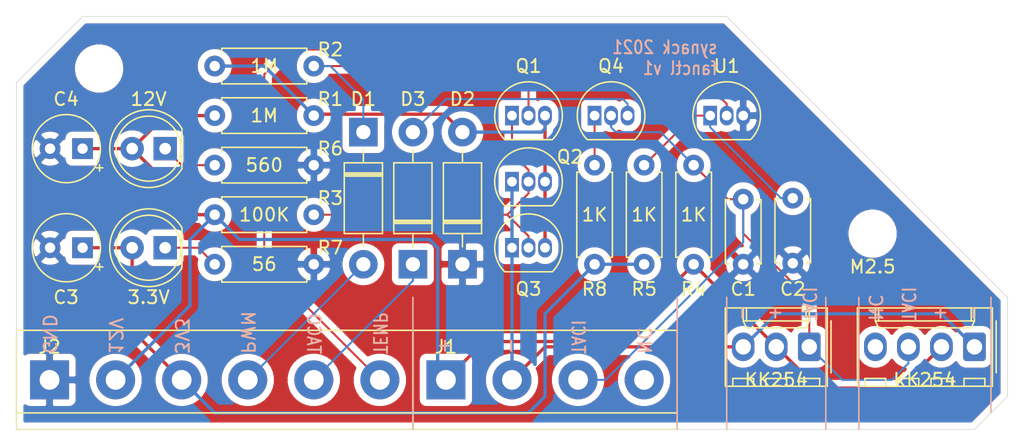
<source format=kicad_pcb>
(kicad_pcb (version 20171130) (host pcbnew 5.1.9+dfsg1-1)

  (general
    (thickness 1.6)
    (drawings 43)
    (tracks 100)
    (zones 0)
    (modules 28)
    (nets 17)
  )

  (page A4)
  (layers
    (0 F.Cu signal)
    (31 B.Cu signal)
    (32 B.Adhes user)
    (33 F.Adhes user)
    (34 B.Paste user)
    (35 F.Paste user)
    (36 B.SilkS user)
    (37 F.SilkS user)
    (38 B.Mask user)
    (39 F.Mask user)
    (40 Dwgs.User user)
    (41 Cmts.User user)
    (42 Eco1.User user)
    (43 Eco2.User user)
    (44 Edge.Cuts user)
    (45 Margin user)
    (46 B.CrtYd user hide)
    (47 F.CrtYd user hide)
    (48 B.Fab user hide)
    (49 F.Fab user hide)
  )

  (setup
    (last_trace_width 0.1524)
    (trace_clearance 0.1524)
    (zone_clearance 0.508)
    (zone_45_only no)
    (trace_min 0.1524)
    (via_size 0.6858)
    (via_drill 0.3302)
    (via_min_size 0.508)
    (via_min_drill 0.254)
    (uvia_size 0.6858)
    (uvia_drill 0.3302)
    (uvias_allowed no)
    (uvia_min_size 0.508)
    (uvia_min_drill 0.254)
    (edge_width 0.05)
    (segment_width 0.2)
    (pcb_text_width 0.3)
    (pcb_text_size 1.5 1.5)
    (mod_edge_width 0.12)
    (mod_text_size 1 1)
    (mod_text_width 0.15)
    (pad_size 2.7 2.7)
    (pad_drill 2.7)
    (pad_to_mask_clearance 0.0508)
    (solder_mask_min_width 0.1016)
    (aux_axis_origin 0 0)
    (grid_origin 101.6 127)
    (visible_elements FFFFFF7F)
    (pcbplotparams
      (layerselection 0x010fc_ffffffff)
      (usegerberextensions false)
      (usegerberattributes true)
      (usegerberadvancedattributes true)
      (creategerberjobfile true)
      (excludeedgelayer true)
      (linewidth 0.100000)
      (plotframeref false)
      (viasonmask false)
      (mode 1)
      (useauxorigin false)
      (hpglpennumber 1)
      (hpglpenspeed 20)
      (hpglpendiameter 15.000000)
      (psnegative false)
      (psa4output false)
      (plotreference true)
      (plotvalue true)
      (plotinvisibletext false)
      (padsonsilk false)
      (subtractmaskfromsilk false)
      (outputformat 1)
      (mirror false)
      (drillshape 1)
      (scaleselection 1)
      (outputdirectory ""))
  )

  (net 0 "")
  (net 1 /TACI)
  (net 2 GND)
  (net 3 "Net-(C2-Pad1)")
  (net 4 +3V3)
  (net 5 +12V)
  (net 6 /PWM)
  (net 7 "Net-(D1-Pad1)")
  (net 8 "Net-(D2-Pad2)")
  (net 9 /TACO)
  (net 10 "Net-(D3-Pad2)")
  (net 11 "Net-(D4-Pad1)")
  (net 12 "Net-(D5-Pad1)")
  (net 13 /TEMP)
  (net 14 "Net-(Q1-Pad1)")
  (net 15 "Net-(Q4-Pad1)")
  (net 16 /FAN-)

  (net_class Default "This is the default net class."
    (clearance 0.1524)
    (trace_width 0.1524)
    (via_dia 0.6858)
    (via_drill 0.3302)
    (uvia_dia 0.6858)
    (uvia_drill 0.3302)
    (diff_pair_width 0.1524)
    (diff_pair_gap 0.254)
    (add_net /FAN-)
    (add_net /PWM)
    (add_net /TACI)
    (add_net /TACO)
    (add_net /TEMP)
    (add_net "Net-(C2-Pad1)")
    (add_net "Net-(D1-Pad1)")
    (add_net "Net-(D3-Pad2)")
    (add_net "Net-(D4-Pad1)")
    (add_net "Net-(D5-Pad1)")
    (add_net "Net-(Q1-Pad1)")
    (add_net "Net-(Q4-Pad1)")
  )

  (net_class Power ""
    (clearance 0.1524)
    (trace_width 0.254)
    (via_dia 0.6858)
    (via_drill 0.3302)
    (uvia_dia 0.6858)
    (uvia_drill 0.3302)
    (diff_pair_width 0.1524)
    (diff_pair_gap 0.254)
    (add_net +12V)
    (add_net +3V3)
    (add_net GND)
    (add_net "Net-(D2-Pad2)")
  )

  (module MountingHole:MountingHole_2.7mm_M2.5_ISO14580 (layer F.Cu) (tedit 60E4925F) (tstamp 60E53304)
    (at 164.89 118.3)
    (descr "Mounting Hole 2.7mm, no annular, M2.5, ISO14580")
    (tags "mounting hole 2.7mm no annular m2.5 iso14580")
    (attr virtual)
    (fp_text reference M2.5 (at 0 2.54) (layer F.SilkS)
      (effects (font (size 1 1) (thickness 0.15)))
    )
    (fp_text value MountingHole_2.7mm_M2.5_ISO14580 (at 0 3.25) (layer F.Fab)
      (effects (font (size 1 1) (thickness 0.15)))
    )
    (fp_circle (center 0 0) (end 2.5 0) (layer F.CrtYd) (width 0.05))
    (fp_circle (center 0 0) (end 2.25 0) (layer Cmts.User) (width 0.15))
    (fp_text user %R (at 0.3 0) (layer F.Fab)
      (effects (font (size 1 1) (thickness 0.15)))
    )
    (pad "" np_thru_hole circle (at 0 0) (size 2.7 2.7) (drill 2.7) (layers *.Cu *.Mask))
  )

  (module MountingHole:MountingHole_2.7mm_M2.5_ISO14580 (layer F.Cu) (tedit 56D1B4CB) (tstamp 60E5340D)
    (at 105.41 105.6)
    (descr "Mounting Hole 2.7mm, no annular, M2.5, ISO14580")
    (tags "mounting hole 2.7mm no annular m2.5 iso14580")
    (attr virtual)
    (fp_text reference REF** (at 0 -3.25) (layer F.SilkS) hide
      (effects (font (size 1 1) (thickness 0.15)))
    )
    (fp_text value MountingHole_2.7mm_M2.5_ISO14580 (at 0 3.25) (layer F.Fab)
      (effects (font (size 1 1) (thickness 0.15)))
    )
    (fp_circle (center 0 0) (end 2.25 0) (layer Cmts.User) (width 0.15))
    (fp_circle (center 0 0) (end 2.5 0) (layer F.CrtYd) (width 0.05))
    (fp_text user %R (at 0.3 0) (layer F.Fab)
      (effects (font (size 1 1) (thickness 0.15)))
    )
    (pad 1 np_thru_hole circle (at 0 0) (size 2.7 2.7) (drill 2.7) (layers *.Cu *.Mask))
  )

  (module Capacitor_THT:C_Disc_D4.7mm_W2.5mm_P5.00mm (layer F.Cu) (tedit 5AE50EF0) (tstamp 60E4E6E4)
    (at 154.94 115.65 270)
    (descr "C, Disc series, Radial, pin pitch=5.00mm, , diameter*width=4.7*2.5mm^2, Capacitor, http://www.vishay.com/docs/45233/krseries.pdf")
    (tags "C Disc series Radial pin pitch 5.00mm  diameter 4.7mm width 2.5mm Capacitor")
    (path /60EA49B5)
    (fp_text reference C1 (at 6.905 0 180) (layer F.SilkS)
      (effects (font (size 1 1) (thickness 0.15)))
    )
    (fp_text value "0.1uF 50V" (at 2.5 2.5 90) (layer F.Fab)
      (effects (font (size 1 1) (thickness 0.15)))
    )
    (fp_line (start 6.05 -1.5) (end -1.05 -1.5) (layer F.CrtYd) (width 0.05))
    (fp_line (start 6.05 1.5) (end 6.05 -1.5) (layer F.CrtYd) (width 0.05))
    (fp_line (start -1.05 1.5) (end 6.05 1.5) (layer F.CrtYd) (width 0.05))
    (fp_line (start -1.05 -1.5) (end -1.05 1.5) (layer F.CrtYd) (width 0.05))
    (fp_line (start 4.97 1.055) (end 4.97 1.37) (layer F.SilkS) (width 0.12))
    (fp_line (start 4.97 -1.37) (end 4.97 -1.055) (layer F.SilkS) (width 0.12))
    (fp_line (start 0.03 1.055) (end 0.03 1.37) (layer F.SilkS) (width 0.12))
    (fp_line (start 0.03 -1.37) (end 0.03 -1.055) (layer F.SilkS) (width 0.12))
    (fp_line (start 0.03 1.37) (end 4.97 1.37) (layer F.SilkS) (width 0.12))
    (fp_line (start 0.03 -1.37) (end 4.97 -1.37) (layer F.SilkS) (width 0.12))
    (fp_line (start 4.85 -1.25) (end 0.15 -1.25) (layer F.Fab) (width 0.1))
    (fp_line (start 4.85 1.25) (end 4.85 -1.25) (layer F.Fab) (width 0.1))
    (fp_line (start 0.15 1.25) (end 4.85 1.25) (layer F.Fab) (width 0.1))
    (fp_line (start 0.15 -1.25) (end 0.15 1.25) (layer F.Fab) (width 0.1))
    (fp_text user %R (at 2.5 0 90) (layer F.Fab)
      (effects (font (size 0.94 0.94) (thickness 0.141)))
    )
    (pad 1 thru_hole circle (at 0 0 270) (size 1.6 1.6) (drill 0.8) (layers *.Cu *.Mask)
      (net 1 /TACI))
    (pad 2 thru_hole circle (at 5 0 270) (size 1.6 1.6) (drill 0.8) (layers *.Cu *.Mask)
      (net 2 GND))
    (model ${KISYS3DMOD}/Capacitor_THT.3dshapes/C_Disc_D4.7mm_W2.5mm_P5.00mm.wrl
      (at (xyz 0 0 0))
      (scale (xyz 1 1 1))
      (rotate (xyz 0 0 0))
    )
  )

  (module Capacitor_THT:C_Disc_D4.7mm_W2.5mm_P5.00mm (layer F.Cu) (tedit 5AE50EF0) (tstamp 60E531B3)
    (at 158.75 115.57 270)
    (descr "C, Disc series, Radial, pin pitch=5.00mm, , diameter*width=4.7*2.5mm^2, Capacitor, http://www.vishay.com/docs/45233/krseries.pdf")
    (tags "C Disc series Radial pin pitch 5.00mm  diameter 4.7mm width 2.5mm Capacitor")
    (path /60FA9761)
    (fp_text reference C2 (at 6.985 0 180) (layer F.SilkS)
      (effects (font (size 1 1) (thickness 0.15)))
    )
    (fp_text value 10nF (at 2.5 2.5 90) (layer F.Fab)
      (effects (font (size 1 1) (thickness 0.15)))
    )
    (fp_line (start 0.15 -1.25) (end 0.15 1.25) (layer F.Fab) (width 0.1))
    (fp_line (start 0.15 1.25) (end 4.85 1.25) (layer F.Fab) (width 0.1))
    (fp_line (start 4.85 1.25) (end 4.85 -1.25) (layer F.Fab) (width 0.1))
    (fp_line (start 4.85 -1.25) (end 0.15 -1.25) (layer F.Fab) (width 0.1))
    (fp_line (start 0.03 -1.37) (end 4.97 -1.37) (layer F.SilkS) (width 0.12))
    (fp_line (start 0.03 1.37) (end 4.97 1.37) (layer F.SilkS) (width 0.12))
    (fp_line (start 0.03 -1.37) (end 0.03 -1.055) (layer F.SilkS) (width 0.12))
    (fp_line (start 0.03 1.055) (end 0.03 1.37) (layer F.SilkS) (width 0.12))
    (fp_line (start 4.97 -1.37) (end 4.97 -1.055) (layer F.SilkS) (width 0.12))
    (fp_line (start 4.97 1.055) (end 4.97 1.37) (layer F.SilkS) (width 0.12))
    (fp_line (start -1.05 -1.5) (end -1.05 1.5) (layer F.CrtYd) (width 0.05))
    (fp_line (start -1.05 1.5) (end 6.05 1.5) (layer F.CrtYd) (width 0.05))
    (fp_line (start 6.05 1.5) (end 6.05 -1.5) (layer F.CrtYd) (width 0.05))
    (fp_line (start 6.05 -1.5) (end -1.05 -1.5) (layer F.CrtYd) (width 0.05))
    (fp_text user %R (at 2.5 0 90) (layer F.Fab)
      (effects (font (size 0.94 0.94) (thickness 0.141)))
    )
    (pad 2 thru_hole circle (at 5 0 270) (size 1.6 1.6) (drill 0.8) (layers *.Cu *.Mask)
      (net 2 GND))
    (pad 1 thru_hole circle (at 0 0 270) (size 1.6 1.6) (drill 0.8) (layers *.Cu *.Mask)
      (net 3 "Net-(C2-Pad1)"))
    (model ${KISYS3DMOD}/Capacitor_THT.3dshapes/C_Disc_D4.7mm_W2.5mm_P5.00mm.wrl
      (at (xyz 0 0 0))
      (scale (xyz 1 1 1))
      (rotate (xyz 0 0 0))
    )
  )

  (module Capacitor_THT:CP_Radial_Tantal_D5.0mm_P2.50mm (layer F.Cu) (tedit 5AE50EF0) (tstamp 60E4E707)
    (at 104.14 119.38 180)
    (descr "CP, Radial_Tantal series, Radial, pin pitch=2.50mm, , diameter=5.0mm, Tantal Electrolytic Capacitor, http://cdn-reichelt.de/documents/datenblatt/B300/TANTAL-TB-Serie%23.pdf")
    (tags "CP Radial_Tantal series Radial pin pitch 2.50mm  diameter 5.0mm Tantal Electrolytic Capacitor")
    (path /60F7DF0B)
    (fp_text reference C3 (at 1.27 -3.81) (layer F.SilkS)
      (effects (font (size 1 1) (thickness 0.15)))
    )
    (fp_text value 10uF (at 1.25 3.75) (layer F.Fab)
      (effects (font (size 1 1) (thickness 0.15)))
    )
    (fp_line (start -1.304775 -1.725) (end -1.304775 -1.225) (layer F.SilkS) (width 0.12))
    (fp_line (start -1.554775 -1.475) (end -1.054775 -1.475) (layer F.SilkS) (width 0.12))
    (fp_line (start -0.633605 -1.3375) (end -0.633605 -0.8375) (layer F.Fab) (width 0.1))
    (fp_line (start -0.883605 -1.0875) (end -0.383605 -1.0875) (layer F.Fab) (width 0.1))
    (fp_circle (center 1.25 0) (end 4 0) (layer F.CrtYd) (width 0.05))
    (fp_circle (center 1.25 0) (end 3.87 0) (layer F.SilkS) (width 0.12))
    (fp_circle (center 1.25 0) (end 3.75 0) (layer F.Fab) (width 0.1))
    (fp_text user %R (at 1.25 0) (layer F.Fab)
      (effects (font (size 1 1) (thickness 0.15)))
    )
    (pad 1 thru_hole rect (at 0 0 180) (size 1.6 1.6) (drill 0.8) (layers *.Cu *.Mask)
      (net 4 +3V3))
    (pad 2 thru_hole circle (at 2.5 0 180) (size 1.6 1.6) (drill 0.8) (layers *.Cu *.Mask)
      (net 2 GND))
    (model ${KISYS3DMOD}/Capacitor_THT.3dshapes/CP_Radial_Tantal_D5.0mm_P2.50mm.wrl
      (at (xyz 0 0 0))
      (scale (xyz 1 1 1))
      (rotate (xyz 0 0 0))
    )
  )

  (module Capacitor_THT:CP_Radial_Tantal_D5.0mm_P2.50mm (layer F.Cu) (tedit 5AE50EF0) (tstamp 60E4F196)
    (at 104.14 111.76 180)
    (descr "CP, Radial_Tantal series, Radial, pin pitch=2.50mm, , diameter=5.0mm, Tantal Electrolytic Capacitor, http://cdn-reichelt.de/documents/datenblatt/B300/TANTAL-TB-Serie%23.pdf")
    (tags "CP Radial_Tantal series Radial pin pitch 2.50mm  diameter 5.0mm Tantal Electrolytic Capacitor")
    (path /60F815A6)
    (fp_text reference C4 (at 1.27 3.81) (layer F.SilkS)
      (effects (font (size 1 1) (thickness 0.15)))
    )
    (fp_text value 10uF (at 1.25 3.75) (layer F.Fab)
      (effects (font (size 1 1) (thickness 0.15)))
    )
    (fp_circle (center 1.25 0) (end 3.75 0) (layer F.Fab) (width 0.1))
    (fp_circle (center 1.25 0) (end 3.87 0) (layer F.SilkS) (width 0.12))
    (fp_circle (center 1.25 0) (end 4 0) (layer F.CrtYd) (width 0.05))
    (fp_line (start -0.883605 -1.0875) (end -0.383605 -1.0875) (layer F.Fab) (width 0.1))
    (fp_line (start -0.633605 -1.3375) (end -0.633605 -0.8375) (layer F.Fab) (width 0.1))
    (fp_line (start -1.554775 -1.475) (end -1.054775 -1.475) (layer F.SilkS) (width 0.12))
    (fp_line (start -1.304775 -1.725) (end -1.304775 -1.225) (layer F.SilkS) (width 0.12))
    (fp_text user %R (at 1.25 0) (layer F.Fab)
      (effects (font (size 1 1) (thickness 0.15)))
    )
    (pad 2 thru_hole circle (at 2.5 0 180) (size 1.6 1.6) (drill 0.8) (layers *.Cu *.Mask)
      (net 2 GND))
    (pad 1 thru_hole rect (at 0 0 180) (size 1.6 1.6) (drill 0.8) (layers *.Cu *.Mask)
      (net 5 +12V))
    (model ${KISYS3DMOD}/Capacitor_THT.3dshapes/CP_Radial_Tantal_D5.0mm_P2.50mm.wrl
      (at (xyz 0 0 0))
      (scale (xyz 1 1 1))
      (rotate (xyz 0 0 0))
    )
  )

  (module Diode_THT:D_DO-41_SOD81_P10.16mm_Horizontal (layer F.Cu) (tedit 5AE50CD5) (tstamp 60E4E734)
    (at 125.73 110.49 270)
    (descr "Diode, DO-41_SOD81 series, Axial, Horizontal, pin pitch=10.16mm, , length*diameter=5.2*2.7mm^2, , http://www.diodes.com/_files/packages/DO-41%20(Plastic).pdf")
    (tags "Diode DO-41_SOD81 series Axial Horizontal pin pitch 10.16mm  length 5.2mm diameter 2.7mm")
    (path /60E55101)
    (fp_text reference D1 (at -2.54 0 180) (layer F.SilkS)
      (effects (font (size 1 1) (thickness 0.15)))
    )
    (fp_text value 1N4004 (at 5.08 2.47 90) (layer F.Fab)
      (effects (font (size 1 1) (thickness 0.15)))
    )
    (fp_line (start 2.48 -1.35) (end 2.48 1.35) (layer F.Fab) (width 0.1))
    (fp_line (start 2.48 1.35) (end 7.68 1.35) (layer F.Fab) (width 0.1))
    (fp_line (start 7.68 1.35) (end 7.68 -1.35) (layer F.Fab) (width 0.1))
    (fp_line (start 7.68 -1.35) (end 2.48 -1.35) (layer F.Fab) (width 0.1))
    (fp_line (start 0 0) (end 2.48 0) (layer F.Fab) (width 0.1))
    (fp_line (start 10.16 0) (end 7.68 0) (layer F.Fab) (width 0.1))
    (fp_line (start 3.26 -1.35) (end 3.26 1.35) (layer F.Fab) (width 0.1))
    (fp_line (start 3.36 -1.35) (end 3.36 1.35) (layer F.Fab) (width 0.1))
    (fp_line (start 3.16 -1.35) (end 3.16 1.35) (layer F.Fab) (width 0.1))
    (fp_line (start 2.36 -1.47) (end 2.36 1.47) (layer F.SilkS) (width 0.12))
    (fp_line (start 2.36 1.47) (end 7.8 1.47) (layer F.SilkS) (width 0.12))
    (fp_line (start 7.8 1.47) (end 7.8 -1.47) (layer F.SilkS) (width 0.12))
    (fp_line (start 7.8 -1.47) (end 2.36 -1.47) (layer F.SilkS) (width 0.12))
    (fp_line (start 1.34 0) (end 2.36 0) (layer F.SilkS) (width 0.12))
    (fp_line (start 8.82 0) (end 7.8 0) (layer F.SilkS) (width 0.12))
    (fp_line (start 3.26 -1.47) (end 3.26 1.47) (layer F.SilkS) (width 0.12))
    (fp_line (start 3.38 -1.47) (end 3.38 1.47) (layer F.SilkS) (width 0.12))
    (fp_line (start 3.14 -1.47) (end 3.14 1.47) (layer F.SilkS) (width 0.12))
    (fp_line (start -1.35 -1.6) (end -1.35 1.6) (layer F.CrtYd) (width 0.05))
    (fp_line (start -1.35 1.6) (end 11.51 1.6) (layer F.CrtYd) (width 0.05))
    (fp_line (start 11.51 1.6) (end 11.51 -1.6) (layer F.CrtYd) (width 0.05))
    (fp_line (start 11.51 -1.6) (end -1.35 -1.6) (layer F.CrtYd) (width 0.05))
    (fp_text user K (at 2.36 0 90) (layer F.SilkS) hide
      (effects (font (size 1 1) (thickness 0.15)))
    )
    (fp_text user K (at 0 -2.1 90) (layer F.Fab)
      (effects (font (size 1 1) (thickness 0.15)))
    )
    (fp_text user %R (at 5.47 0 90) (layer F.Fab)
      (effects (font (size 1 1) (thickness 0.15)))
    )
    (pad 2 thru_hole oval (at 10.16 0 270) (size 2.2 2.2) (drill 1.1) (layers *.Cu *.Mask)
      (net 6 /PWM))
    (pad 1 thru_hole rect (at 0 0 270) (size 2.2 2.2) (drill 1.1) (layers *.Cu *.Mask)
      (net 7 "Net-(D1-Pad1)"))
    (model ${KISYS3DMOD}/Diode_THT.3dshapes/D_DO-41_SOD81_P10.16mm_Horizontal.wrl
      (at (xyz 0 0 0))
      (scale (xyz 1 1 1))
      (rotate (xyz 0 0 0))
    )
  )

  (module Diode_THT:D_DO-41_SOD81_P10.16mm_Horizontal (layer F.Cu) (tedit 5AE50CD5) (tstamp 60E4E753)
    (at 133.35 120.65 90)
    (descr "Diode, DO-41_SOD81 series, Axial, Horizontal, pin pitch=10.16mm, , length*diameter=5.2*2.7mm^2, , http://www.diodes.com/_files/packages/DO-41%20(Plastic).pdf")
    (tags "Diode DO-41_SOD81 series Axial Horizontal pin pitch 10.16mm  length 5.2mm diameter 2.7mm")
    (path /60E4F002)
    (fp_text reference D2 (at 12.7 0 180) (layer F.SilkS)
      (effects (font (size 1 1) (thickness 0.15)))
    )
    (fp_text value 1N4004 (at 5.08 2.47 90) (layer F.Fab)
      (effects (font (size 1 1) (thickness 0.15)))
    )
    (fp_line (start 11.51 -1.6) (end -1.35 -1.6) (layer F.CrtYd) (width 0.05))
    (fp_line (start 11.51 1.6) (end 11.51 -1.6) (layer F.CrtYd) (width 0.05))
    (fp_line (start -1.35 1.6) (end 11.51 1.6) (layer F.CrtYd) (width 0.05))
    (fp_line (start -1.35 -1.6) (end -1.35 1.6) (layer F.CrtYd) (width 0.05))
    (fp_line (start 3.14 -1.47) (end 3.14 1.47) (layer F.SilkS) (width 0.12))
    (fp_line (start 3.38 -1.47) (end 3.38 1.47) (layer F.SilkS) (width 0.12))
    (fp_line (start 3.26 -1.47) (end 3.26 1.47) (layer F.SilkS) (width 0.12))
    (fp_line (start 8.82 0) (end 7.8 0) (layer F.SilkS) (width 0.12))
    (fp_line (start 1.34 0) (end 2.36 0) (layer F.SilkS) (width 0.12))
    (fp_line (start 7.8 -1.47) (end 2.36 -1.47) (layer F.SilkS) (width 0.12))
    (fp_line (start 7.8 1.47) (end 7.8 -1.47) (layer F.SilkS) (width 0.12))
    (fp_line (start 2.36 1.47) (end 7.8 1.47) (layer F.SilkS) (width 0.12))
    (fp_line (start 2.36 -1.47) (end 2.36 1.47) (layer F.SilkS) (width 0.12))
    (fp_line (start 3.16 -1.35) (end 3.16 1.35) (layer F.Fab) (width 0.1))
    (fp_line (start 3.36 -1.35) (end 3.36 1.35) (layer F.Fab) (width 0.1))
    (fp_line (start 3.26 -1.35) (end 3.26 1.35) (layer F.Fab) (width 0.1))
    (fp_line (start 10.16 0) (end 7.68 0) (layer F.Fab) (width 0.1))
    (fp_line (start 0 0) (end 2.48 0) (layer F.Fab) (width 0.1))
    (fp_line (start 7.68 -1.35) (end 2.48 -1.35) (layer F.Fab) (width 0.1))
    (fp_line (start 7.68 1.35) (end 7.68 -1.35) (layer F.Fab) (width 0.1))
    (fp_line (start 2.48 1.35) (end 7.68 1.35) (layer F.Fab) (width 0.1))
    (fp_line (start 2.48 -1.35) (end 2.48 1.35) (layer F.Fab) (width 0.1))
    (fp_text user %R (at 5.47 0 90) (layer F.Fab)
      (effects (font (size 1 1) (thickness 0.15)))
    )
    (fp_text user K (at 0 -2.1 90) (layer F.Fab)
      (effects (font (size 1 1) (thickness 0.15)))
    )
    (fp_text user K (at 2.54 0 90) (layer F.SilkS) hide
      (effects (font (size 1 1) (thickness 0.15)))
    )
    (pad 1 thru_hole rect (at 0 0 90) (size 2.2 2.2) (drill 1.1) (layers *.Cu *.Mask)
      (net 2 GND))
    (pad 2 thru_hole oval (at 10.16 0 90) (size 2.2 2.2) (drill 1.1) (layers *.Cu *.Mask)
      (net 8 "Net-(D2-Pad2)"))
    (model ${KISYS3DMOD}/Diode_THT.3dshapes/D_DO-41_SOD81_P10.16mm_Horizontal.wrl
      (at (xyz 0 0 0))
      (scale (xyz 1 1 1))
      (rotate (xyz 0 0 0))
    )
  )

  (module Diode_THT:D_DO-41_SOD81_P10.16mm_Horizontal (layer F.Cu) (tedit 5AE50CD5) (tstamp 60E4E772)
    (at 129.54 120.65 90)
    (descr "Diode, DO-41_SOD81 series, Axial, Horizontal, pin pitch=10.16mm, , length*diameter=5.2*2.7mm^2, , http://www.diodes.com/_files/packages/DO-41%20(Plastic).pdf")
    (tags "Diode DO-41_SOD81 series Axial Horizontal pin pitch 10.16mm  length 5.2mm diameter 2.7mm")
    (path /60EB7CD4)
    (fp_text reference D3 (at 12.7 0 180) (layer F.SilkS)
      (effects (font (size 1 1) (thickness 0.15)))
    )
    (fp_text value 1N4004 (at 5.08 2.47 90) (layer F.Fab)
      (effects (font (size 1 1) (thickness 0.15)))
    )
    (fp_line (start 11.51 -1.6) (end -1.35 -1.6) (layer F.CrtYd) (width 0.05))
    (fp_line (start 11.51 1.6) (end 11.51 -1.6) (layer F.CrtYd) (width 0.05))
    (fp_line (start -1.35 1.6) (end 11.51 1.6) (layer F.CrtYd) (width 0.05))
    (fp_line (start -1.35 -1.6) (end -1.35 1.6) (layer F.CrtYd) (width 0.05))
    (fp_line (start 3.14 -1.47) (end 3.14 1.47) (layer F.SilkS) (width 0.12))
    (fp_line (start 3.38 -1.47) (end 3.38 1.47) (layer F.SilkS) (width 0.12))
    (fp_line (start 3.26 -1.47) (end 3.26 1.47) (layer F.SilkS) (width 0.12))
    (fp_line (start 8.82 0) (end 7.8 0) (layer F.SilkS) (width 0.12))
    (fp_line (start 1.34 0) (end 2.36 0) (layer F.SilkS) (width 0.12))
    (fp_line (start 7.8 -1.47) (end 2.36 -1.47) (layer F.SilkS) (width 0.12))
    (fp_line (start 7.8 1.47) (end 7.8 -1.47) (layer F.SilkS) (width 0.12))
    (fp_line (start 2.36 1.47) (end 7.8 1.47) (layer F.SilkS) (width 0.12))
    (fp_line (start 2.36 -1.47) (end 2.36 1.47) (layer F.SilkS) (width 0.12))
    (fp_line (start 3.16 -1.35) (end 3.16 1.35) (layer F.Fab) (width 0.1))
    (fp_line (start 3.36 -1.35) (end 3.36 1.35) (layer F.Fab) (width 0.1))
    (fp_line (start 3.26 -1.35) (end 3.26 1.35) (layer F.Fab) (width 0.1))
    (fp_line (start 10.16 0) (end 7.68 0) (layer F.Fab) (width 0.1))
    (fp_line (start 0 0) (end 2.48 0) (layer F.Fab) (width 0.1))
    (fp_line (start 7.68 -1.35) (end 2.48 -1.35) (layer F.Fab) (width 0.1))
    (fp_line (start 7.68 1.35) (end 7.68 -1.35) (layer F.Fab) (width 0.1))
    (fp_line (start 2.48 1.35) (end 7.68 1.35) (layer F.Fab) (width 0.1))
    (fp_line (start 2.48 -1.35) (end 2.48 1.35) (layer F.Fab) (width 0.1))
    (fp_text user %R (at 5.47 0 90) (layer F.Fab)
      (effects (font (size 1 1) (thickness 0.15)))
    )
    (fp_text user K (at 0 -2.1 90) (layer F.Fab)
      (effects (font (size 1 1) (thickness 0.15)))
    )
    (fp_text user K (at 2.54 0 90) (layer F.SilkS) hide
      (effects (font (size 1 1) (thickness 0.15)))
    )
    (pad 1 thru_hole rect (at 0 0 90) (size 2.2 2.2) (drill 1.1) (layers *.Cu *.Mask)
      (net 9 /TACO))
    (pad 2 thru_hole oval (at 10.16 0 90) (size 2.2 2.2) (drill 1.1) (layers *.Cu *.Mask)
      (net 10 "Net-(D3-Pad2)"))
    (model ${KISYS3DMOD}/Diode_THT.3dshapes/D_DO-41_SOD81_P10.16mm_Horizontal.wrl
      (at (xyz 0 0 0))
      (scale (xyz 1 1 1))
      (rotate (xyz 0 0 0))
    )
  )

  (module TerminalBlock:TerminalBlock_bornier-4_P5.08mm (layer F.Cu) (tedit 59FF03D1) (tstamp 60E4E7C8)
    (at 132.08 129.54)
    (descr "simple 4-pin terminal block, pitch 5.08mm, revamped version of bornier4")
    (tags "terminal block bornier4")
    (path /60F8B616)
    (fp_text reference J1 (at 0 -2.54) (layer F.SilkS)
      (effects (font (size 1 1) (thickness 0.15)))
    )
    (fp_text value FAN (at 7.6 4.75) (layer F.Fab)
      (effects (font (size 1 1) (thickness 0.15)))
    )
    (fp_line (start 17.97 4) (end -2.73 4) (layer F.CrtYd) (width 0.05))
    (fp_line (start 17.97 4) (end 17.97 -4) (layer F.CrtYd) (width 0.05))
    (fp_line (start -2.73 -4) (end -2.73 4) (layer F.CrtYd) (width 0.05))
    (fp_line (start -2.73 -4) (end 17.97 -4) (layer F.CrtYd) (width 0.05))
    (fp_line (start -2.54 3.81) (end 17.78 3.81) (layer F.SilkS) (width 0.12))
    (fp_line (start -2.54 -3.81) (end 17.78 -3.81) (layer F.SilkS) (width 0.12))
    (fp_line (start 17.78 2.54) (end -2.54 2.54) (layer F.SilkS) (width 0.12))
    (fp_line (start 17.78 3.81) (end 17.78 -3.81) (layer F.SilkS) (width 0.12))
    (fp_line (start -2.54 -3.81) (end -2.54 3.81) (layer F.SilkS) (width 0.12))
    (fp_line (start 17.72 3.75) (end -2.43 3.75) (layer F.Fab) (width 0.1))
    (fp_line (start 17.72 -3.75) (end 17.72 3.75) (layer F.Fab) (width 0.1))
    (fp_line (start -2.48 -3.75) (end 17.72 -3.75) (layer F.Fab) (width 0.1))
    (fp_line (start -2.48 3.75) (end -2.48 -3.75) (layer F.Fab) (width 0.1))
    (fp_line (start -2.43 3.75) (end -2.48 3.75) (layer F.Fab) (width 0.1))
    (fp_line (start -2.48 2.55) (end 17.72 2.55) (layer F.Fab) (width 0.1))
    (fp_text user %R (at 7.62 0) (layer F.Fab)
      (effects (font (size 1 1) (thickness 0.15)))
    )
    (pad 2 thru_hole circle (at 5.08 0) (size 3 3) (drill 1.52) (layers *.Cu *.Mask)
      (net 16 /FAN-))
    (pad 3 thru_hole circle (at 10.16 0) (size 3 3) (drill 1.52) (layers *.Cu *.Mask)
      (net 1 /TACI))
    (pad 1 thru_hole rect (at 0 0) (size 3 3) (drill 1.52) (layers *.Cu *.Mask)
      (net 5 +12V))
    (pad 4 thru_hole circle (at 15.24 0) (size 3 3) (drill 1.52) (layers *.Cu *.Mask))
    (model ${KISYS3DMOD}/TerminalBlock.3dshapes/TerminalBlock_bornier-4_P5.08mm.wrl
      (offset (xyz 7.619999885559082 0 0))
      (scale (xyz 1 1 1))
      (rotate (xyz 0 0 0))
    )
    (model ${KISYS3DMOD}/TerminalBlock_Phoenix.3dshapes/TerminalBlock_Phoenix_MKDS-1,5-4-5.08_1x04_P5.08mm_Horizontal.wrl
      (at (xyz 0 0 0))
      (scale (xyz 1 1 1))
      (rotate (xyz 0 0 0))
    )
  )

  (module TerminalBlock:TerminalBlock_bornier-6_P5.08mm (layer F.Cu) (tedit 59FF03F5) (tstamp 60E52406)
    (at 101.6 129.54)
    (descr "simple 6pin terminal block, pitch 5.08mm, revamped version of bornier6")
    (tags "terminal block bornier6")
    (path /60F48939)
    (fp_text reference J2 (at 0 -2.54) (layer F.SilkS)
      (effects (font (size 1 1) (thickness 0.15)))
    )
    (fp_text value Screw_Terminal_01x06 (at 12.7 4.75) (layer F.Fab)
      (effects (font (size 1 1) (thickness 0.15)))
    )
    (fp_line (start 28.15 4) (end -2.75 4) (layer F.CrtYd) (width 0.05))
    (fp_line (start 28.15 4) (end 28.15 -4) (layer F.CrtYd) (width 0.05))
    (fp_line (start -2.75 -4) (end -2.75 4) (layer F.CrtYd) (width 0.05))
    (fp_line (start -2.75 -4) (end 28.15 -4) (layer F.CrtYd) (width 0.05))
    (fp_line (start -2.54 3.81) (end 27.94 3.81) (layer F.SilkS) (width 0.12))
    (fp_line (start -2.54 -3.81) (end 27.94 -3.81) (layer F.SilkS) (width 0.12))
    (fp_line (start -2.54 2.54) (end 27.94 2.54) (layer F.SilkS) (width 0.12))
    (fp_line (start 27.94 3.81) (end 27.94 -3.81) (layer F.SilkS) (width 0.12))
    (fp_line (start -2.54 -3.81) (end -2.54 3.81) (layer F.SilkS) (width 0.12))
    (fp_line (start 27.9 -3.75) (end -2.5 -3.75) (layer F.Fab) (width 0.1))
    (fp_line (start 27.9 3.75) (end 27.9 -3.75) (layer F.Fab) (width 0.1))
    (fp_line (start -2.5 3.75) (end 27.9 3.75) (layer F.Fab) (width 0.1))
    (fp_line (start -2.5 -3.75) (end -2.5 3.75) (layer F.Fab) (width 0.1))
    (fp_line (start -2.5 2.55) (end 27.9 2.55) (layer F.Fab) (width 0.1))
    (fp_text user %R (at 12.7 0) (layer F.Fab)
      (effects (font (size 1 1) (thickness 0.15)))
    )
    (pad 2 thru_hole circle (at 5.08 0) (size 3 3) (drill 1.52) (layers *.Cu *.Mask)
      (net 5 +12V))
    (pad 3 thru_hole circle (at 10.16 0) (size 3 3) (drill 1.52) (layers *.Cu *.Mask)
      (net 4 +3V3))
    (pad 1 thru_hole rect (at 0 0) (size 3 3) (drill 1.52) (layers *.Cu *.Mask)
      (net 2 GND))
    (pad 4 thru_hole circle (at 15.24 0) (size 3 3) (drill 1.52) (layers *.Cu *.Mask)
      (net 6 /PWM))
    (pad 5 thru_hole circle (at 20.32 0) (size 3 3) (drill 1.52) (layers *.Cu *.Mask)
      (net 9 /TACO))
    (pad 6 thru_hole circle (at 25.4 0) (size 3 3) (drill 1.52) (layers *.Cu *.Mask)
      (net 13 /TEMP))
    (model ${KISYS3DMOD}/TerminalBlock.3dshapes/TerminalBlock_bornier-6_P5.08mm.wrl
      (offset (xyz 12.69999980926514 0 0))
      (scale (xyz 1 1 1))
      (rotate (xyz 0 0 0))
    )
    (model ${KISYS3DMOD}/TerminalBlock_Phoenix.3dshapes/TerminalBlock_Phoenix_MKDS-1,5-6-5.08_1x06_P5.08mm_Horizontal.wrl
      (at (xyz 0 0 0))
      (scale (xyz 1 1 1))
      (rotate (xyz 0 0 0))
    )
  )

  (module Connector_Molex:Molex_KK-254_AE-6410-03A_1x03_P2.54mm_Vertical (layer F.Cu) (tedit 5EA53D3B) (tstamp 60E4E809)
    (at 160.02 127 180)
    (descr "Molex KK-254 Interconnect System, old/engineering part number: AE-6410-03A example for new part number: 22-27-2031, 3 Pins (http://www.molex.com/pdm_docs/sd/022272021_sd.pdf), generated with kicad-footprint-generator")
    (tags "connector Molex KK-254 vertical")
    (path /60E23F34)
    (fp_text reference M1 (at 2.54 3.81) (layer F.SilkS) hide
      (effects (font (size 1 1) (thickness 0.15)))
    )
    (fp_text value FAN (at 2.54 4.08) (layer F.Fab)
      (effects (font (size 1 1) (thickness 0.15)))
    )
    (fp_line (start 6.85 -3.42) (end -1.77 -3.42) (layer F.CrtYd) (width 0.05))
    (fp_line (start 6.85 3.38) (end 6.85 -3.42) (layer F.CrtYd) (width 0.05))
    (fp_line (start -1.77 3.38) (end 6.85 3.38) (layer F.CrtYd) (width 0.05))
    (fp_line (start -1.77 -3.42) (end -1.77 3.38) (layer F.CrtYd) (width 0.05))
    (fp_line (start 5.88 -2.43) (end 5.88 -3.03) (layer F.SilkS) (width 0.12))
    (fp_line (start 4.28 -2.43) (end 5.88 -2.43) (layer F.SilkS) (width 0.12))
    (fp_line (start 4.28 -3.03) (end 4.28 -2.43) (layer F.SilkS) (width 0.12))
    (fp_line (start 3.34 -2.43) (end 3.34 -3.03) (layer F.SilkS) (width 0.12))
    (fp_line (start 1.74 -2.43) (end 3.34 -2.43) (layer F.SilkS) (width 0.12))
    (fp_line (start 1.74 -3.03) (end 1.74 -2.43) (layer F.SilkS) (width 0.12))
    (fp_line (start 0.8 -2.43) (end 0.8 -3.03) (layer F.SilkS) (width 0.12))
    (fp_line (start -0.8 -2.43) (end 0.8 -2.43) (layer F.SilkS) (width 0.12))
    (fp_line (start -0.8 -3.03) (end -0.8 -2.43) (layer F.SilkS) (width 0.12))
    (fp_line (start 4.83 2.99) (end 4.83 1.99) (layer F.SilkS) (width 0.12))
    (fp_line (start 0.25 2.99) (end 0.25 1.99) (layer F.SilkS) (width 0.12))
    (fp_line (start 4.83 1.46) (end 5.08 1.99) (layer F.SilkS) (width 0.12))
    (fp_line (start 0.25 1.46) (end 4.83 1.46) (layer F.SilkS) (width 0.12))
    (fp_line (start 0 1.99) (end 0.25 1.46) (layer F.SilkS) (width 0.12))
    (fp_line (start 5.08 1.99) (end 5.08 2.99) (layer F.SilkS) (width 0.12))
    (fp_line (start 0 1.99) (end 5.08 1.99) (layer F.SilkS) (width 0.12))
    (fp_line (start 0 2.99) (end 0 1.99) (layer F.SilkS) (width 0.12))
    (fp_line (start -0.562893 0) (end -1.27 0.5) (layer F.Fab) (width 0.1))
    (fp_line (start -1.27 -0.5) (end -0.562893 0) (layer F.Fab) (width 0.1))
    (fp_line (start -1.67 -2) (end -1.67 2) (layer F.SilkS) (width 0.12))
    (fp_line (start 6.46 -3.03) (end -1.38 -3.03) (layer F.SilkS) (width 0.12))
    (fp_line (start 6.46 2.99) (end 6.46 -3.03) (layer F.SilkS) (width 0.12))
    (fp_line (start -1.38 2.99) (end 6.46 2.99) (layer F.SilkS) (width 0.12))
    (fp_line (start -1.38 -3.03) (end -1.38 2.99) (layer F.SilkS) (width 0.12))
    (fp_line (start 6.35 -2.92) (end -1.27 -2.92) (layer F.Fab) (width 0.1))
    (fp_line (start 6.35 2.88) (end 6.35 -2.92) (layer F.Fab) (width 0.1))
    (fp_line (start -1.27 2.88) (end 6.35 2.88) (layer F.Fab) (width 0.1))
    (fp_line (start -1.27 -2.92) (end -1.27 2.88) (layer F.Fab) (width 0.1))
    (fp_text user %R (at 2.54 -2.22) (layer F.Fab)
      (effects (font (size 1 1) (thickness 0.15)))
    )
    (pad 1 thru_hole roundrect (at 0 0 180) (size 1.74 2.19) (drill 1.19) (layers *.Cu *.Mask) (roundrect_rratio 0.143678)
      (net 1 /TACI))
    (pad 2 thru_hole oval (at 2.54 0 180) (size 1.74 2.19) (drill 1.19) (layers *.Cu *.Mask)
      (net 5 +12V))
    (pad 3 thru_hole oval (at 5.08 0 180) (size 1.74 2.19) (drill 1.19) (layers *.Cu *.Mask)
      (net 16 /FAN-))
    (model ${KISYS3DMOD}/Connector_Molex.3dshapes/Molex_KK-254_AE-6410-03A_1x03_P2.54mm_Vertical.wrl
      (at (xyz 0 0 0))
      (scale (xyz 1 1 1))
      (rotate (xyz 0 0 0))
    )
  )

  (module Connector_Molex:Molex_KK-254_AE-6410-04A_1x04_P2.54mm_Vertical (layer F.Cu) (tedit 5EA53D3B) (tstamp 60E50FC1)
    (at 172.72 127 180)
    (descr "Molex KK-254 Interconnect System, old/engineering part number: AE-6410-04A example for new part number: 22-27-2041, 4 Pins (http://www.molex.com/pdm_docs/sd/022272021_sd.pdf), generated with kicad-footprint-generator")
    (tags "connector Molex KK-254 vertical")
    (path /60E968BD)
    (fp_text reference M2 (at 3.81 3.81) (layer F.SilkS) hide
      (effects (font (size 1 1) (thickness 0.15)))
    )
    (fp_text value FAN (at 3.81 4.08) (layer F.Fab)
      (effects (font (size 1 1) (thickness 0.15)))
    )
    (fp_line (start 9.39 -3.42) (end -1.77 -3.42) (layer F.CrtYd) (width 0.05))
    (fp_line (start 9.39 3.38) (end 9.39 -3.42) (layer F.CrtYd) (width 0.05))
    (fp_line (start -1.77 3.38) (end 9.39 3.38) (layer F.CrtYd) (width 0.05))
    (fp_line (start -1.77 -3.42) (end -1.77 3.38) (layer F.CrtYd) (width 0.05))
    (fp_line (start 8.42 -2.43) (end 8.42 -3.03) (layer F.SilkS) (width 0.12))
    (fp_line (start 6.82 -2.43) (end 8.42 -2.43) (layer F.SilkS) (width 0.12))
    (fp_line (start 6.82 -3.03) (end 6.82 -2.43) (layer F.SilkS) (width 0.12))
    (fp_line (start 5.88 -2.43) (end 5.88 -3.03) (layer F.SilkS) (width 0.12))
    (fp_line (start 4.28 -2.43) (end 5.88 -2.43) (layer F.SilkS) (width 0.12))
    (fp_line (start 4.28 -3.03) (end 4.28 -2.43) (layer F.SilkS) (width 0.12))
    (fp_line (start 3.34 -2.43) (end 3.34 -3.03) (layer F.SilkS) (width 0.12))
    (fp_line (start 1.74 -2.43) (end 3.34 -2.43) (layer F.SilkS) (width 0.12))
    (fp_line (start 1.74 -3.03) (end 1.74 -2.43) (layer F.SilkS) (width 0.12))
    (fp_line (start 0.8 -2.43) (end 0.8 -3.03) (layer F.SilkS) (width 0.12))
    (fp_line (start -0.8 -2.43) (end 0.8 -2.43) (layer F.SilkS) (width 0.12))
    (fp_line (start -0.8 -3.03) (end -0.8 -2.43) (layer F.SilkS) (width 0.12))
    (fp_line (start 7.37 2.99) (end 7.37 1.99) (layer F.SilkS) (width 0.12))
    (fp_line (start 0.25 2.99) (end 0.25 1.99) (layer F.SilkS) (width 0.12))
    (fp_line (start 7.37 1.46) (end 7.62 1.99) (layer F.SilkS) (width 0.12))
    (fp_line (start 0.25 1.46) (end 7.37 1.46) (layer F.SilkS) (width 0.12))
    (fp_line (start 0 1.99) (end 0.25 1.46) (layer F.SilkS) (width 0.12))
    (fp_line (start 7.62 1.99) (end 7.62 2.99) (layer F.SilkS) (width 0.12))
    (fp_line (start 0 1.99) (end 7.62 1.99) (layer F.SilkS) (width 0.12))
    (fp_line (start 0 2.99) (end 0 1.99) (layer F.SilkS) (width 0.12))
    (fp_line (start -0.562893 0) (end -1.27 0.5) (layer F.Fab) (width 0.1))
    (fp_line (start -1.27 -0.5) (end -0.562893 0) (layer F.Fab) (width 0.1))
    (fp_line (start -1.67 -2) (end -1.67 2) (layer F.SilkS) (width 0.12))
    (fp_line (start 9 -3.03) (end -1.38 -3.03) (layer F.SilkS) (width 0.12))
    (fp_line (start 9 2.99) (end 9 -3.03) (layer F.SilkS) (width 0.12))
    (fp_line (start -1.38 2.99) (end 9 2.99) (layer F.SilkS) (width 0.12))
    (fp_line (start -1.38 -3.03) (end -1.38 2.99) (layer F.SilkS) (width 0.12))
    (fp_line (start 8.89 -2.92) (end -1.27 -2.92) (layer F.Fab) (width 0.1))
    (fp_line (start 8.89 2.88) (end 8.89 -2.92) (layer F.Fab) (width 0.1))
    (fp_line (start -1.27 2.88) (end 8.89 2.88) (layer F.Fab) (width 0.1))
    (fp_line (start -1.27 -2.92) (end -1.27 2.88) (layer F.Fab) (width 0.1))
    (fp_text user %R (at 3.81 -2.22) (layer F.Fab)
      (effects (font (size 1 1) (thickness 0.15)))
    )
    (pad 1 thru_hole roundrect (at 0 0 180) (size 1.74 2.19) (drill 1.19) (layers *.Cu *.Mask) (roundrect_rratio 0.143678)
      (net 16 /FAN-))
    (pad 2 thru_hole oval (at 2.54 0 180) (size 1.74 2.19) (drill 1.19) (layers *.Cu *.Mask)
      (net 5 +12V))
    (pad 3 thru_hole oval (at 5.08 0 180) (size 1.74 2.19) (drill 1.19) (layers *.Cu *.Mask)
      (net 1 /TACI))
    (pad 4 thru_hole oval (at 7.62 0 180) (size 1.74 2.19) (drill 1.19) (layers *.Cu *.Mask))
    (model ${KISYS3DMOD}/Connector_Molex.3dshapes/Molex_KK-254_AE-6410-04A_1x04_P2.54mm_Vertical.wrl
      (at (xyz 0 0 0))
      (scale (xyz 1 1 1))
      (rotate (xyz 0 0 0))
    )
  )

  (module Package_TO_SOT_THT:TO-92_Inline (layer F.Cu) (tedit 5A1DD157) (tstamp 60E50068)
    (at 137.16 109.22)
    (descr "TO-92 leads in-line, narrow, oval pads, drill 0.75mm (see NXP sot054_po.pdf)")
    (tags "to-92 sc-43 sc-43a sot54 PA33 transistor")
    (path /60E45B4E)
    (fp_text reference Q1 (at 1.27 -3.81) (layer F.SilkS)
      (effects (font (size 1 1) (thickness 0.15)))
    )
    (fp_text value BS170 (at 1.27 2.79) (layer F.Fab)
      (effects (font (size 1 1) (thickness 0.15)))
    )
    (fp_line (start 4 2.01) (end -1.46 2.01) (layer F.CrtYd) (width 0.05))
    (fp_line (start 4 2.01) (end 4 -2.73) (layer F.CrtYd) (width 0.05))
    (fp_line (start -1.46 -2.73) (end -1.46 2.01) (layer F.CrtYd) (width 0.05))
    (fp_line (start -1.46 -2.73) (end 4 -2.73) (layer F.CrtYd) (width 0.05))
    (fp_line (start -0.5 1.75) (end 3 1.75) (layer F.Fab) (width 0.1))
    (fp_line (start -0.53 1.85) (end 3.07 1.85) (layer F.SilkS) (width 0.12))
    (fp_text user %R (at 1.27 0) (layer F.Fab)
      (effects (font (size 1 1) (thickness 0.15)))
    )
    (fp_arc (start 1.27 0) (end 1.27 -2.48) (angle 135) (layer F.Fab) (width 0.1))
    (fp_arc (start 1.27 0) (end 1.27 -2.6) (angle -135) (layer F.SilkS) (width 0.12))
    (fp_arc (start 1.27 0) (end 1.27 -2.48) (angle -135) (layer F.Fab) (width 0.1))
    (fp_arc (start 1.27 0) (end 1.27 -2.6) (angle 135) (layer F.SilkS) (width 0.12))
    (pad 2 thru_hole oval (at 1.27 0) (size 1.05 1.5) (drill 0.75) (layers *.Cu *.Mask)
      (net 7 "Net-(D1-Pad1)"))
    (pad 3 thru_hole oval (at 2.54 0) (size 1.05 1.5) (drill 0.75) (layers *.Cu *.Mask)
      (net 8 "Net-(D2-Pad2)"))
    (pad 1 thru_hole rect (at 0 0) (size 1.05 1.5) (drill 0.75) (layers *.Cu *.Mask)
      (net 14 "Net-(Q1-Pad1)"))
    (model ${KISYS3DMOD}/Package_TO_SOT_THT.3dshapes/TO-92_Inline.wrl
      (at (xyz 0 0 0))
      (scale (xyz 1 1 1))
      (rotate (xyz 0 0 0))
    )
  )

  (module Package_TO_SOT_THT:TO-92_Inline (layer F.Cu) (tedit 5A1DD157) (tstamp 60E4E859)
    (at 137.16 114.3)
    (descr "TO-92 leads in-line, narrow, oval pads, drill 0.75mm (see NXP sot054_po.pdf)")
    (tags "to-92 sc-43 sc-43a sot54 PA33 transistor")
    (path /60E3BB83)
    (fp_text reference Q2 (at 4.445 -1.905) (layer F.SilkS)
      (effects (font (size 1 1) (thickness 0.15)))
    )
    (fp_text value BS170 (at 1.27 2.79) (layer F.Fab)
      (effects (font (size 1 1) (thickness 0.15)))
    )
    (fp_line (start 4 2.01) (end -1.46 2.01) (layer F.CrtYd) (width 0.05))
    (fp_line (start 4 2.01) (end 4 -2.73) (layer F.CrtYd) (width 0.05))
    (fp_line (start -1.46 -2.73) (end -1.46 2.01) (layer F.CrtYd) (width 0.05))
    (fp_line (start -1.46 -2.73) (end 4 -2.73) (layer F.CrtYd) (width 0.05))
    (fp_line (start -0.5 1.75) (end 3 1.75) (layer F.Fab) (width 0.1))
    (fp_line (start -0.53 1.85) (end 3.07 1.85) (layer F.SilkS) (width 0.12))
    (fp_text user %R (at 1.27 0) (layer F.Fab)
      (effects (font (size 1 1) (thickness 0.15)))
    )
    (fp_arc (start 1.27 0) (end 1.27 -2.48) (angle 135) (layer F.Fab) (width 0.1))
    (fp_arc (start 1.27 0) (end 1.27 -2.6) (angle -135) (layer F.SilkS) (width 0.12))
    (fp_arc (start 1.27 0) (end 1.27 -2.48) (angle -135) (layer F.Fab) (width 0.1))
    (fp_arc (start 1.27 0) (end 1.27 -2.6) (angle 135) (layer F.SilkS) (width 0.12))
    (pad 2 thru_hole oval (at 1.27 0) (size 1.05 1.5) (drill 0.75) (layers *.Cu *.Mask)
      (net 14 "Net-(Q1-Pad1)"))
    (pad 3 thru_hole oval (at 2.54 0) (size 1.05 1.5) (drill 0.75) (layers *.Cu *.Mask)
      (net 8 "Net-(D2-Pad2)"))
    (pad 1 thru_hole rect (at 0 0) (size 1.05 1.5) (drill 0.75) (layers *.Cu *.Mask)
      (net 16 /FAN-))
    (model ${KISYS3DMOD}/Package_TO_SOT_THT.3dshapes/TO-92_Inline.wrl
      (at (xyz 0 0 0))
      (scale (xyz 1 1 1))
      (rotate (xyz 0 0 0))
    )
  )

  (module Package_TO_SOT_THT:TO-92_Inline (layer F.Cu) (tedit 5A1DD157) (tstamp 60E50012)
    (at 137.16 119.38)
    (descr "TO-92 leads in-line, narrow, oval pads, drill 0.75mm (see NXP sot054_po.pdf)")
    (tags "to-92 sc-43 sc-43a sot54 PA33 transistor")
    (path /60E66B6C)
    (fp_text reference Q3 (at 1.27 3.175) (layer F.SilkS)
      (effects (font (size 1 1) (thickness 0.15)))
    )
    (fp_text value BS170 (at 1.27 2.79) (layer F.Fab)
      (effects (font (size 1 1) (thickness 0.15)))
    )
    (fp_line (start -0.53 1.85) (end 3.07 1.85) (layer F.SilkS) (width 0.12))
    (fp_line (start -0.5 1.75) (end 3 1.75) (layer F.Fab) (width 0.1))
    (fp_line (start -1.46 -2.73) (end 4 -2.73) (layer F.CrtYd) (width 0.05))
    (fp_line (start -1.46 -2.73) (end -1.46 2.01) (layer F.CrtYd) (width 0.05))
    (fp_line (start 4 2.01) (end 4 -2.73) (layer F.CrtYd) (width 0.05))
    (fp_line (start 4 2.01) (end -1.46 2.01) (layer F.CrtYd) (width 0.05))
    (fp_arc (start 1.27 0) (end 1.27 -2.6) (angle 135) (layer F.SilkS) (width 0.12))
    (fp_arc (start 1.27 0) (end 1.27 -2.48) (angle -135) (layer F.Fab) (width 0.1))
    (fp_arc (start 1.27 0) (end 1.27 -2.6) (angle -135) (layer F.SilkS) (width 0.12))
    (fp_arc (start 1.27 0) (end 1.27 -2.48) (angle 135) (layer F.Fab) (width 0.1))
    (fp_text user %R (at 1.27 0) (layer F.Fab)
      (effects (font (size 1 1) (thickness 0.15)))
    )
    (pad 1 thru_hole rect (at 0 0) (size 1.05 1.5) (drill 0.75) (layers *.Cu *.Mask)
      (net 16 /FAN-))
    (pad 3 thru_hole oval (at 2.54 0) (size 1.05 1.5) (drill 0.75) (layers *.Cu *.Mask)
      (net 8 "Net-(D2-Pad2)"))
    (pad 2 thru_hole oval (at 1.27 0) (size 1.05 1.5) (drill 0.75) (layers *.Cu *.Mask)
      (net 14 "Net-(Q1-Pad1)"))
    (model ${KISYS3DMOD}/Package_TO_SOT_THT.3dshapes/TO-92_Inline.wrl
      (at (xyz 0 0 0))
      (scale (xyz 1 1 1))
      (rotate (xyz 0 0 0))
    )
  )

  (module Package_TO_SOT_THT:TO-92_Inline (layer F.Cu) (tedit 5A1DD157) (tstamp 60E5030B)
    (at 143.51 109.22)
    (descr "TO-92 leads in-line, narrow, oval pads, drill 0.75mm (see NXP sot054_po.pdf)")
    (tags "to-92 sc-43 sc-43a sot54 PA33 transistor")
    (path /60EA68FA)
    (fp_text reference Q4 (at 1.27 -3.81) (layer F.SilkS)
      (effects (font (size 1 1) (thickness 0.15)))
    )
    (fp_text value BS170 (at 1.27 2.79) (layer F.Fab)
      (effects (font (size 1 1) (thickness 0.15)))
    )
    (fp_line (start 4 2.01) (end -1.46 2.01) (layer F.CrtYd) (width 0.05))
    (fp_line (start 4 2.01) (end 4 -2.73) (layer F.CrtYd) (width 0.05))
    (fp_line (start -1.46 -2.73) (end -1.46 2.01) (layer F.CrtYd) (width 0.05))
    (fp_line (start -1.46 -2.73) (end 4 -2.73) (layer F.CrtYd) (width 0.05))
    (fp_line (start -0.5 1.75) (end 3 1.75) (layer F.Fab) (width 0.1))
    (fp_line (start -0.53 1.85) (end 3.07 1.85) (layer F.SilkS) (width 0.12))
    (fp_text user %R (at 1.27 0) (layer F.Fab)
      (effects (font (size 1 1) (thickness 0.15)))
    )
    (fp_arc (start 1.27 0) (end 1.27 -2.48) (angle 135) (layer F.Fab) (width 0.1))
    (fp_arc (start 1.27 0) (end 1.27 -2.6) (angle -135) (layer F.SilkS) (width 0.12))
    (fp_arc (start 1.27 0) (end 1.27 -2.48) (angle -135) (layer F.Fab) (width 0.1))
    (fp_arc (start 1.27 0) (end 1.27 -2.6) (angle 135) (layer F.SilkS) (width 0.12))
    (pad 2 thru_hole oval (at 1.27 0) (size 1.05 1.5) (drill 0.75) (layers *.Cu *.Mask)
      (net 1 /TACI))
    (pad 3 thru_hole oval (at 2.54 0) (size 1.05 1.5) (drill 0.75) (layers *.Cu *.Mask)
      (net 10 "Net-(D3-Pad2)"))
    (pad 1 thru_hole rect (at 0 0) (size 1.05 1.5) (drill 0.75) (layers *.Cu *.Mask)
      (net 15 "Net-(Q4-Pad1)"))
    (model ${KISYS3DMOD}/Package_TO_SOT_THT.3dshapes/TO-92_Inline.wrl
      (at (xyz 0 0 0))
      (scale (xyz 1 1 1))
      (rotate (xyz 0 0 0))
    )
  )

  (module Resistor_THT:R_Axial_DIN0207_L6.3mm_D2.5mm_P7.62mm_Horizontal (layer F.Cu) (tedit 5AE5139B) (tstamp 60E5039C)
    (at 114.3 109.22)
    (descr "Resistor, Axial_DIN0207 series, Axial, Horizontal, pin pitch=7.62mm, 0.25W = 1/4W, length*diameter=6.3*2.5mm^2, http://cdn-reichelt.de/documents/datenblatt/B400/1_4W%23YAG.pdf")
    (tags "Resistor Axial_DIN0207 series Axial Horizontal pin pitch 7.62mm 0.25W = 1/4W length 6.3mm diameter 2.5mm")
    (path /60E46CCE)
    (fp_text reference R1 (at 8.89 -1.27) (layer F.SilkS)
      (effects (font (size 1 1) (thickness 0.15)))
    )
    (fp_text value 1M (at 3.81 2.37) (layer F.Fab)
      (effects (font (size 1 1) (thickness 0.15)))
    )
    (fp_line (start 8.67 -1.5) (end -1.05 -1.5) (layer F.CrtYd) (width 0.05))
    (fp_line (start 8.67 1.5) (end 8.67 -1.5) (layer F.CrtYd) (width 0.05))
    (fp_line (start -1.05 1.5) (end 8.67 1.5) (layer F.CrtYd) (width 0.05))
    (fp_line (start -1.05 -1.5) (end -1.05 1.5) (layer F.CrtYd) (width 0.05))
    (fp_line (start 7.08 1.37) (end 7.08 1.04) (layer F.SilkS) (width 0.12))
    (fp_line (start 0.54 1.37) (end 7.08 1.37) (layer F.SilkS) (width 0.12))
    (fp_line (start 0.54 1.04) (end 0.54 1.37) (layer F.SilkS) (width 0.12))
    (fp_line (start 7.08 -1.37) (end 7.08 -1.04) (layer F.SilkS) (width 0.12))
    (fp_line (start 0.54 -1.37) (end 7.08 -1.37) (layer F.SilkS) (width 0.12))
    (fp_line (start 0.54 -1.04) (end 0.54 -1.37) (layer F.SilkS) (width 0.12))
    (fp_line (start 7.62 0) (end 6.96 0) (layer F.Fab) (width 0.1))
    (fp_line (start 0 0) (end 0.66 0) (layer F.Fab) (width 0.1))
    (fp_line (start 6.96 -1.25) (end 0.66 -1.25) (layer F.Fab) (width 0.1))
    (fp_line (start 6.96 1.25) (end 6.96 -1.25) (layer F.Fab) (width 0.1))
    (fp_line (start 0.66 1.25) (end 6.96 1.25) (layer F.Fab) (width 0.1))
    (fp_line (start 0.66 -1.25) (end 0.66 1.25) (layer F.Fab) (width 0.1))
    (fp_text user %R (at 3.81 0) (layer F.Fab)
      (effects (font (size 1 1) (thickness 0.15)))
    )
    (pad 1 thru_hole circle (at 0 0) (size 1.6 1.6) (drill 0.8) (layers *.Cu *.Mask)
      (net 5 +12V))
    (pad 2 thru_hole oval (at 7.62 0) (size 1.6 1.6) (drill 0.8) (layers *.Cu *.Mask)
      (net 8 "Net-(D2-Pad2)"))
    (model ${KISYS3DMOD}/Resistor_THT.3dshapes/R_Axial_DIN0207_L6.3mm_D2.5mm_P7.62mm_Horizontal.wrl
      (at (xyz 0 0 0))
      (scale (xyz 1 1 1))
      (rotate (xyz 0 0 0))
    )
  )

  (module Resistor_THT:R_Axial_DIN0207_L6.3mm_D2.5mm_P7.62mm_Horizontal (layer F.Cu) (tedit 5AE5139B) (tstamp 60E50502)
    (at 121.92 105.41 180)
    (descr "Resistor, Axial_DIN0207 series, Axial, Horizontal, pin pitch=7.62mm, 0.25W = 1/4W, length*diameter=6.3*2.5mm^2, http://cdn-reichelt.de/documents/datenblatt/B400/1_4W%23YAG.pdf")
    (tags "Resistor Axial_DIN0207 series Axial Horizontal pin pitch 7.62mm 0.25W = 1/4W length 6.3mm diameter 2.5mm")
    (path /60E6FA12)
    (fp_text reference R2 (at -1.27 1.27) (layer F.SilkS)
      (effects (font (size 1 1) (thickness 0.15)))
    )
    (fp_text value 1M (at 3.81 2.37) (layer F.Fab)
      (effects (font (size 1 1) (thickness 0.15)))
    )
    (fp_line (start 0.66 -1.25) (end 0.66 1.25) (layer F.Fab) (width 0.1))
    (fp_line (start 0.66 1.25) (end 6.96 1.25) (layer F.Fab) (width 0.1))
    (fp_line (start 6.96 1.25) (end 6.96 -1.25) (layer F.Fab) (width 0.1))
    (fp_line (start 6.96 -1.25) (end 0.66 -1.25) (layer F.Fab) (width 0.1))
    (fp_line (start 0 0) (end 0.66 0) (layer F.Fab) (width 0.1))
    (fp_line (start 7.62 0) (end 6.96 0) (layer F.Fab) (width 0.1))
    (fp_line (start 0.54 -1.04) (end 0.54 -1.37) (layer F.SilkS) (width 0.12))
    (fp_line (start 0.54 -1.37) (end 7.08 -1.37) (layer F.SilkS) (width 0.12))
    (fp_line (start 7.08 -1.37) (end 7.08 -1.04) (layer F.SilkS) (width 0.12))
    (fp_line (start 0.54 1.04) (end 0.54 1.37) (layer F.SilkS) (width 0.12))
    (fp_line (start 0.54 1.37) (end 7.08 1.37) (layer F.SilkS) (width 0.12))
    (fp_line (start 7.08 1.37) (end 7.08 1.04) (layer F.SilkS) (width 0.12))
    (fp_line (start -1.05 -1.5) (end -1.05 1.5) (layer F.CrtYd) (width 0.05))
    (fp_line (start -1.05 1.5) (end 8.67 1.5) (layer F.CrtYd) (width 0.05))
    (fp_line (start 8.67 1.5) (end 8.67 -1.5) (layer F.CrtYd) (width 0.05))
    (fp_line (start 8.67 -1.5) (end -1.05 -1.5) (layer F.CrtYd) (width 0.05))
    (fp_text user %R (at 3.81 0) (layer F.Fab)
      (effects (font (size 1 1) (thickness 0.15)))
    )
    (pad 2 thru_hole oval (at 7.62 0 180) (size 1.6 1.6) (drill 0.8) (layers *.Cu *.Mask)
      (net 8 "Net-(D2-Pad2)"))
    (pad 1 thru_hole circle (at 0 0 180) (size 1.6 1.6) (drill 0.8) (layers *.Cu *.Mask)
      (net 7 "Net-(D1-Pad1)"))
    (model ${KISYS3DMOD}/Resistor_THT.3dshapes/R_Axial_DIN0207_L6.3mm_D2.5mm_P7.62mm_Horizontal.wrl
      (at (xyz 0 0 0))
      (scale (xyz 1 1 1))
      (rotate (xyz 0 0 0))
    )
  )

  (module Resistor_THT:R_Axial_DIN0207_L6.3mm_D2.5mm_P7.62mm_Horizontal (layer F.Cu) (tedit 5AE5139B) (tstamp 60E52BDC)
    (at 114.3 116.84)
    (descr "Resistor, Axial_DIN0207 series, Axial, Horizontal, pin pitch=7.62mm, 0.25W = 1/4W, length*diameter=6.3*2.5mm^2, http://cdn-reichelt.de/documents/datenblatt/B400/1_4W%23YAG.pdf")
    (tags "Resistor Axial_DIN0207 series Axial Horizontal pin pitch 7.62mm 0.25W = 1/4W length 6.3mm diameter 2.5mm")
    (path /60E4A275)
    (fp_text reference R3 (at 8.89 -1.27) (layer F.SilkS)
      (effects (font (size 1 1) (thickness 0.15)))
    )
    (fp_text value 100k (at 3.81 2.37) (layer F.Fab)
      (effects (font (size 1 1) (thickness 0.15)))
    )
    (fp_line (start 0.66 -1.25) (end 0.66 1.25) (layer F.Fab) (width 0.1))
    (fp_line (start 0.66 1.25) (end 6.96 1.25) (layer F.Fab) (width 0.1))
    (fp_line (start 6.96 1.25) (end 6.96 -1.25) (layer F.Fab) (width 0.1))
    (fp_line (start 6.96 -1.25) (end 0.66 -1.25) (layer F.Fab) (width 0.1))
    (fp_line (start 0 0) (end 0.66 0) (layer F.Fab) (width 0.1))
    (fp_line (start 7.62 0) (end 6.96 0) (layer F.Fab) (width 0.1))
    (fp_line (start 0.54 -1.04) (end 0.54 -1.37) (layer F.SilkS) (width 0.12))
    (fp_line (start 0.54 -1.37) (end 7.08 -1.37) (layer F.SilkS) (width 0.12))
    (fp_line (start 7.08 -1.37) (end 7.08 -1.04) (layer F.SilkS) (width 0.12))
    (fp_line (start 0.54 1.04) (end 0.54 1.37) (layer F.SilkS) (width 0.12))
    (fp_line (start 0.54 1.37) (end 7.08 1.37) (layer F.SilkS) (width 0.12))
    (fp_line (start 7.08 1.37) (end 7.08 1.04) (layer F.SilkS) (width 0.12))
    (fp_line (start -1.05 -1.5) (end -1.05 1.5) (layer F.CrtYd) (width 0.05))
    (fp_line (start -1.05 1.5) (end 8.67 1.5) (layer F.CrtYd) (width 0.05))
    (fp_line (start 8.67 1.5) (end 8.67 -1.5) (layer F.CrtYd) (width 0.05))
    (fp_line (start 8.67 -1.5) (end -1.05 -1.5) (layer F.CrtYd) (width 0.05))
    (fp_text user %R (at 3.81 0) (layer F.Fab)
      (effects (font (size 1 1) (thickness 0.15)))
    )
    (pad 2 thru_hole oval (at 7.62 0) (size 1.6 1.6) (drill 0.8) (layers *.Cu *.Mask)
      (net 14 "Net-(Q1-Pad1)"))
    (pad 1 thru_hole circle (at 0 0) (size 1.6 1.6) (drill 0.8) (layers *.Cu *.Mask)
      (net 5 +12V))
    (model ${KISYS3DMOD}/Resistor_THT.3dshapes/R_Axial_DIN0207_L6.3mm_D2.5mm_P7.62mm_Horizontal.wrl
      (at (xyz 0 0 0))
      (scale (xyz 1 1 1))
      (rotate (xyz 0 0 0))
    )
  )

  (module Resistor_THT:R_Axial_DIN0207_L6.3mm_D2.5mm_P7.62mm_Horizontal (layer F.Cu) (tedit 5AE5139B) (tstamp 60E4E8D9)
    (at 151.13 120.65 90)
    (descr "Resistor, Axial_DIN0207 series, Axial, Horizontal, pin pitch=7.62mm, 0.25W = 1/4W, length*diameter=6.3*2.5mm^2, http://cdn-reichelt.de/documents/datenblatt/B400/1_4W%23YAG.pdf")
    (tags "Resistor Axial_DIN0207 series Axial Horizontal pin pitch 7.62mm 0.25W = 1/4W length 6.3mm diameter 2.5mm")
    (path /60E9EE02)
    (fp_text reference R4 (at -1.905 0 180) (layer F.SilkS)
      (effects (font (size 1 1) (thickness 0.15)))
    )
    (fp_text value 1k (at 3.81 2.37 90) (layer F.Fab)
      (effects (font (size 1 1) (thickness 0.15)))
    )
    (fp_line (start 8.67 -1.5) (end -1.05 -1.5) (layer F.CrtYd) (width 0.05))
    (fp_line (start 8.67 1.5) (end 8.67 -1.5) (layer F.CrtYd) (width 0.05))
    (fp_line (start -1.05 1.5) (end 8.67 1.5) (layer F.CrtYd) (width 0.05))
    (fp_line (start -1.05 -1.5) (end -1.05 1.5) (layer F.CrtYd) (width 0.05))
    (fp_line (start 7.08 1.37) (end 7.08 1.04) (layer F.SilkS) (width 0.12))
    (fp_line (start 0.54 1.37) (end 7.08 1.37) (layer F.SilkS) (width 0.12))
    (fp_line (start 0.54 1.04) (end 0.54 1.37) (layer F.SilkS) (width 0.12))
    (fp_line (start 7.08 -1.37) (end 7.08 -1.04) (layer F.SilkS) (width 0.12))
    (fp_line (start 0.54 -1.37) (end 7.08 -1.37) (layer F.SilkS) (width 0.12))
    (fp_line (start 0.54 -1.04) (end 0.54 -1.37) (layer F.SilkS) (width 0.12))
    (fp_line (start 7.62 0) (end 6.96 0) (layer F.Fab) (width 0.1))
    (fp_line (start 0 0) (end 0.66 0) (layer F.Fab) (width 0.1))
    (fp_line (start 6.96 -1.25) (end 0.66 -1.25) (layer F.Fab) (width 0.1))
    (fp_line (start 6.96 1.25) (end 6.96 -1.25) (layer F.Fab) (width 0.1))
    (fp_line (start 0.66 1.25) (end 6.96 1.25) (layer F.Fab) (width 0.1))
    (fp_line (start 0.66 -1.25) (end 0.66 1.25) (layer F.Fab) (width 0.1))
    (fp_text user %R (at 3.81 0 90) (layer F.Fab)
      (effects (font (size 1 1) (thickness 0.15)))
    )
    (pad 1 thru_hole circle (at 0 0 90) (size 1.6 1.6) (drill 0.8) (layers *.Cu *.Mask)
      (net 5 +12V))
    (pad 2 thru_hole oval (at 7.62 0 90) (size 1.6 1.6) (drill 0.8) (layers *.Cu *.Mask)
      (net 1 /TACI))
    (model ${KISYS3DMOD}/Resistor_THT.3dshapes/R_Axial_DIN0207_L6.3mm_D2.5mm_P7.62mm_Horizontal.wrl
      (at (xyz 0 0 0))
      (scale (xyz 1 1 1))
      (rotate (xyz 0 0 0))
    )
  )

  (module Resistor_THT:R_Axial_DIN0207_L6.3mm_D2.5mm_P7.62mm_Horizontal (layer F.Cu) (tedit 5AE5139B) (tstamp 60E50E44)
    (at 147.32 120.65 90)
    (descr "Resistor, Axial_DIN0207 series, Axial, Horizontal, pin pitch=7.62mm, 0.25W = 1/4W, length*diameter=6.3*2.5mm^2, http://cdn-reichelt.de/documents/datenblatt/B400/1_4W%23YAG.pdf")
    (tags "Resistor Axial_DIN0207 series Axial Horizontal pin pitch 7.62mm 0.25W = 1/4W length 6.3mm diameter 2.5mm")
    (path /60FB1FE4)
    (fp_text reference R5 (at -1.905 0 180) (layer F.SilkS)
      (effects (font (size 1 1) (thickness 0.15)))
    )
    (fp_text value 1K (at 3.81 2.37 90) (layer F.Fab)
      (effects (font (size 1 1) (thickness 0.15)))
    )
    (fp_line (start 8.67 -1.5) (end -1.05 -1.5) (layer F.CrtYd) (width 0.05))
    (fp_line (start 8.67 1.5) (end 8.67 -1.5) (layer F.CrtYd) (width 0.05))
    (fp_line (start -1.05 1.5) (end 8.67 1.5) (layer F.CrtYd) (width 0.05))
    (fp_line (start -1.05 -1.5) (end -1.05 1.5) (layer F.CrtYd) (width 0.05))
    (fp_line (start 7.08 1.37) (end 7.08 1.04) (layer F.SilkS) (width 0.12))
    (fp_line (start 0.54 1.37) (end 7.08 1.37) (layer F.SilkS) (width 0.12))
    (fp_line (start 0.54 1.04) (end 0.54 1.37) (layer F.SilkS) (width 0.12))
    (fp_line (start 7.08 -1.37) (end 7.08 -1.04) (layer F.SilkS) (width 0.12))
    (fp_line (start 0.54 -1.37) (end 7.08 -1.37) (layer F.SilkS) (width 0.12))
    (fp_line (start 0.54 -1.04) (end 0.54 -1.37) (layer F.SilkS) (width 0.12))
    (fp_line (start 7.62 0) (end 6.96 0) (layer F.Fab) (width 0.1))
    (fp_line (start 0 0) (end 0.66 0) (layer F.Fab) (width 0.1))
    (fp_line (start 6.96 -1.25) (end 0.66 -1.25) (layer F.Fab) (width 0.1))
    (fp_line (start 6.96 1.25) (end 6.96 -1.25) (layer F.Fab) (width 0.1))
    (fp_line (start 0.66 1.25) (end 6.96 1.25) (layer F.Fab) (width 0.1))
    (fp_line (start 0.66 -1.25) (end 0.66 1.25) (layer F.Fab) (width 0.1))
    (fp_text user %R (at 3.81 0 90) (layer F.Fab)
      (effects (font (size 1 1) (thickness 0.15)))
    )
    (pad 1 thru_hole circle (at 0 0 90) (size 1.6 1.6) (drill 0.8) (layers *.Cu *.Mask)
      (net 4 +3V3))
    (pad 2 thru_hole oval (at 7.62 0 90) (size 1.6 1.6) (drill 0.8) (layers *.Cu *.Mask)
      (net 3 "Net-(C2-Pad1)"))
    (model ${KISYS3DMOD}/Resistor_THT.3dshapes/R_Axial_DIN0207_L6.3mm_D2.5mm_P7.62mm_Horizontal.wrl
      (at (xyz 0 0 0))
      (scale (xyz 1 1 1))
      (rotate (xyz 0 0 0))
    )
  )

  (module Resistor_THT:R_Axial_DIN0207_L6.3mm_D2.5mm_P7.62mm_Horizontal (layer F.Cu) (tedit 5AE5139B) (tstamp 60E4FA30)
    (at 114.3 113.03)
    (descr "Resistor, Axial_DIN0207 series, Axial, Horizontal, pin pitch=7.62mm, 0.25W = 1/4W, length*diameter=6.3*2.5mm^2, http://cdn-reichelt.de/documents/datenblatt/B400/1_4W%23YAG.pdf")
    (tags "Resistor Axial_DIN0207 series Axial Horizontal pin pitch 7.62mm 0.25W = 1/4W length 6.3mm diameter 2.5mm")
    (path /60E83428)
    (fp_text reference R6 (at 8.89 -1.27) (layer F.SilkS)
      (effects (font (size 1 1) (thickness 0.15)))
    )
    (fp_text value 560 (at 3.81 2.37) (layer F.Fab)
      (effects (font (size 1 1) (thickness 0.15)))
    )
    (fp_line (start 0.66 -1.25) (end 0.66 1.25) (layer F.Fab) (width 0.1))
    (fp_line (start 0.66 1.25) (end 6.96 1.25) (layer F.Fab) (width 0.1))
    (fp_line (start 6.96 1.25) (end 6.96 -1.25) (layer F.Fab) (width 0.1))
    (fp_line (start 6.96 -1.25) (end 0.66 -1.25) (layer F.Fab) (width 0.1))
    (fp_line (start 0 0) (end 0.66 0) (layer F.Fab) (width 0.1))
    (fp_line (start 7.62 0) (end 6.96 0) (layer F.Fab) (width 0.1))
    (fp_line (start 0.54 -1.04) (end 0.54 -1.37) (layer F.SilkS) (width 0.12))
    (fp_line (start 0.54 -1.37) (end 7.08 -1.37) (layer F.SilkS) (width 0.12))
    (fp_line (start 7.08 -1.37) (end 7.08 -1.04) (layer F.SilkS) (width 0.12))
    (fp_line (start 0.54 1.04) (end 0.54 1.37) (layer F.SilkS) (width 0.12))
    (fp_line (start 0.54 1.37) (end 7.08 1.37) (layer F.SilkS) (width 0.12))
    (fp_line (start 7.08 1.37) (end 7.08 1.04) (layer F.SilkS) (width 0.12))
    (fp_line (start -1.05 -1.5) (end -1.05 1.5) (layer F.CrtYd) (width 0.05))
    (fp_line (start -1.05 1.5) (end 8.67 1.5) (layer F.CrtYd) (width 0.05))
    (fp_line (start 8.67 1.5) (end 8.67 -1.5) (layer F.CrtYd) (width 0.05))
    (fp_line (start 8.67 -1.5) (end -1.05 -1.5) (layer F.CrtYd) (width 0.05))
    (fp_text user %R (at 3.81 0) (layer F.Fab)
      (effects (font (size 1 1) (thickness 0.15)))
    )
    (pad 2 thru_hole oval (at 7.62 0) (size 1.6 1.6) (drill 0.8) (layers *.Cu *.Mask)
      (net 2 GND))
    (pad 1 thru_hole circle (at 0 0) (size 1.6 1.6) (drill 0.8) (layers *.Cu *.Mask)
      (net 11 "Net-(D4-Pad1)"))
    (model ${KISYS3DMOD}/Resistor_THT.3dshapes/R_Axial_DIN0207_L6.3mm_D2.5mm_P7.62mm_Horizontal.wrl
      (at (xyz 0 0 0))
      (scale (xyz 1 1 1))
      (rotate (xyz 0 0 0))
    )
  )

  (module Resistor_THT:R_Axial_DIN0207_L6.3mm_D2.5mm_P7.62mm_Horizontal (layer F.Cu) (tedit 5AE5139B) (tstamp 60E50210)
    (at 114.3 120.65)
    (descr "Resistor, Axial_DIN0207 series, Axial, Horizontal, pin pitch=7.62mm, 0.25W = 1/4W, length*diameter=6.3*2.5mm^2, http://cdn-reichelt.de/documents/datenblatt/B400/1_4W%23YAG.pdf")
    (tags "Resistor Axial_DIN0207 series Axial Horizontal pin pitch 7.62mm 0.25W = 1/4W length 6.3mm diameter 2.5mm")
    (path /60E8368E)
    (fp_text reference R7 (at 8.89 -1.27) (layer F.SilkS)
      (effects (font (size 1 1) (thickness 0.15)))
    )
    (fp_text value 56 (at 3.81 2.37) (layer F.Fab)
      (effects (font (size 1 1) (thickness 0.15)))
    )
    (fp_line (start 8.67 -1.5) (end -1.05 -1.5) (layer F.CrtYd) (width 0.05))
    (fp_line (start 8.67 1.5) (end 8.67 -1.5) (layer F.CrtYd) (width 0.05))
    (fp_line (start -1.05 1.5) (end 8.67 1.5) (layer F.CrtYd) (width 0.05))
    (fp_line (start -1.05 -1.5) (end -1.05 1.5) (layer F.CrtYd) (width 0.05))
    (fp_line (start 7.08 1.37) (end 7.08 1.04) (layer F.SilkS) (width 0.12))
    (fp_line (start 0.54 1.37) (end 7.08 1.37) (layer F.SilkS) (width 0.12))
    (fp_line (start 0.54 1.04) (end 0.54 1.37) (layer F.SilkS) (width 0.12))
    (fp_line (start 7.08 -1.37) (end 7.08 -1.04) (layer F.SilkS) (width 0.12))
    (fp_line (start 0.54 -1.37) (end 7.08 -1.37) (layer F.SilkS) (width 0.12))
    (fp_line (start 0.54 -1.04) (end 0.54 -1.37) (layer F.SilkS) (width 0.12))
    (fp_line (start 7.62 0) (end 6.96 0) (layer F.Fab) (width 0.1))
    (fp_line (start 0 0) (end 0.66 0) (layer F.Fab) (width 0.1))
    (fp_line (start 6.96 -1.25) (end 0.66 -1.25) (layer F.Fab) (width 0.1))
    (fp_line (start 6.96 1.25) (end 6.96 -1.25) (layer F.Fab) (width 0.1))
    (fp_line (start 0.66 1.25) (end 6.96 1.25) (layer F.Fab) (width 0.1))
    (fp_line (start 0.66 -1.25) (end 0.66 1.25) (layer F.Fab) (width 0.1))
    (fp_text user %R (at 3.81 0) (layer F.Fab)
      (effects (font (size 1 1) (thickness 0.15)))
    )
    (pad 1 thru_hole circle (at 0 0) (size 1.6 1.6) (drill 0.8) (layers *.Cu *.Mask)
      (net 12 "Net-(D5-Pad1)"))
    (pad 2 thru_hole oval (at 7.62 0) (size 1.6 1.6) (drill 0.8) (layers *.Cu *.Mask)
      (net 2 GND))
    (model ${KISYS3DMOD}/Resistor_THT.3dshapes/R_Axial_DIN0207_L6.3mm_D2.5mm_P7.62mm_Horizontal.wrl
      (at (xyz 0 0 0))
      (scale (xyz 1 1 1))
      (rotate (xyz 0 0 0))
    )
  )

  (module Package_TO_SOT_THT:TO-92_Inline (layer F.Cu) (tedit 60E48F42) (tstamp 60E50B5C)
    (at 152.4 109.22)
    (descr "TO-92 leads in-line, narrow, oval pads, drill 0.75mm (see NXP sot054_po.pdf)")
    (tags "to-92 sc-43 sc-43a sot54 PA33 transistor")
    (path /60FA1D0F)
    (fp_text reference U1 (at 1.27 -3.81) (layer F.SilkS)
      (effects (font (size 1 1) (thickness 0.15)))
    )
    (fp_text value MCP9700-E (at 1.27 2.79) (layer F.Fab)
      (effects (font (size 1 1) (thickness 0.15)))
    )
    (fp_line (start -0.53 1.85) (end 3.07 1.85) (layer F.SilkS) (width 0.12))
    (fp_line (start -0.5 1.75) (end 3 1.75) (layer F.Fab) (width 0.1))
    (fp_line (start -1.46 -2.73) (end 4 -2.73) (layer F.CrtYd) (width 0.05))
    (fp_line (start -1.46 -2.73) (end -1.46 2.01) (layer F.CrtYd) (width 0.05))
    (fp_line (start 4 2.01) (end 4 -2.73) (layer F.CrtYd) (width 0.05))
    (fp_line (start 4 2.01) (end -1.46 2.01) (layer F.CrtYd) (width 0.05))
    (fp_arc (start 1.27 0) (end 1.27 -2.6) (angle 135) (layer F.SilkS) (width 0.12))
    (fp_arc (start 1.27 0) (end 1.27 -2.48) (angle -135) (layer F.Fab) (width 0.1))
    (fp_arc (start 1.27 0) (end 1.27 -2.6) (angle -135) (layer F.SilkS) (width 0.12))
    (fp_arc (start 1.27 0) (end 1.27 -2.48) (angle 135) (layer F.Fab) (width 0.1))
    (fp_text user %R (at 1.27 0) (layer F.Fab)
      (effects (font (size 1 1) (thickness 0.15)))
    )
    (pad 1 thru_hole rect (at 0 0) (size 1.05 1.5) (drill 0.75) (layers *.Cu *.Mask)
      (net 3 "Net-(C2-Pad1)"))
    (pad 3 thru_hole oval (at 2.54 0) (size 1.05 1.5) (drill 0.75) (layers *.Cu *.Mask)
      (net 2 GND))
    (pad 2 thru_hole oval (at 1.27 0) (size 1.05 1.5) (drill 0.75) (layers *.Cu *.Mask)
      (net 13 /TEMP) (thermal_width 0.1524) (thermal_gap 0.508))
    (model ${KISYS3DMOD}/Package_TO_SOT_THT.3dshapes/TO-92_Inline.wrl
      (at (xyz 0 0 0))
      (scale (xyz 1 1 1))
      (rotate (xyz 0 0 0))
    )
  )

  (module LED_THT:LED_D5.0mm (layer F.Cu) (tedit 5995936A) (tstamp 60E52B60)
    (at 110.49 111.76 180)
    (descr "LED, diameter 5.0mm, 2 pins, http://cdn-reichelt.de/documents/datenblatt/A500/LL-504BC2E-009.pdf")
    (tags "LED diameter 5.0mm 2 pins")
    (path /60E7C231)
    (fp_text reference D4 (at 4.445 2.54) (layer F.SilkS) hide
      (effects (font (size 1 1) (thickness 0.15)))
    )
    (fp_text value 12V (at 1.27 3.96) (layer F.Fab)
      (effects (font (size 1 1) (thickness 0.15)))
    )
    (fp_circle (center 1.27 0) (end 3.77 0) (layer F.Fab) (width 0.1))
    (fp_circle (center 1.27 0) (end 3.77 0) (layer F.SilkS) (width 0.12))
    (fp_line (start -1.23 -1.469694) (end -1.23 1.469694) (layer F.Fab) (width 0.1))
    (fp_line (start -1.29 -1.545) (end -1.29 1.545) (layer F.SilkS) (width 0.12))
    (fp_line (start -1.95 -3.25) (end -1.95 3.25) (layer F.CrtYd) (width 0.05))
    (fp_line (start -1.95 3.25) (end 4.5 3.25) (layer F.CrtYd) (width 0.05))
    (fp_line (start 4.5 3.25) (end 4.5 -3.25) (layer F.CrtYd) (width 0.05))
    (fp_line (start 4.5 -3.25) (end -1.95 -3.25) (layer F.CrtYd) (width 0.05))
    (fp_text user %R (at 1.25 0) (layer F.Fab)
      (effects (font (size 0.8 0.8) (thickness 0.2)))
    )
    (fp_arc (start 1.27 0) (end -1.29 1.54483) (angle -148.9) (layer F.SilkS) (width 0.12))
    (fp_arc (start 1.27 0) (end -1.29 -1.54483) (angle 148.9) (layer F.SilkS) (width 0.12))
    (fp_arc (start 1.27 0) (end -1.23 -1.469694) (angle 299.1) (layer F.Fab) (width 0.1))
    (pad 2 thru_hole circle (at 2.54 0 180) (size 1.8 1.8) (drill 0.9) (layers *.Cu *.Mask)
      (net 5 +12V))
    (pad 1 thru_hole rect (at 0 0 180) (size 1.8 1.8) (drill 0.9) (layers *.Cu *.Mask)
      (net 11 "Net-(D4-Pad1)"))
    (model ${KISYS3DMOD}/LED_THT.3dshapes/LED_D5.0mm.wrl
      (at (xyz 0 0 0))
      (scale (xyz 1 1 1))
      (rotate (xyz 0 0 0))
    )
  )

  (module LED_THT:LED_D5.0mm (layer F.Cu) (tedit 5995936A) (tstamp 60E4F796)
    (at 110.49 119.38 180)
    (descr "LED, diameter 5.0mm, 2 pins, http://cdn-reichelt.de/documents/datenblatt/A500/LL-504BC2E-009.pdf")
    (tags "LED diameter 5.0mm 2 pins")
    (path /60E7C72F)
    (fp_text reference D5 (at 4.445 2.54) (layer F.SilkS) hide
      (effects (font (size 1 1) (thickness 0.15)))
    )
    (fp_text value 3V3 (at 1.27 3.96) (layer F.Fab)
      (effects (font (size 1 1) (thickness 0.15)))
    )
    (fp_line (start 4.5 -3.25) (end -1.95 -3.25) (layer F.CrtYd) (width 0.05))
    (fp_line (start 4.5 3.25) (end 4.5 -3.25) (layer F.CrtYd) (width 0.05))
    (fp_line (start -1.95 3.25) (end 4.5 3.25) (layer F.CrtYd) (width 0.05))
    (fp_line (start -1.95 -3.25) (end -1.95 3.25) (layer F.CrtYd) (width 0.05))
    (fp_line (start -1.29 -1.545) (end -1.29 1.545) (layer F.SilkS) (width 0.12))
    (fp_line (start -1.23 -1.469694) (end -1.23 1.469694) (layer F.Fab) (width 0.1))
    (fp_circle (center 1.27 0) (end 3.77 0) (layer F.SilkS) (width 0.12))
    (fp_circle (center 1.27 0) (end 3.77 0) (layer F.Fab) (width 0.1))
    (fp_arc (start 1.27 0) (end -1.23 -1.469694) (angle 299.1) (layer F.Fab) (width 0.1))
    (fp_arc (start 1.27 0) (end -1.29 -1.54483) (angle 148.9) (layer F.SilkS) (width 0.12))
    (fp_arc (start 1.27 0) (end -1.29 1.54483) (angle -148.9) (layer F.SilkS) (width 0.12))
    (fp_text user %R (at 1.25 0) (layer F.Fab)
      (effects (font (size 0.8 0.8) (thickness 0.2)))
    )
    (pad 1 thru_hole rect (at 0 0 180) (size 1.8 1.8) (drill 0.9) (layers *.Cu *.Mask)
      (net 12 "Net-(D5-Pad1)"))
    (pad 2 thru_hole circle (at 2.54 0 180) (size 1.8 1.8) (drill 0.9) (layers *.Cu *.Mask)
      (net 4 +3V3))
    (model ${KISYS3DMOD}/LED_THT.3dshapes/LED_D5.0mm.wrl
      (at (xyz 0 0 0))
      (scale (xyz 1 1 1))
      (rotate (xyz 0 0 0))
    )
  )

  (module Resistor_THT:R_Axial_DIN0207_L6.3mm_D2.5mm_P7.62mm_Horizontal (layer F.Cu) (tedit 5AE5139B) (tstamp 60E51CA4)
    (at 143.51 120.65 90)
    (descr "Resistor, Axial_DIN0207 series, Axial, Horizontal, pin pitch=7.62mm, 0.25W = 1/4W, length*diameter=6.3*2.5mm^2, http://cdn-reichelt.de/documents/datenblatt/B400/1_4W%23YAG.pdf")
    (tags "Resistor Axial_DIN0207 series Axial Horizontal pin pitch 7.62mm 0.25W = 1/4W length 6.3mm diameter 2.5mm")
    (path /6102866A)
    (fp_text reference R8 (at -1.905 0 180) (layer F.SilkS)
      (effects (font (size 1 1) (thickness 0.15)))
    )
    (fp_text value 1k (at 3.81 2.37 90) (layer F.Fab)
      (effects (font (size 1 1) (thickness 0.15)))
    )
    (fp_line (start 8.67 -1.5) (end -1.05 -1.5) (layer F.CrtYd) (width 0.05))
    (fp_line (start 8.67 1.5) (end 8.67 -1.5) (layer F.CrtYd) (width 0.05))
    (fp_line (start -1.05 1.5) (end 8.67 1.5) (layer F.CrtYd) (width 0.05))
    (fp_line (start -1.05 -1.5) (end -1.05 1.5) (layer F.CrtYd) (width 0.05))
    (fp_line (start 7.08 1.37) (end 7.08 1.04) (layer F.SilkS) (width 0.12))
    (fp_line (start 0.54 1.37) (end 7.08 1.37) (layer F.SilkS) (width 0.12))
    (fp_line (start 0.54 1.04) (end 0.54 1.37) (layer F.SilkS) (width 0.12))
    (fp_line (start 7.08 -1.37) (end 7.08 -1.04) (layer F.SilkS) (width 0.12))
    (fp_line (start 0.54 -1.37) (end 7.08 -1.37) (layer F.SilkS) (width 0.12))
    (fp_line (start 0.54 -1.04) (end 0.54 -1.37) (layer F.SilkS) (width 0.12))
    (fp_line (start 7.62 0) (end 6.96 0) (layer F.Fab) (width 0.1))
    (fp_line (start 0 0) (end 0.66 0) (layer F.Fab) (width 0.1))
    (fp_line (start 6.96 -1.25) (end 0.66 -1.25) (layer F.Fab) (width 0.1))
    (fp_line (start 6.96 1.25) (end 6.96 -1.25) (layer F.Fab) (width 0.1))
    (fp_line (start 0.66 1.25) (end 6.96 1.25) (layer F.Fab) (width 0.1))
    (fp_line (start 0.66 -1.25) (end 0.66 1.25) (layer F.Fab) (width 0.1))
    (fp_text user %R (at 3.81 0 90) (layer F.Fab)
      (effects (font (size 1 1) (thickness 0.15)))
    )
    (pad 1 thru_hole circle (at 0 0 90) (size 1.6 1.6) (drill 0.8) (layers *.Cu *.Mask)
      (net 4 +3V3))
    (pad 2 thru_hole oval (at 7.62 0 90) (size 1.6 1.6) (drill 0.8) (layers *.Cu *.Mask)
      (net 15 "Net-(Q4-Pad1)"))
    (model ${KISYS3DMOD}/Resistor_THT.3dshapes/R_Axial_DIN0207_L6.3mm_D2.5mm_P7.62mm_Horizontal.wrl
      (at (xyz 0 0 0))
      (scale (xyz 1 1 1))
      (rotate (xyz 0 0 0))
    )
  )

  (gr_text KK254 (at 168.91 129.54) (layer F.SilkS) (tstamp 60E4B615)
    (effects (font (size 1 1) (thickness 0.15)))
  )
  (gr_text KK254 (at 157.48 129.54) (layer F.SilkS)
    (effects (font (size 1 1) (thickness 0.15)))
  )
  (gr_text 56 (at 118.11 120.65) (layer F.SilkS) (tstamp 60E4B5C1)
    (effects (font (size 1 1) (thickness 0.15)))
  )
  (gr_text 560 (at 118.11 113.03) (layer F.SilkS) (tstamp 60E4B5BE)
    (effects (font (size 1 1) (thickness 0.15)))
  )
  (gr_text 1K (at 147.32 116.84) (layer F.SilkS)
    (effects (font (size 1 1) (thickness 0.15)))
  )
  (gr_text 1K (at 151.13 116.84) (layer F.SilkS)
    (effects (font (size 1 1) (thickness 0.15)))
  )
  (gr_text 1K (at 143.51 116.84) (layer F.SilkS)
    (effects (font (size 1 1) (thickness 0.15)))
  )
  (gr_text 100K (at 118.11 116.84) (layer F.SilkS)
    (effects (font (size 1 1) (thickness 0.15)))
  )
  (gr_text 1M (at 118.11 109.22) (layer F.SilkS)
    (effects (font (size 1 1) (thickness 0.15)))
  )
  (gr_text 1M (at 118.11 105.41) (layer F.SilkS)
    (effects (font (size 1 1) (thickness 0.15)))
  )
  (gr_text "synack 2021\nfanctl v1" (at 153.035 104.775) (layer B.SilkS) (tstamp 60E4A7FB)
    (effects (font (size 1 0.8382) (thickness 0.15)) (justify left mirror))
  )
  (gr_text 3.3V (at 109.22 123.19) (layer F.SilkS) (tstamp 60E4A1FD)
    (effects (font (size 1 1) (thickness 0.15)))
  )
  (gr_text 12V (at 109.22 107.95) (layer F.SilkS)
    (effects (font (size 1 1) (thickness 0.15)))
  )
  (gr_text - (at 172.72 125.095 -90) (layer B.SilkS) (tstamp 60E4A00C)
    (effects (font (size 1 1) (thickness 0.15)) (justify left mirror))
  )
  (gr_text - (at 154.94 125.095 -90) (layer B.SilkS) (tstamp 60E4A00A)
    (effects (font (size 1 1) (thickness 0.15)) (justify left mirror))
  )
  (gr_text - (at 137.16 127.635 -90) (layer B.SilkS) (tstamp 60E4A007)
    (effects (font (size 1 1) (thickness 0.15)) (justify left mirror))
  )
  (gr_text + (at 170.18 125.095 -90) (layer B.SilkS) (tstamp 60E4A005)
    (effects (font (size 1 1) (thickness 0.15)) (justify left mirror))
  )
  (gr_text + (at 157.48 125.095 -90) (layer B.SilkS) (tstamp 60E49FFD)
    (effects (font (size 1 1) (thickness 0.15)) (justify left mirror))
  )
  (gr_text + (at 132.08 127.635 -90) (layer B.SilkS) (tstamp 60E49FFA)
    (effects (font (size 1 1) (thickness 0.15)) (justify left mirror))
  )
  (gr_line (start 153.67 101.6) (end 104.14 101.6) (layer Edge.Cuts) (width 0.05) (tstamp 60E49B29))
  (gr_line (start 175.26 123.19) (end 153.67 101.6) (layer Edge.Cuts) (width 0.05))
  (gr_line (start 175.26 130.81) (end 175.26 123.19) (layer Edge.Cuts) (width 0.05))
  (gr_line (start 172.72 133.35) (end 175.26 130.81) (layer Edge.Cuts) (width 0.05))
  (gr_line (start 99.06 133.35) (end 172.72 133.35) (layer Edge.Cuts) (width 0.05))
  (gr_line (start 99.06 106.68) (end 99.06 133.35) (layer Edge.Cuts) (width 0.05))
  (gr_line (start 104.14 101.6) (end 99.06 106.68) (layer Edge.Cuts) (width 0.05))
  (gr_line (start 149.86 123.19) (end 149.86 133.35) (layer B.SilkS) (width 0.12) (tstamp 60E528A1))
  (gr_line (start 173.99 123.19) (end 173.99 132.08) (layer B.SilkS) (width 0.12) (tstamp 60E5289C))
  (gr_line (start 163.83 123.19) (end 163.83 133.35) (layer B.SilkS) (width 0.12) (tstamp 60E5289A))
  (gr_line (start 161.29 123.19) (end 161.29 133.35) (layer B.SilkS) (width 0.12))
  (gr_line (start 153.67 123.19) (end 153.67 133.35) (layer B.SilkS) (width 0.12))
  (gr_line (start 129.54 123.19) (end 129.54 133.35) (layer B.SilkS) (width 0.12))
  (gr_text NC (at 165.1 125.095 -90) (layer B.SilkS) (tstamp 60E52622)
    (effects (font (size 1 1) (thickness 0.15)) (justify left mirror))
  )
  (gr_text TACI (at 167.64 125.095 -90) (layer B.SilkS) (tstamp 60E52619)
    (effects (font (size 1 0.8382) (thickness 0.15)) (justify left mirror))
  )
  (gr_text TACI (at 160.02 125.095 -90) (layer B.SilkS) (tstamp 60E52617)
    (effects (font (size 1 0.8382) (thickness 0.15)) (justify left mirror))
  )
  (gr_text NC (at 147.32 127.635 -90) (layer B.SilkS) (tstamp 60E52601)
    (effects (font (size 1 1) (thickness 0.15)) (justify left mirror))
  )
  (gr_text TACI (at 142.24 127.635 -90) (layer B.SilkS) (tstamp 60E525FC)
    (effects (font (size 1 0.8382) (thickness 0.15)) (justify left mirror))
  )
  (gr_text TEMP (at 127 127.635 -90) (layer B.SilkS) (tstamp 60E525F2)
    (effects (font (size 1 0.8382) (thickness 0.15)) (justify left mirror))
  )
  (gr_text TACO (at 121.92 127.635 -90) (layer B.SilkS) (tstamp 60E5251A)
    (effects (font (size 1 0.8382) (thickness 0.15)) (justify left mirror))
  )
  (gr_text PWM (at 116.84 127.635 270) (layer B.SilkS) (tstamp 60E52442)
    (effects (font (size 1 1) (thickness 0.15)) (justify left mirror))
  )
  (gr_text 3V3 (at 111.76 127.635 -90) (layer B.SilkS) (tstamp 60E5243F)
    (effects (font (size 1 1) (thickness 0.15)) (justify left mirror))
  )
  (gr_text 12V (at 106.68 127.635 270) (layer B.SilkS)
    (effects (font (size 1 1) (thickness 0.15)) (justify left mirror))
  )
  (gr_text GND (at 101.6 127.635 270) (layer B.SilkS)
    (effects (font (size 1 1) (thickness 0.15)) (justify left mirror))
  )

  (segment (start 151.13 113.03) (end 148.59 110.49) (width 0.1524) (layer B.Cu) (net 1) (status 10))
  (segment (start 144.78 110.1224) (end 144.78 109.22) (width 0.1524) (layer B.Cu) (net 1) (status 20))
  (segment (start 145.1476 110.49) (end 144.78 110.1224) (width 0.1524) (layer B.Cu) (net 1))
  (segment (start 148.59 110.49) (end 145.1476 110.49) (width 0.1524) (layer B.Cu) (net 1))
  (segment (start 153.75 115.65) (end 151.13 113.03) (width 0.1524) (layer F.Cu) (net 1) (status 20))
  (segment (start 154.94 115.65) (end 153.75 115.65) (width 0.1524) (layer F.Cu) (net 1) (status 10))
  (segment (start 160.02 123.36233) (end 160.02 127) (width 0.1524) (layer F.Cu) (net 1) (status 20))
  (segment (start 154.94 118.28233) (end 160.02 123.36233) (width 0.1524) (layer F.Cu) (net 1))
  (segment (start 154.94 115.65) (end 154.94 118.28233) (width 0.1524) (layer F.Cu) (net 1) (status 10))
  (segment (start 162.56 129.54) (end 160.02 127) (width 0.1524) (layer B.Cu) (net 1) (status 20))
  (segment (start 167.64 127) (end 167.64 128.27) (width 0.1524) (layer B.Cu) (net 1) (status 10))
  (segment (start 167.64 128.27) (end 166.37 129.54) (width 0.1524) (layer B.Cu) (net 1))
  (segment (start 166.37 129.54) (end 162.56 129.54) (width 0.1524) (layer B.Cu) (net 1))
  (segment (start 154.94 118.96132) (end 154.94 115.65) (width 0.1524) (layer B.Cu) (net 1) (status 20))
  (segment (start 144.36132 129.54) (end 154.94 118.96132) (width 0.1524) (layer B.Cu) (net 1))
  (segment (start 142.24 129.54) (end 144.36132 129.54) (width 0.1524) (layer B.Cu) (net 1) (status 10))
  (segment (start 151.13 109.22) (end 152.4 109.22) (width 0.1524) (layer F.Cu) (net 3) (status 20))
  (segment (start 147.32 113.03) (end 151.13 109.22) (width 0.1524) (layer F.Cu) (net 3) (status 10))
  (segment (start 157.8476 115.57) (end 158.75 115.57) (width 0.1524) (layer B.Cu) (net 3) (status 20))
  (segment (start 152.4 110.1224) (end 157.8476 115.57) (width 0.1524) (layer B.Cu) (net 3))
  (segment (start 152.4 109.22) (end 152.4 110.1224) (width 0.1524) (layer B.Cu) (net 3) (status 10))
  (segment (start 104.14 119.38) (end 107.95 119.38) (width 0.254) (layer F.Cu) (net 4) (status 30))
  (segment (start 143.51 120.65) (end 147.32 120.65) (width 0.254) (layer B.Cu) (net 4) (status 30))
  (segment (start 107.95 125.73) (end 111.76 129.54) (width 0.254) (layer F.Cu) (net 4) (status 20))
  (segment (start 107.95 119.38) (end 107.95 125.73) (width 0.254) (layer F.Cu) (net 4) (status 10))
  (segment (start 139.7 124.46) (end 143.51 120.65) (width 0.254) (layer B.Cu) (net 4) (status 20))
  (segment (start 139.7 130.81) (end 139.7 124.46) (width 0.254) (layer B.Cu) (net 4))
  (segment (start 138.43 132.08) (end 139.7 130.81) (width 0.254) (layer B.Cu) (net 4))
  (segment (start 114.3 132.08) (end 138.43 132.08) (width 0.254) (layer B.Cu) (net 4))
  (segment (start 111.76 129.54) (end 114.3 132.08) (width 0.254) (layer B.Cu) (net 4) (status 10))
  (segment (start 104.14 111.76) (end 107.95 111.76) (width 0.254) (layer F.Cu) (net 5) (status 30))
  (segment (start 110.49 109.22) (end 114.3 109.22) (width 0.254) (layer F.Cu) (net 5) (status 20))
  (segment (start 107.95 111.76) (end 110.49 109.22) (width 0.254) (layer F.Cu) (net 5) (status 10))
  (segment (start 113.03 116.84) (end 114.3 116.84) (width 0.254) (layer F.Cu) (net 5) (status 20))
  (segment (start 107.95 111.76) (end 113.03 116.84) (width 0.254) (layer F.Cu) (net 5) (status 10))
  (segment (start 151.13 120.65) (end 157.48 127) (width 0.254) (layer F.Cu) (net 5) (status 30))
  (segment (start 157.48 127) (end 160.655 130.175) (width 0.254) (layer F.Cu) (net 5) (status 10))
  (segment (start 167.005 130.175) (end 170.18 127) (width 0.254) (layer F.Cu) (net 5) (status 20))
  (segment (start 160.655 130.175) (end 167.005 130.175) (width 0.254) (layer F.Cu) (net 5))
  (segment (start 106.68 129.54) (end 112.395 123.825) (width 0.254) (layer B.Cu) (net 5) (status 10))
  (segment (start 112.395 118.745) (end 114.3 116.84) (width 0.254) (layer B.Cu) (net 5) (status 20))
  (segment (start 112.395 123.825) (end 112.395 118.745) (width 0.254) (layer B.Cu) (net 5))
  (segment (start 132.08 128.905) (end 131.445 128.27) (width 0.254) (layer B.Cu) (net 5) (status 30))
  (segment (start 145.18641 126.59359) (end 151.13 120.65) (width 0.254) (layer F.Cu) (net 5) (status 20))
  (segment (start 135.02641 126.59359) (end 145.18641 126.59359) (width 0.254) (layer F.Cu) (net 5))
  (segment (start 132.08 129.54) (end 135.02641 126.59359) (width 0.254) (layer F.Cu) (net 5) (status 10))
  (segment (start 131.445 128.905) (end 132.08 129.54) (width 0.254) (layer B.Cu) (net 5) (status 30))
  (segment (start 131.445 119.38) (end 131.445 128.905) (width 0.254) (layer B.Cu) (net 5) (status 20))
  (segment (start 130.81 118.745) (end 131.445 119.38) (width 0.254) (layer B.Cu) (net 5))
  (segment (start 116.205 118.745) (end 130.81 118.745) (width 0.254) (layer B.Cu) (net 5))
  (segment (start 114.3 116.84) (end 116.205 118.745) (width 0.254) (layer B.Cu) (net 5) (status 10))
  (segment (start 116.84 129.54) (end 125.73 120.65) (width 0.1524) (layer B.Cu) (net 6) (status 30))
  (segment (start 137.180765 105.41) (end 138.43 106.659235) (width 0.1524) (layer F.Cu) (net 7))
  (segment (start 138.43 106.659235) (end 138.43 109.22) (width 0.1524) (layer F.Cu) (net 7) (status 20))
  (segment (start 121.92 105.41) (end 137.180765 105.41) (width 0.1524) (layer F.Cu) (net 7) (status 10))
  (segment (start 121.92 105.41) (end 123.19 105.41) (width 0.1524) (layer B.Cu) (net 7) (status 10))
  (segment (start 125.73 107.95) (end 125.73 110.49) (width 0.1524) (layer B.Cu) (net 7) (status 20))
  (segment (start 123.19 105.41) (end 125.73 107.95) (width 0.1524) (layer B.Cu) (net 7))
  (segment (start 139.7 110.224) (end 139.7 109.22) (width 0.254) (layer B.Cu) (net 8) (status 20))
  (segment (start 139.434 110.49) (end 139.7 110.224) (width 0.254) (layer B.Cu) (net 8))
  (segment (start 133.35 110.49) (end 139.434 110.49) (width 0.254) (layer B.Cu) (net 8) (status 10))
  (segment (start 122.029401 109.110599) (end 121.92 109.22) (width 0.254) (layer F.Cu) (net 8) (status 30))
  (segment (start 131.970599 109.110599) (end 122.029401 109.110599) (width 0.254) (layer F.Cu) (net 8) (status 20))
  (segment (start 133.35 110.49) (end 131.970599 109.110599) (width 0.254) (layer F.Cu) (net 8) (status 10))
  (segment (start 139.7 119.38) (end 139.7 114.3) (width 0.254) (layer F.Cu) (net 8) (status 30))
  (segment (start 139.7 114.3) (end 139.7 109.22) (width 0.254) (layer F.Cu) (net 8) (status 30))
  (segment (start 118.11 105.41) (end 121.92 109.22) (width 0.254) (layer B.Cu) (net 8) (status 20))
  (segment (start 114.3 105.41) (end 118.11 105.41) (width 0.254) (layer B.Cu) (net 8) (status 10))
  (segment (start 129.54 121.92) (end 129.54 120.65) (width 0.1524) (layer B.Cu) (net 9) (status 20))
  (segment (start 121.92 129.54) (end 129.54 121.92) (width 0.1524) (layer B.Cu) (net 9) (status 10))
  (segment (start 129.54 110.49) (end 132.08 107.95) (width 0.1524) (layer B.Cu) (net 10) (status 10))
  (segment (start 146.05 108.3176) (end 146.05 109.22) (width 0.1524) (layer B.Cu) (net 10) (status 20))
  (segment (start 145.6824 107.95) (end 146.05 108.3176) (width 0.1524) (layer B.Cu) (net 10))
  (segment (start 132.08 107.95) (end 145.6824 107.95) (width 0.1524) (layer B.Cu) (net 10))
  (segment (start 111.76 113.03) (end 110.49 111.76) (width 0.1524) (layer F.Cu) (net 11) (status 20))
  (segment (start 114.3 113.03) (end 111.76 113.03) (width 0.1524) (layer F.Cu) (net 11) (status 10))
  (segment (start 113.03 119.38) (end 114.3 120.65) (width 0.1524) (layer F.Cu) (net 12) (status 20))
  (segment (start 110.49 119.38) (end 113.03 119.38) (width 0.1524) (layer F.Cu) (net 12) (status 10))
  (segment (start 153.67 108.3176) (end 153.67 109.22) (width 0.1524) (layer F.Cu) (net 13) (status 20))
  (segment (start 149.4924 104.14) (end 153.67 108.3176) (width 0.1524) (layer F.Cu) (net 13))
  (segment (start 120.015 104.14) (end 149.4924 104.14) (width 0.1524) (layer F.Cu) (net 13))
  (segment (start 118.11 106.045) (end 120.015 104.14) (width 0.1524) (layer F.Cu) (net 13))
  (segment (start 118.11 120.65) (end 118.11 106.045) (width 0.1524) (layer F.Cu) (net 13))
  (segment (start 127 129.54) (end 118.11 120.65) (width 0.1524) (layer F.Cu) (net 13) (status 10))
  (segment (start 138.43 115.2024) (end 138.43 114.3) (width 0.1524) (layer F.Cu) (net 14) (status 20))
  (segment (start 136.7924 116.84) (end 138.43 115.2024) (width 0.1524) (layer F.Cu) (net 14))
  (segment (start 136.7924 116.84) (end 121.92 116.84) (width 0.1524) (layer F.Cu) (net 14) (status 20))
  (segment (start 138.43 118.4776) (end 136.7924 116.84) (width 0.1524) (layer F.Cu) (net 14))
  (segment (start 138.43 119.38) (end 138.43 118.4776) (width 0.1524) (layer F.Cu) (net 14) (status 10))
  (segment (start 137.16 112.1276) (end 137.16 109.22) (width 0.1524) (layer F.Cu) (net 14) (status 20))
  (segment (start 138.43 113.3976) (end 137.16 112.1276) (width 0.1524) (layer F.Cu) (net 14))
  (segment (start 138.43 114.3) (end 138.43 113.3976) (width 0.1524) (layer F.Cu) (net 14) (status 10))
  (segment (start 143.51 109.22) (end 143.51 113.03) (width 0.1524) (layer F.Cu) (net 15) (status 30))
  (segment (start 137.16 114.3) (end 137.16 119.38) (width 0.254) (layer B.Cu) (net 16) (status 30))
  (segment (start 154.94 127) (end 157.48 124.46) (width 0.254) (layer B.Cu) (net 16) (status 10))
  (segment (start 170.18 124.46) (end 172.72 127) (width 0.254) (layer B.Cu) (net 16) (status 20))
  (segment (start 157.48 124.46) (end 170.18 124.46) (width 0.254) (layer B.Cu) (net 16))
  (segment (start 137.16 129.54) (end 137.16 119.38) (width 0.254) (layer B.Cu) (net 16) (status 30))
  (segment (start 139.7 127) (end 154.94 127) (width 0.254) (layer F.Cu) (net 16) (status 20))
  (segment (start 137.16 129.54) (end 139.7 127) (width 0.254) (layer F.Cu) (net 16) (status 10))

  (zone (net 2) (net_name GND) (layer B.Cu) (tstamp 0) (hatch edge 0.508)
    (connect_pads (clearance 0.508))
    (min_thickness 0.254)
    (fill yes (arc_segments 32) (thermal_gap 0.508) (thermal_bridge_width 0.508))
    (polygon
      (pts
        (xy 176.53 121.92) (xy 176.53 134.62) (xy 97.79 134.62) (xy 97.79 100.33) (xy 154.94 100.33)
      )
    )
    (filled_polygon
      (pts
        (xy 174.600001 123.463382) (xy 174.6 130.536619) (xy 172.44662 132.69) (xy 138.887859 132.69) (xy 138.971422 132.621422)
        (xy 138.995284 132.592346) (xy 140.212353 131.375278) (xy 140.241422 131.351422) (xy 140.336645 131.235392) (xy 140.407402 131.103015)
        (xy 140.450974 130.959378) (xy 140.462 130.847426) (xy 140.462 130.847424) (xy 140.465686 130.810001) (xy 140.462 130.772578)
        (xy 140.462 130.721933) (xy 140.581637 130.900983) (xy 140.879017 131.198363) (xy 141.228698 131.432012) (xy 141.617244 131.592953)
        (xy 142.029721 131.675) (xy 142.450279 131.675) (xy 142.862756 131.592953) (xy 143.251302 131.432012) (xy 143.600983 131.198363)
        (xy 143.898363 130.900983) (xy 144.132012 130.551302) (xy 144.256318 130.2512) (xy 144.326394 130.2512) (xy 144.36132 130.25464)
        (xy 144.396246 130.2512) (xy 144.396256 130.2512) (xy 144.50074 130.240909) (xy 144.634801 130.200242) (xy 144.758353 130.134202)
        (xy 144.866647 130.045327) (xy 144.888922 130.018185) (xy 145.185 129.722107) (xy 145.185 129.750279) (xy 145.267047 130.162756)
        (xy 145.427988 130.551302) (xy 145.661637 130.900983) (xy 145.959017 131.198363) (xy 146.308698 131.432012) (xy 146.697244 131.592953)
        (xy 147.109721 131.675) (xy 147.530279 131.675) (xy 147.942756 131.592953) (xy 148.331302 131.432012) (xy 148.680983 131.198363)
        (xy 148.978363 130.900983) (xy 149.212012 130.551302) (xy 149.372953 130.162756) (xy 149.455 129.750279) (xy 149.455 129.329721)
        (xy 149.372953 128.917244) (xy 149.212012 128.528698) (xy 148.978363 128.179017) (xy 148.680983 127.881637) (xy 148.331302 127.647988)
        (xy 147.942756 127.487047) (xy 147.530279 127.405) (xy 147.502108 127.405) (xy 148.206044 126.701064) (xy 153.435 126.701064)
        (xy 153.435 127.298935) (xy 153.456776 127.520031) (xy 153.542834 127.803724) (xy 153.682583 128.065178) (xy 153.870655 128.294345)
        (xy 154.099821 128.482417) (xy 154.361275 128.622166) (xy 154.644968 128.708224) (xy 154.94 128.737282) (xy 155.235031 128.708224)
        (xy 155.518724 128.622166) (xy 155.780178 128.482417) (xy 156.009345 128.294345) (xy 156.197417 128.065179) (xy 156.21 128.041637)
        (xy 156.222583 128.065178) (xy 156.410655 128.294345) (xy 156.639821 128.482417) (xy 156.901275 128.622166) (xy 157.184968 128.708224)
        (xy 157.48 128.737282) (xy 157.775031 128.708224) (xy 158.058724 128.622166) (xy 158.320178 128.482417) (xy 158.549345 128.294345)
        (xy 158.603066 128.228886) (xy 158.661595 128.338387) (xy 158.772038 128.472962) (xy 158.906613 128.583405) (xy 159.060149 128.665472)
        (xy 159.226745 128.716008) (xy 159.399999 128.733072) (xy 160.640001 128.733072) (xy 160.737665 128.723453) (xy 162.032407 130.018196)
        (xy 162.054673 130.045327) (xy 162.081804 130.067593) (xy 162.081808 130.067597) (xy 162.127724 130.105279) (xy 162.162967 130.134202)
        (xy 162.286519 130.200242) (xy 162.42058 130.240909) (xy 162.525064 130.2512) (xy 162.525081 130.2512) (xy 162.559999 130.254639)
        (xy 162.594917 130.2512) (xy 166.335074 130.2512) (xy 166.37 130.25464) (xy 166.404926 130.2512) (xy 166.404936 130.2512)
        (xy 166.50942 130.240909) (xy 166.643481 130.200242) (xy 166.767033 130.134202) (xy 166.875327 130.045327) (xy 166.897601 130.018186)
        (xy 168.118196 128.797593) (xy 168.145327 128.775327) (xy 168.167593 128.748196) (xy 168.167597 128.748192) (xy 168.234202 128.667033)
        (xy 168.273966 128.592639) (xy 168.480178 128.482417) (xy 168.709345 128.294345) (xy 168.897417 128.065179) (xy 168.91 128.041637)
        (xy 168.922583 128.065178) (xy 169.110655 128.294345) (xy 169.339821 128.482417) (xy 169.601275 128.622166) (xy 169.884968 128.708224)
        (xy 170.18 128.737282) (xy 170.475031 128.708224) (xy 170.758724 128.622166) (xy 171.020178 128.482417) (xy 171.249345 128.294345)
        (xy 171.303066 128.228886) (xy 171.361595 128.338387) (xy 171.472038 128.472962) (xy 171.606613 128.583405) (xy 171.760149 128.665472)
        (xy 171.926745 128.716008) (xy 172.099999 128.733072) (xy 173.340001 128.733072) (xy 173.513255 128.716008) (xy 173.679851 128.665472)
        (xy 173.833387 128.583405) (xy 173.967962 128.472962) (xy 174.078405 128.338387) (xy 174.160472 128.184851) (xy 174.211008 128.018255)
        (xy 174.228072 127.845001) (xy 174.228072 126.154999) (xy 174.211008 125.981745) (xy 174.160472 125.815149) (xy 174.078405 125.661613)
        (xy 173.967962 125.527038) (xy 173.833387 125.416595) (xy 173.679851 125.334528) (xy 173.513255 125.283992) (xy 173.340001 125.266928)
        (xy 172.099999 125.266928) (xy 172.067736 125.270106) (xy 170.745284 123.947654) (xy 170.721422 123.918578) (xy 170.605392 123.823355)
        (xy 170.473015 123.752598) (xy 170.329378 123.709026) (xy 170.217426 123.698) (xy 170.217423 123.698) (xy 170.18 123.694314)
        (xy 170.142577 123.698) (xy 157.517422 123.698) (xy 157.479999 123.694314) (xy 157.442576 123.698) (xy 157.442574 123.698)
        (xy 157.330622 123.709026) (xy 157.186985 123.752598) (xy 157.054608 123.823355) (xy 156.938578 123.918578) (xy 156.914721 123.947648)
        (xy 155.492493 125.369877) (xy 155.235032 125.291776) (xy 154.94 125.262718) (xy 154.644969 125.291776) (xy 154.361276 125.377834)
        (xy 154.099822 125.517583) (xy 153.870655 125.705655) (xy 153.682583 125.934821) (xy 153.542834 126.196275) (xy 153.456776 126.479968)
        (xy 153.435 126.701064) (xy 148.206044 126.701064) (xy 153.264406 121.642702) (xy 154.126903 121.642702) (xy 154.198486 121.886671)
        (xy 154.453996 122.007571) (xy 154.728184 122.0763) (xy 155.010512 122.090217) (xy 155.29013 122.048787) (xy 155.556292 121.953603)
        (xy 155.681514 121.886671) (xy 155.753097 121.642702) (xy 155.673097 121.562702) (xy 157.936903 121.562702) (xy 158.008486 121.806671)
        (xy 158.263996 121.927571) (xy 158.538184 121.9963) (xy 158.820512 122.010217) (xy 159.10013 121.968787) (xy 159.366292 121.873603)
        (xy 159.491514 121.806671) (xy 159.563097 121.562702) (xy 158.75 120.749605) (xy 157.936903 121.562702) (xy 155.673097 121.562702)
        (xy 154.94 120.829605) (xy 154.126903 121.642702) (xy 153.264406 121.642702) (xy 153.637936 121.269172) (xy 153.703329 121.391514)
        (xy 153.947298 121.463097) (xy 154.760395 120.65) (xy 155.119605 120.65) (xy 155.932702 121.463097) (xy 156.176671 121.391514)
        (xy 156.297571 121.136004) (xy 156.3663 120.861816) (xy 156.377208 120.640512) (xy 157.309783 120.640512) (xy 157.351213 120.92013)
        (xy 157.446397 121.186292) (xy 157.513329 121.311514) (xy 157.757298 121.383097) (xy 158.570395 120.57) (xy 158.929605 120.57)
        (xy 159.742702 121.383097) (xy 159.986671 121.311514) (xy 160.107571 121.056004) (xy 160.1763 120.781816) (xy 160.190217 120.499488)
        (xy 160.148787 120.21987) (xy 160.053603 119.953708) (xy 159.986671 119.828486) (xy 159.742702 119.756903) (xy 158.929605 120.57)
        (xy 158.570395 120.57) (xy 157.757298 119.756903) (xy 157.513329 119.828486) (xy 157.392429 120.083996) (xy 157.3237 120.358184)
        (xy 157.309783 120.640512) (xy 156.377208 120.640512) (xy 156.380217 120.579488) (xy 156.338787 120.29987) (xy 156.243603 120.033708)
        (xy 156.176671 119.908486) (xy 155.932702 119.836903) (xy 155.119605 120.65) (xy 154.760395 120.65) (xy 154.746253 120.635858)
        (xy 154.925858 120.456253) (xy 154.94 120.470395) (xy 155.753097 119.657298) (xy 155.729625 119.577298) (xy 157.936903 119.577298)
        (xy 158.75 120.390395) (xy 159.563097 119.577298) (xy 159.491514 119.333329) (xy 159.236004 119.212429) (xy 158.961816 119.1437)
        (xy 158.679488 119.129783) (xy 158.39987 119.171213) (xy 158.133708 119.266397) (xy 158.008486 119.333329) (xy 157.936903 119.577298)
        (xy 155.729625 119.577298) (xy 155.681514 119.413329) (xy 155.540485 119.346598) (xy 155.600242 119.234802) (xy 155.640909 119.10074)
        (xy 155.648914 119.019463) (xy 155.6512 118.996256) (xy 155.6512 118.996249) (xy 155.65464 118.96132) (xy 155.6512 118.926392)
        (xy 155.6512 118.104495) (xy 162.905 118.104495) (xy 162.905 118.495505) (xy 162.981282 118.879003) (xy 163.130915 119.24025)
        (xy 163.348149 119.565364) (xy 163.624636 119.841851) (xy 163.94975 120.059085) (xy 164.310997 120.208718) (xy 164.694495 120.285)
        (xy 165.085505 120.285) (xy 165.469003 120.208718) (xy 165.83025 120.059085) (xy 166.155364 119.841851) (xy 166.431851 119.565364)
        (xy 166.649085 119.24025) (xy 166.798718 118.879003) (xy 166.875 118.495505) (xy 166.875 118.104495) (xy 166.798718 117.720997)
        (xy 166.649085 117.35975) (xy 166.431851 117.034636) (xy 166.155364 116.758149) (xy 165.83025 116.540915) (xy 165.469003 116.391282)
        (xy 165.085505 116.315) (xy 164.694495 116.315) (xy 164.310997 116.391282) (xy 163.94975 116.540915) (xy 163.624636 116.758149)
        (xy 163.348149 117.034636) (xy 163.130915 117.35975) (xy 162.981282 117.720997) (xy 162.905 118.104495) (xy 155.6512 118.104495)
        (xy 155.6512 116.90065) (xy 155.854759 116.764637) (xy 156.054637 116.564759) (xy 156.21168 116.329727) (xy 156.319853 116.068574)
        (xy 156.375 115.791335) (xy 156.375 115.508665) (xy 156.319853 115.231426) (xy 156.21168 114.970273) (xy 156.150454 114.878642)
        (xy 157.320003 116.048191) (xy 157.342273 116.075327) (xy 157.369409 116.097597) (xy 157.438943 116.154662) (xy 157.47832 116.249727)
        (xy 157.635363 116.484759) (xy 157.835241 116.684637) (xy 158.070273 116.84168) (xy 158.331426 116.949853) (xy 158.608665 117.005)
        (xy 158.891335 117.005) (xy 159.168574 116.949853) (xy 159.429727 116.84168) (xy 159.664759 116.684637) (xy 159.864637 116.484759)
        (xy 160.02168 116.249727) (xy 160.129853 115.988574) (xy 160.185 115.711335) (xy 160.185 115.428665) (xy 160.129853 115.151426)
        (xy 160.02168 114.890273) (xy 159.864637 114.655241) (xy 159.664759 114.455363) (xy 159.429727 114.29832) (xy 159.168574 114.190147)
        (xy 158.891335 114.135) (xy 158.608665 114.135) (xy 158.331426 114.190147) (xy 158.070273 114.29832) (xy 157.835241 114.455363)
        (xy 157.786996 114.503608) (xy 153.873915 110.590528) (xy 153.8974 110.588215) (xy 154.11606 110.521885) (xy 154.304669 110.421071)
        (xy 154.363118 110.462275) (xy 154.572663 110.555272) (xy 154.63419 110.563964) (xy 154.813 110.438163) (xy 154.813 109.673108)
        (xy 154.813215 109.672399) (xy 154.83 109.501978) (xy 154.83 109.347) (xy 155.067 109.347) (xy 155.067 110.438163)
        (xy 155.24581 110.563964) (xy 155.307337 110.555272) (xy 155.516882 110.462275) (xy 155.704258 110.330184) (xy 155.862264 110.164076)
        (xy 155.984828 109.970334) (xy 156.067239 109.756404) (xy 156.106331 109.530507) (xy 155.946598 109.347) (xy 155.067 109.347)
        (xy 154.83 109.347) (xy 154.83 108.938021) (xy 154.813215 108.7676) (xy 154.813 108.766891) (xy 154.813 108.001837)
        (xy 155.067 108.001837) (xy 155.067 109.093) (xy 155.946598 109.093) (xy 156.106331 108.909493) (xy 156.067239 108.683596)
        (xy 155.984828 108.469666) (xy 155.862264 108.275924) (xy 155.704258 108.109816) (xy 155.516882 107.977725) (xy 155.307337 107.884728)
        (xy 155.24581 107.876036) (xy 155.067 108.001837) (xy 154.813 108.001837) (xy 154.63419 107.876036) (xy 154.572663 107.884728)
        (xy 154.363118 107.977725) (xy 154.304669 108.018929) (xy 154.116059 107.918115) (xy 153.897399 107.851785) (xy 153.67 107.829388)
        (xy 153.4426 107.851785) (xy 153.233902 107.915093) (xy 153.16918 107.880498) (xy 153.049482 107.844188) (xy 152.925 107.831928)
        (xy 151.875 107.831928) (xy 151.750518 107.844188) (xy 151.63082 107.880498) (xy 151.520506 107.939463) (xy 151.423815 108.018815)
        (xy 151.344463 108.115506) (xy 151.285498 108.22582) (xy 151.249188 108.345518) (xy 151.236928 108.47) (xy 151.236928 109.97)
        (xy 151.249188 110.094482) (xy 151.285498 110.21418) (xy 151.344463 110.324494) (xy 151.423815 110.421185) (xy 151.520506 110.500537)
        (xy 151.63082 110.559502) (xy 151.750518 110.595812) (xy 151.875 110.608072) (xy 151.878543 110.608072) (xy 151.894674 110.627727)
        (xy 151.92181 110.649997) (xy 155.711358 114.439546) (xy 155.619727 114.37832) (xy 155.358574 114.270147) (xy 155.081335 114.215)
        (xy 154.798665 114.215) (xy 154.521426 114.270147) (xy 154.260273 114.37832) (xy 154.025241 114.535363) (xy 153.825363 114.735241)
        (xy 153.66832 114.970273) (xy 153.560147 115.231426) (xy 153.505 115.508665) (xy 153.505 115.791335) (xy 153.560147 116.068574)
        (xy 153.66832 116.329727) (xy 153.825363 116.564759) (xy 154.025241 116.764637) (xy 154.228801 116.900651) (xy 154.2288 118.666731)
        (xy 152.535445 120.360086) (xy 152.509853 120.231426) (xy 152.40168 119.970273) (xy 152.244637 119.735241) (xy 152.044759 119.535363)
        (xy 151.809727 119.37832) (xy 151.548574 119.270147) (xy 151.271335 119.215) (xy 150.988665 119.215) (xy 150.711426 119.270147)
        (xy 150.450273 119.37832) (xy 150.215241 119.535363) (xy 150.015363 119.735241) (xy 149.85832 119.970273) (xy 149.750147 120.231426)
        (xy 149.695 120.508665) (xy 149.695 120.791335) (xy 149.750147 121.068574) (xy 149.85832 121.329727) (xy 150.015363 121.564759)
        (xy 150.215241 121.764637) (xy 150.450273 121.92168) (xy 150.711426 122.029853) (xy 150.840086 122.055445) (xy 144.20079 128.694743)
        (xy 144.132012 128.528698) (xy 143.898363 128.179017) (xy 143.600983 127.881637) (xy 143.251302 127.647988) (xy 142.862756 127.487047)
        (xy 142.450279 127.405) (xy 142.029721 127.405) (xy 141.617244 127.487047) (xy 141.228698 127.647988) (xy 140.879017 127.881637)
        (xy 140.581637 128.179017) (xy 140.462 128.358067) (xy 140.462 124.77563) (xy 143.188473 122.049157) (xy 143.368665 122.085)
        (xy 143.651335 122.085) (xy 143.928574 122.029853) (xy 144.189727 121.92168) (xy 144.424759 121.764637) (xy 144.624637 121.564759)
        (xy 144.726707 121.412) (xy 146.103293 121.412) (xy 146.205363 121.564759) (xy 146.405241 121.764637) (xy 146.640273 121.92168)
        (xy 146.901426 122.029853) (xy 147.178665 122.085) (xy 147.461335 122.085) (xy 147.738574 122.029853) (xy 147.999727 121.92168)
        (xy 148.234759 121.764637) (xy 148.434637 121.564759) (xy 148.59168 121.329727) (xy 148.699853 121.068574) (xy 148.755 120.791335)
        (xy 148.755 120.508665) (xy 148.699853 120.231426) (xy 148.59168 119.970273) (xy 148.434637 119.735241) (xy 148.234759 119.535363)
        (xy 147.999727 119.37832) (xy 147.738574 119.270147) (xy 147.461335 119.215) (xy 147.178665 119.215) (xy 146.901426 119.270147)
        (xy 146.640273 119.37832) (xy 146.405241 119.535363) (xy 146.205363 119.735241) (xy 146.103293 119.888) (xy 144.726707 119.888)
        (xy 144.624637 119.735241) (xy 144.424759 119.535363) (xy 144.189727 119.37832) (xy 143.928574 119.270147) (xy 143.651335 119.215)
        (xy 143.368665 119.215) (xy 143.091426 119.270147) (xy 142.830273 119.37832) (xy 142.595241 119.535363) (xy 142.395363 119.735241)
        (xy 142.23832 119.970273) (xy 142.130147 120.231426) (xy 142.075 120.508665) (xy 142.075 120.791335) (xy 142.110843 120.971527)
        (xy 139.187649 123.894721) (xy 139.158579 123.918578) (xy 139.134722 123.947648) (xy 139.134721 123.947649) (xy 139.063355 124.034608)
        (xy 138.992599 124.166985) (xy 138.949027 124.310622) (xy 138.934314 124.46) (xy 138.938001 124.497433) (xy 138.938 128.358067)
        (xy 138.818363 128.179017) (xy 138.520983 127.881637) (xy 138.171302 127.647988) (xy 137.922 127.544724) (xy 137.922 120.72168)
        (xy 137.92918 120.719502) (xy 137.993902 120.684907) (xy 138.202601 120.748215) (xy 138.43 120.770612) (xy 138.6574 120.748215)
        (xy 138.87606 120.681885) (xy 139.065001 120.580894) (xy 139.253941 120.681885) (xy 139.472601 120.748215) (xy 139.7 120.770612)
        (xy 139.9274 120.748215) (xy 140.14606 120.681885) (xy 140.347579 120.574171) (xy 140.524212 120.429212) (xy 140.669171 120.252579)
        (xy 140.776885 120.051059) (xy 140.843215 119.832399) (xy 140.86 119.661978) (xy 140.86 119.098021) (xy 140.843215 118.9276)
        (xy 140.776885 118.70894) (xy 140.669171 118.507421) (xy 140.524212 118.330788) (xy 140.347578 118.185829) (xy 140.146059 118.078115)
        (xy 139.927399 118.011785) (xy 139.7 117.989388) (xy 139.4726 118.011785) (xy 139.25394 118.078115) (xy 139.064999 118.179106)
        (xy 138.876059 118.078115) (xy 138.657399 118.011785) (xy 138.43 117.989388) (xy 138.2026 118.011785) (xy 137.993902 118.075093)
        (xy 137.92918 118.040498) (xy 137.922 118.03832) (xy 137.922 115.64168) (xy 137.92918 115.639502) (xy 137.993902 115.604907)
        (xy 138.202601 115.668215) (xy 138.43 115.690612) (xy 138.6574 115.668215) (xy 138.87606 115.601885) (xy 139.065001 115.500894)
        (xy 139.253941 115.601885) (xy 139.472601 115.668215) (xy 139.7 115.690612) (xy 139.9274 115.668215) (xy 140.14606 115.601885)
        (xy 140.347579 115.494171) (xy 140.524212 115.349212) (xy 140.669171 115.172579) (xy 140.776885 114.971059) (xy 140.843215 114.752399)
        (xy 140.86 114.581978) (xy 140.86 114.018021) (xy 140.843215 113.8476) (xy 140.776885 113.62894) (xy 140.669171 113.427421)
        (xy 140.524212 113.250788) (xy 140.347578 113.105829) (xy 140.146059 112.998115) (xy 139.927399 112.931785) (xy 139.7 112.909388)
        (xy 139.4726 112.931785) (xy 139.25394 112.998115) (xy 139.065 113.099106) (xy 138.876059 112.998115) (xy 138.657399 112.931785)
        (xy 138.43 112.909388) (xy 138.2026 112.931785) (xy 137.993902 112.995093) (xy 137.92918 112.960498) (xy 137.809482 112.924188)
        (xy 137.685 112.911928) (xy 136.635 112.911928) (xy 136.510518 112.924188) (xy 136.39082 112.960498) (xy 136.280506 113.019463)
        (xy 136.183815 113.098815) (xy 136.104463 113.195506) (xy 136.045498 113.30582) (xy 136.009188 113.425518) (xy 135.996928 113.55)
        (xy 135.996928 115.05) (xy 136.009188 115.174482) (xy 136.045498 115.29418) (xy 136.104463 115.404494) (xy 136.183815 115.501185)
        (xy 136.280506 115.580537) (xy 136.39082 115.639502) (xy 136.398 115.64168) (xy 136.398001 118.03832) (xy 136.39082 118.040498)
        (xy 136.280506 118.099463) (xy 136.183815 118.178815) (xy 136.104463 118.275506) (xy 136.045498 118.38582) (xy 136.009188 118.505518)
        (xy 135.996928 118.63) (xy 135.996928 120.13) (xy 136.009188 120.254482) (xy 136.045498 120.37418) (xy 136.104463 120.484494)
        (xy 136.183815 120.581185) (xy 136.280506 120.660537) (xy 136.39082 120.719502) (xy 136.398001 120.72168) (xy 136.398 127.544724)
        (xy 136.148698 127.647988) (xy 135.799017 127.881637) (xy 135.501637 128.179017) (xy 135.267988 128.528698) (xy 135.107047 128.917244)
        (xy 135.025 129.329721) (xy 135.025 129.750279) (xy 135.107047 130.162756) (xy 135.267988 130.551302) (xy 135.501637 130.900983)
        (xy 135.799017 131.198363) (xy 135.978067 131.318) (xy 134.151425 131.318) (xy 134.169502 131.28418) (xy 134.205812 131.164482)
        (xy 134.218072 131.04) (xy 134.218072 128.04) (xy 134.205812 127.915518) (xy 134.169502 127.79582) (xy 134.110537 127.685506)
        (xy 134.031185 127.588815) (xy 133.934494 127.509463) (xy 133.82418 127.450498) (xy 133.704482 127.414188) (xy 133.58 127.401928)
        (xy 132.207 127.401928) (xy 132.207 122.383837) (xy 132.25 122.388072) (xy 133.06425 122.385) (xy 133.223 122.22625)
        (xy 133.223 120.777) (xy 133.477 120.777) (xy 133.477 122.22625) (xy 133.63575 122.385) (xy 134.45 122.388072)
        (xy 134.574482 122.375812) (xy 134.69418 122.339502) (xy 134.804494 122.280537) (xy 134.901185 122.201185) (xy 134.980537 122.104494)
        (xy 135.039502 121.99418) (xy 135.075812 121.874482) (xy 135.088072 121.75) (xy 135.085 120.93575) (xy 134.92625 120.777)
        (xy 133.477 120.777) (xy 133.223 120.777) (xy 133.203 120.777) (xy 133.203 120.523) (xy 133.223 120.523)
        (xy 133.223 119.07375) (xy 133.477 119.07375) (xy 133.477 120.523) (xy 134.92625 120.523) (xy 135.085 120.36425)
        (xy 135.088072 119.55) (xy 135.075812 119.425518) (xy 135.039502 119.30582) (xy 134.980537 119.195506) (xy 134.901185 119.098815)
        (xy 134.804494 119.019463) (xy 134.69418 118.960498) (xy 134.574482 118.924188) (xy 134.45 118.911928) (xy 133.63575 118.915)
        (xy 133.477 119.07375) (xy 133.223 119.07375) (xy 133.06425 118.915) (xy 132.25 118.911928) (xy 132.125518 118.924188)
        (xy 132.070402 118.940907) (xy 132.046619 118.911928) (xy 131.986422 118.838578) (xy 131.957347 118.814717) (xy 131.375284 118.232654)
        (xy 131.351422 118.203578) (xy 131.235392 118.108355) (xy 131.103015 118.037598) (xy 130.959378 117.994026) (xy 130.847426 117.983)
        (xy 130.847423 117.983) (xy 130.81 117.979314) (xy 130.772577 117.983) (xy 122.792311 117.983) (xy 122.834759 117.954637)
        (xy 123.034637 117.754759) (xy 123.19168 117.519727) (xy 123.299853 117.258574) (xy 123.355 116.981335) (xy 123.355 116.698665)
        (xy 123.299853 116.421426) (xy 123.19168 116.160273) (xy 123.034637 115.925241) (xy 122.834759 115.725363) (xy 122.599727 115.56832)
        (xy 122.338574 115.460147) (xy 122.061335 115.405) (xy 121.778665 115.405) (xy 121.501426 115.460147) (xy 121.240273 115.56832)
        (xy 121.005241 115.725363) (xy 120.805363 115.925241) (xy 120.64832 116.160273) (xy 120.540147 116.421426) (xy 120.485 116.698665)
        (xy 120.485 116.981335) (xy 120.540147 117.258574) (xy 120.64832 117.519727) (xy 120.805363 117.754759) (xy 121.005241 117.954637)
        (xy 121.047689 117.983) (xy 116.520631 117.983) (xy 115.699157 117.161527) (xy 115.735 116.981335) (xy 115.735 116.698665)
        (xy 115.679853 116.421426) (xy 115.57168 116.160273) (xy 115.414637 115.925241) (xy 115.214759 115.725363) (xy 114.979727 115.56832)
        (xy 114.718574 115.460147) (xy 114.441335 115.405) (xy 114.158665 115.405) (xy 113.881426 115.460147) (xy 113.620273 115.56832)
        (xy 113.385241 115.725363) (xy 113.185363 115.925241) (xy 113.02832 116.160273) (xy 112.920147 116.421426) (xy 112.865 116.698665)
        (xy 112.865 116.981335) (xy 112.900843 117.161527) (xy 111.926224 118.136146) (xy 111.920537 118.125506) (xy 111.841185 118.028815)
        (xy 111.744494 117.949463) (xy 111.63418 117.890498) (xy 111.514482 117.854188) (xy 111.39 117.841928) (xy 109.59 117.841928)
        (xy 109.465518 117.854188) (xy 109.34582 117.890498) (xy 109.235506 117.949463) (xy 109.138815 118.028815) (xy 109.059463 118.125506)
        (xy 109.000498 118.23582) (xy 108.994944 118.254127) (xy 108.928505 118.187688) (xy 108.677095 118.019701) (xy 108.397743 117.903989)
        (xy 108.101184 117.845) (xy 107.798816 117.845) (xy 107.502257 117.903989) (xy 107.222905 118.019701) (xy 106.971495 118.187688)
        (xy 106.757688 118.401495) (xy 106.589701 118.652905) (xy 106.473989 118.932257) (xy 106.415 119.228816) (xy 106.415 119.531184)
        (xy 106.473989 119.827743) (xy 106.589701 120.107095) (xy 106.757688 120.358505) (xy 106.971495 120.572312) (xy 107.222905 120.740299)
        (xy 107.502257 120.856011) (xy 107.798816 120.915) (xy 108.101184 120.915) (xy 108.397743 120.856011) (xy 108.677095 120.740299)
        (xy 108.928505 120.572312) (xy 108.994944 120.505873) (xy 109.000498 120.52418) (xy 109.059463 120.634494) (xy 109.138815 120.731185)
        (xy 109.235506 120.810537) (xy 109.34582 120.869502) (xy 109.465518 120.905812) (xy 109.59 120.918072) (xy 111.39 120.918072)
        (xy 111.514482 120.905812) (xy 111.633001 120.86986) (xy 111.633 123.50937) (xy 107.552059 127.590311) (xy 107.302756 127.487047)
        (xy 106.890279 127.405) (xy 106.469721 127.405) (xy 106.057244 127.487047) (xy 105.668698 127.647988) (xy 105.319017 127.881637)
        (xy 105.021637 128.179017) (xy 104.787988 128.528698) (xy 104.627047 128.917244) (xy 104.545 129.329721) (xy 104.545 129.750279)
        (xy 104.627047 130.162756) (xy 104.787988 130.551302) (xy 105.021637 130.900983) (xy 105.319017 131.198363) (xy 105.668698 131.432012)
        (xy 106.057244 131.592953) (xy 106.469721 131.675) (xy 106.890279 131.675) (xy 107.302756 131.592953) (xy 107.691302 131.432012)
        (xy 108.040983 131.198363) (xy 108.338363 130.900983) (xy 108.572012 130.551302) (xy 108.732953 130.162756) (xy 108.815 129.750279)
        (xy 108.815 129.329721) (xy 108.732953 128.917244) (xy 108.629689 128.667941) (xy 112.907347 124.390283) (xy 112.936422 124.366422)
        (xy 112.996857 124.292781) (xy 113.031645 124.250393) (xy 113.102401 124.118016) (xy 113.102402 124.118015) (xy 113.145974 123.974378)
        (xy 113.157 123.862426) (xy 113.157 123.862423) (xy 113.160686 123.825) (xy 113.157 123.787577) (xy 113.157 121.522311)
        (xy 113.185363 121.564759) (xy 113.385241 121.764637) (xy 113.620273 121.92168) (xy 113.881426 122.029853) (xy 114.158665 122.085)
        (xy 114.441335 122.085) (xy 114.718574 122.029853) (xy 114.979727 121.92168) (xy 115.214759 121.764637) (xy 115.414637 121.564759)
        (xy 115.57168 121.329727) (xy 115.679853 121.068574) (xy 115.693684 120.999039) (xy 120.528096 120.999039) (xy 120.568754 121.133087)
        (xy 120.688963 121.38742) (xy 120.856481 121.613414) (xy 121.064869 121.802385) (xy 121.306119 121.94707) (xy 121.57096 122.041909)
        (xy 121.793 121.920624) (xy 121.793 120.777) (xy 122.047 120.777) (xy 122.047 121.920624) (xy 122.26904 122.041909)
        (xy 122.533881 121.94707) (xy 122.775131 121.802385) (xy 122.983519 121.613414) (xy 123.151037 121.38742) (xy 123.271246 121.133087)
        (xy 123.311904 120.999039) (xy 123.189915 120.777) (xy 122.047 120.777) (xy 121.793 120.777) (xy 120.650085 120.777)
        (xy 120.528096 120.999039) (xy 115.693684 120.999039) (xy 115.735 120.791335) (xy 115.735 120.508665) (xy 115.679853 120.231426)
        (xy 115.57168 119.970273) (xy 115.414637 119.735241) (xy 115.214759 119.535363) (xy 114.979727 119.37832) (xy 114.718574 119.270147)
        (xy 114.441335 119.215) (xy 114.158665 119.215) (xy 113.881426 119.270147) (xy 113.620273 119.37832) (xy 113.385241 119.535363)
        (xy 113.185363 119.735241) (xy 113.157 119.777689) (xy 113.157 119.06063) (xy 113.978473 118.239157) (xy 114.158665 118.275)
        (xy 114.441335 118.275) (xy 114.621527 118.239157) (xy 115.63972 119.257351) (xy 115.663578 119.286422) (xy 115.692648 119.310279)
        (xy 115.779607 119.381645) (xy 115.850364 119.419465) (xy 115.911985 119.452402) (xy 116.055622 119.495974) (xy 116.167574 119.507)
        (xy 116.167577 119.507) (xy 116.205 119.510686) (xy 116.242423 119.507) (xy 121.05452 119.507) (xy 120.856481 119.686586)
        (xy 120.688963 119.91258) (xy 120.568754 120.166913) (xy 120.528096 120.300961) (xy 120.650085 120.523) (xy 121.793 120.523)
        (xy 121.793 120.503) (xy 122.047 120.503) (xy 122.047 120.523) (xy 123.189915 120.523) (xy 123.311904 120.300961)
        (xy 123.271246 120.166913) (xy 123.151037 119.91258) (xy 122.983519 119.686586) (xy 122.78548 119.507) (xy 124.419339 119.507)
        (xy 124.382337 119.544002) (xy 124.192463 119.828169) (xy 124.061675 120.143919) (xy 123.995 120.479117) (xy 123.995 120.820883)
        (xy 124.061675 121.156081) (xy 124.1075 121.266712) (xy 117.762859 127.611354) (xy 117.462756 127.487047) (xy 117.050279 127.405)
        (xy 116.629721 127.405) (xy 116.217244 127.487047) (xy 115.828698 127.647988) (xy 115.479017 127.881637) (xy 115.181637 128.179017)
        (xy 114.947988 128.528698) (xy 114.787047 128.917244) (xy 114.705 129.329721) (xy 114.705 129.750279) (xy 114.787047 130.162756)
        (xy 114.947988 130.551302) (xy 115.181637 130.900983) (xy 115.479017 131.198363) (xy 115.658067 131.318) (xy 114.615631 131.318)
        (xy 113.709689 130.412058) (xy 113.812953 130.162756) (xy 113.895 129.750279) (xy 113.895 129.329721) (xy 113.812953 128.917244)
        (xy 113.652012 128.528698) (xy 113.418363 128.179017) (xy 113.120983 127.881637) (xy 112.771302 127.647988) (xy 112.382756 127.487047)
        (xy 111.970279 127.405) (xy 111.549721 127.405) (xy 111.137244 127.487047) (xy 110.748698 127.647988) (xy 110.399017 127.881637)
        (xy 110.101637 128.179017) (xy 109.867988 128.528698) (xy 109.707047 128.917244) (xy 109.625 129.329721) (xy 109.625 129.750279)
        (xy 109.707047 130.162756) (xy 109.867988 130.551302) (xy 110.101637 130.900983) (xy 110.399017 131.198363) (xy 110.748698 131.432012)
        (xy 111.137244 131.592953) (xy 111.549721 131.675) (xy 111.970279 131.675) (xy 112.382756 131.592953) (xy 112.632058 131.489689)
        (xy 113.734721 132.592352) (xy 113.758578 132.621422) (xy 113.842141 132.69) (xy 99.72 132.69) (xy 99.72 131.549605)
        (xy 99.745506 131.570537) (xy 99.85582 131.629502) (xy 99.975518 131.665812) (xy 100.1 131.678072) (xy 101.31425 131.675)
        (xy 101.473 131.51625) (xy 101.473 129.667) (xy 101.727 129.667) (xy 101.727 131.51625) (xy 101.88575 131.675)
        (xy 103.1 131.678072) (xy 103.224482 131.665812) (xy 103.34418 131.629502) (xy 103.454494 131.570537) (xy 103.551185 131.491185)
        (xy 103.630537 131.394494) (xy 103.689502 131.28418) (xy 103.725812 131.164482) (xy 103.738072 131.04) (xy 103.735 129.82575)
        (xy 103.57625 129.667) (xy 101.727 129.667) (xy 101.473 129.667) (xy 101.453 129.667) (xy 101.453 129.413)
        (xy 101.473 129.413) (xy 101.473 127.56375) (xy 101.727 127.56375) (xy 101.727 129.413) (xy 103.57625 129.413)
        (xy 103.735 129.25425) (xy 103.738072 128.04) (xy 103.725812 127.915518) (xy 103.689502 127.79582) (xy 103.630537 127.685506)
        (xy 103.551185 127.588815) (xy 103.454494 127.509463) (xy 103.34418 127.450498) (xy 103.224482 127.414188) (xy 103.1 127.401928)
        (xy 101.88575 127.405) (xy 101.727 127.56375) (xy 101.473 127.56375) (xy 101.31425 127.405) (xy 100.1 127.401928)
        (xy 99.975518 127.414188) (xy 99.85582 127.450498) (xy 99.745506 127.509463) (xy 99.72 127.530395) (xy 99.72 120.372702)
        (xy 100.826903 120.372702) (xy 100.898486 120.616671) (xy 101.153996 120.737571) (xy 101.428184 120.8063) (xy 101.710512 120.820217)
        (xy 101.99013 120.778787) (xy 102.256292 120.683603) (xy 102.381514 120.616671) (xy 102.453097 120.372702) (xy 101.64 119.559605)
        (xy 100.826903 120.372702) (xy 99.72 120.372702) (xy 99.72 119.450512) (xy 100.199783 119.450512) (xy 100.241213 119.73013)
        (xy 100.336397 119.996292) (xy 100.403329 120.121514) (xy 100.647298 120.193097) (xy 101.460395 119.38) (xy 101.819605 119.38)
        (xy 102.632702 120.193097) (xy 102.701928 120.172785) (xy 102.701928 120.18) (xy 102.714188 120.304482) (xy 102.750498 120.42418)
        (xy 102.809463 120.534494) (xy 102.888815 120.631185) (xy 102.985506 120.710537) (xy 103.09582 120.769502) (xy 103.215518 120.805812)
        (xy 103.34 120.818072) (xy 104.94 120.818072) (xy 105.064482 120.805812) (xy 105.18418 120.769502) (xy 105.294494 120.710537)
        (xy 105.391185 120.631185) (xy 105.470537 120.534494) (xy 105.529502 120.42418) (xy 105.565812 120.304482) (xy 105.578072 120.18)
        (xy 105.578072 118.58) (xy 105.565812 118.455518) (xy 105.529502 118.33582) (xy 105.470537 118.225506) (xy 105.391185 118.128815)
        (xy 105.294494 118.049463) (xy 105.18418 117.990498) (xy 105.064482 117.954188) (xy 104.94 117.941928) (xy 103.34 117.941928)
        (xy 103.215518 117.954188) (xy 103.09582 117.990498) (xy 102.985506 118.049463) (xy 102.888815 118.128815) (xy 102.809463 118.225506)
        (xy 102.750498 118.33582) (xy 102.714188 118.455518) (xy 102.701928 118.58) (xy 102.701928 118.587215) (xy 102.632702 118.566903)
        (xy 101.819605 119.38) (xy 101.460395 119.38) (xy 100.647298 118.566903) (xy 100.403329 118.638486) (xy 100.282429 118.893996)
        (xy 100.2137 119.168184) (xy 100.199783 119.450512) (xy 99.72 119.450512) (xy 99.72 118.387298) (xy 100.826903 118.387298)
        (xy 101.64 119.200395) (xy 102.453097 118.387298) (xy 102.381514 118.143329) (xy 102.126004 118.022429) (xy 101.851816 117.9537)
        (xy 101.569488 117.939783) (xy 101.28987 117.981213) (xy 101.023708 118.076397) (xy 100.898486 118.143329) (xy 100.826903 118.387298)
        (xy 99.72 118.387298) (xy 99.72 112.752702) (xy 100.826903 112.752702) (xy 100.898486 112.996671) (xy 101.153996 113.117571)
        (xy 101.428184 113.1863) (xy 101.710512 113.200217) (xy 101.99013 113.158787) (xy 102.256292 113.063603) (xy 102.381514 112.996671)
        (xy 102.453097 112.752702) (xy 101.64 111.939605) (xy 100.826903 112.752702) (xy 99.72 112.752702) (xy 99.72 111.830512)
        (xy 100.199783 111.830512) (xy 100.241213 112.11013) (xy 100.336397 112.376292) (xy 100.403329 112.501514) (xy 100.647298 112.573097)
        (xy 101.460395 111.76) (xy 101.819605 111.76) (xy 102.632702 112.573097) (xy 102.701928 112.552785) (xy 102.701928 112.56)
        (xy 102.714188 112.684482) (xy 102.750498 112.80418) (xy 102.809463 112.914494) (xy 102.888815 113.011185) (xy 102.985506 113.090537)
        (xy 103.09582 113.149502) (xy 103.215518 113.185812) (xy 103.34 113.198072) (xy 104.94 113.198072) (xy 105.064482 113.185812)
        (xy 105.18418 113.149502) (xy 105.294494 113.090537) (xy 105.391185 113.011185) (xy 105.470537 112.914494) (xy 105.529502 112.80418)
        (xy 105.565812 112.684482) (xy 105.578072 112.56) (xy 105.578072 111.608816) (xy 106.415 111.608816) (xy 106.415 111.911184)
        (xy 106.473989 112.207743) (xy 106.589701 112.487095) (xy 106.757688 112.738505) (xy 106.971495 112.952312) (xy 107.222905 113.120299)
        (xy 107.502257 113.236011) (xy 107.798816 113.295) (xy 108.101184 113.295) (xy 108.397743 113.236011) (xy 108.677095 113.120299)
        (xy 108.928505 112.952312) (xy 108.994944 112.885873) (xy 109.000498 112.90418) (xy 109.059463 113.014494) (xy 109.138815 113.111185)
        (xy 109.235506 113.190537) (xy 109.34582 113.249502) (xy 109.465518 113.285812) (xy 109.59 113.298072) (xy 111.39 113.298072)
        (xy 111.514482 113.285812) (xy 111.63418 113.249502) (xy 111.744494 113.190537) (xy 111.841185 113.111185) (xy 111.920537 113.014494)
        (xy 111.979502 112.90418) (xy 111.984208 112.888665) (xy 112.865 112.888665) (xy 112.865 113.171335) (xy 112.920147 113.448574)
        (xy 113.02832 113.709727) (xy 113.185363 113.944759) (xy 113.385241 114.144637) (xy 113.620273 114.30168) (xy 113.881426 114.409853)
        (xy 114.158665 114.465) (xy 114.441335 114.465) (xy 114.718574 114.409853) (xy 114.979727 114.30168) (xy 115.214759 114.144637)
        (xy 115.414637 113.944759) (xy 115.57168 113.709727) (xy 115.679853 113.448574) (xy 115.693684 113.379039) (xy 120.528096 113.379039)
        (xy 120.568754 113.513087) (xy 120.688963 113.76742) (xy 120.856481 113.993414) (xy 121.064869 114.182385) (xy 121.306119 114.32707)
        (xy 121.57096 114.421909) (xy 121.793 114.300624) (xy 121.793 113.157) (xy 122.047 113.157) (xy 122.047 114.300624)
        (xy 122.26904 114.421909) (xy 122.533881 114.32707) (xy 122.775131 114.182385) (xy 122.983519 113.993414) (xy 123.151037 113.76742)
        (xy 123.271246 113.513087) (xy 123.311904 113.379039) (xy 123.189915 113.157) (xy 122.047 113.157) (xy 121.793 113.157)
        (xy 120.650085 113.157) (xy 120.528096 113.379039) (xy 115.693684 113.379039) (xy 115.735 113.171335) (xy 115.735 112.888665)
        (xy 115.693685 112.680961) (xy 120.528096 112.680961) (xy 120.650085 112.903) (xy 121.793 112.903) (xy 121.793 111.759376)
        (xy 122.047 111.759376) (xy 122.047 112.903) (xy 123.189915 112.903) (xy 123.19779 112.888665) (xy 142.075 112.888665)
        (xy 142.075 113.171335) (xy 142.130147 113.448574) (xy 142.23832 113.709727) (xy 142.395363 113.944759) (xy 142.595241 114.144637)
        (xy 142.830273 114.30168) (xy 143.091426 114.409853) (xy 143.368665 114.465) (xy 143.651335 114.465) (xy 143.928574 114.409853)
        (xy 144.189727 114.30168) (xy 144.424759 114.144637) (xy 144.624637 113.944759) (xy 144.78168 113.709727) (xy 144.889853 113.448574)
        (xy 144.945 113.171335) (xy 144.945 112.888665) (xy 145.885 112.888665) (xy 145.885 113.171335) (xy 145.940147 113.448574)
        (xy 146.04832 113.709727) (xy 146.205363 113.944759) (xy 146.405241 114.144637) (xy 146.640273 114.30168) (xy 146.901426 114.409853)
        (xy 147.178665 114.465) (xy 147.461335 114.465) (xy 147.738574 114.409853) (xy 147.999727 114.30168) (xy 148.234759 114.144637)
        (xy 148.434637 113.944759) (xy 148.59168 113.709727) (xy 148.699853 113.448574) (xy 148.755 113.171335) (xy 148.755 112.888665)
        (xy 148.699853 112.611426) (xy 148.59168 112.350273) (xy 148.434637 112.115241) (xy 148.234759 111.915363) (xy 147.999727 111.75832)
        (xy 147.738574 111.650147) (xy 147.461335 111.595) (xy 147.178665 111.595) (xy 146.901426 111.650147) (xy 146.640273 111.75832)
        (xy 146.405241 111.915363) (xy 146.205363 112.115241) (xy 146.04832 112.350273) (xy 145.940147 112.611426) (xy 145.885 112.888665)
        (xy 144.945 112.888665) (xy 144.889853 112.611426) (xy 144.78168 112.350273) (xy 144.624637 112.115241) (xy 144.424759 111.915363)
        (xy 144.189727 111.75832) (xy 143.928574 111.650147) (xy 143.651335 111.595) (xy 143.368665 111.595) (xy 143.091426 111.650147)
        (xy 142.830273 111.75832) (xy 142.595241 111.915363) (xy 142.395363 112.115241) (xy 142.23832 112.350273) (xy 142.130147 112.611426)
        (xy 142.075 112.888665) (xy 123.19779 112.888665) (xy 123.311904 112.680961) (xy 123.271246 112.546913) (xy 123.151037 112.29258)
        (xy 122.983519 112.066586) (xy 122.775131 111.877615) (xy 122.533881 111.73293) (xy 122.26904 111.638091) (xy 122.047 111.759376)
        (xy 121.793 111.759376) (xy 121.57096 111.638091) (xy 121.306119 111.73293) (xy 121.064869 111.877615) (xy 120.856481 112.066586)
        (xy 120.688963 112.29258) (xy 120.568754 112.546913) (xy 120.528096 112.680961) (xy 115.693685 112.680961) (xy 115.679853 112.611426)
        (xy 115.57168 112.350273) (xy 115.414637 112.115241) (xy 115.214759 111.915363) (xy 114.979727 111.75832) (xy 114.718574 111.650147)
        (xy 114.441335 111.595) (xy 114.158665 111.595) (xy 113.881426 111.650147) (xy 113.620273 111.75832) (xy 113.385241 111.915363)
        (xy 113.185363 112.115241) (xy 113.02832 112.350273) (xy 112.920147 112.611426) (xy 112.865 112.888665) (xy 111.984208 112.888665)
        (xy 112.015812 112.784482) (xy 112.028072 112.66) (xy 112.028072 110.86) (xy 112.015812 110.735518) (xy 111.979502 110.61582)
        (xy 111.920537 110.505506) (xy 111.841185 110.408815) (xy 111.744494 110.329463) (xy 111.63418 110.270498) (xy 111.514482 110.234188)
        (xy 111.39 110.221928) (xy 109.59 110.221928) (xy 109.465518 110.234188) (xy 109.34582 110.270498) (xy 109.235506 110.329463)
        (xy 109.138815 110.408815) (xy 109.059463 110.505506) (xy 109.000498 110.61582) (xy 108.994944 110.634127) (xy 108.928505 110.567688)
        (xy 108.677095 110.399701) (xy 108.397743 110.283989) (xy 108.101184 110.225) (xy 107.798816 110.225) (xy 107.502257 110.283989)
        (xy 107.222905 110.399701) (xy 106.971495 110.567688) (xy 106.757688 110.781495) (xy 106.589701 111.032905) (xy 106.473989 111.312257)
        (xy 106.415 111.608816) (xy 105.578072 111.608816) (xy 105.578072 110.96) (xy 105.565812 110.835518) (xy 105.529502 110.71582)
        (xy 105.470537 110.605506) (xy 105.391185 110.508815) (xy 105.294494 110.429463) (xy 105.18418 110.370498) (xy 105.064482 110.334188)
        (xy 104.94 110.321928) (xy 103.34 110.321928) (xy 103.215518 110.334188) (xy 103.09582 110.370498) (xy 102.985506 110.429463)
        (xy 102.888815 110.508815) (xy 102.809463 110.605506) (xy 102.750498 110.71582) (xy 102.714188 110.835518) (xy 102.701928 110.96)
        (xy 102.701928 110.967215) (xy 102.632702 110.946903) (xy 101.819605 111.76) (xy 101.460395 111.76) (xy 100.647298 110.946903)
        (xy 100.403329 111.018486) (xy 100.282429 111.273996) (xy 100.2137 111.548184) (xy 100.199783 111.830512) (xy 99.72 111.830512)
        (xy 99.72 110.767298) (xy 100.826903 110.767298) (xy 101.64 111.580395) (xy 102.453097 110.767298) (xy 102.381514 110.523329)
        (xy 102.126004 110.402429) (xy 101.851816 110.3337) (xy 101.569488 110.319783) (xy 101.28987 110.361213) (xy 101.023708 110.456397)
        (xy 100.898486 110.523329) (xy 100.826903 110.767298) (xy 99.72 110.767298) (xy 99.72 109.078665) (xy 112.865 109.078665)
        (xy 112.865 109.361335) (xy 112.920147 109.638574) (xy 113.02832 109.899727) (xy 113.185363 110.134759) (xy 113.385241 110.334637)
        (xy 113.620273 110.49168) (xy 113.881426 110.599853) (xy 114.158665 110.655) (xy 114.441335 110.655) (xy 114.718574 110.599853)
        (xy 114.979727 110.49168) (xy 115.214759 110.334637) (xy 115.414637 110.134759) (xy 115.57168 109.899727) (xy 115.679853 109.638574)
        (xy 115.735 109.361335) (xy 115.735 109.078665) (xy 115.679853 108.801426) (xy 115.57168 108.540273) (xy 115.414637 108.305241)
        (xy 115.214759 108.105363) (xy 114.979727 107.94832) (xy 114.718574 107.840147) (xy 114.441335 107.785) (xy 114.158665 107.785)
        (xy 113.881426 107.840147) (xy 113.620273 107.94832) (xy 113.385241 108.105363) (xy 113.185363 108.305241) (xy 113.02832 108.540273)
        (xy 112.920147 108.801426) (xy 112.865 109.078665) (xy 99.72 109.078665) (xy 99.72 106.95338) (xy 101.268885 105.404495)
        (xy 103.425 105.404495) (xy 103.425 105.795505) (xy 103.501282 106.179003) (xy 103.650915 106.54025) (xy 103.868149 106.865364)
        (xy 104.144636 107.141851) (xy 104.46975 107.359085) (xy 104.830997 107.508718) (xy 105.214495 107.585) (xy 105.605505 107.585)
        (xy 105.989003 107.508718) (xy 106.35025 107.359085) (xy 106.675364 107.141851) (xy 106.951851 106.865364) (xy 107.169085 106.54025)
        (xy 107.318718 106.179003) (xy 107.395 105.795505) (xy 107.395 105.404495) (xy 107.367982 105.268665) (xy 112.865 105.268665)
        (xy 112.865 105.551335) (xy 112.920147 105.828574) (xy 113.02832 106.089727) (xy 113.185363 106.324759) (xy 113.385241 106.524637)
        (xy 113.620273 106.68168) (xy 113.881426 106.789853) (xy 114.158665 106.845) (xy 114.441335 106.845) (xy 114.718574 106.789853)
        (xy 114.979727 106.68168) (xy 115.214759 106.524637) (xy 115.414637 106.324759) (xy 115.516707 106.172) (xy 117.79437 106.172)
        (xy 120.520843 108.898473) (xy 120.485 109.078665) (xy 120.485 109.361335) (xy 120.540147 109.638574) (xy 120.64832 109.899727)
        (xy 120.805363 110.134759) (xy 121.005241 110.334637) (xy 121.240273 110.49168) (xy 121.501426 110.599853) (xy 121.778665 110.655)
        (xy 122.061335 110.655) (xy 122.338574 110.599853) (xy 122.599727 110.49168) (xy 122.834759 110.334637) (xy 123.034637 110.134759)
        (xy 123.19168 109.899727) (xy 123.299853 109.638574) (xy 123.355 109.361335) (xy 123.355 109.078665) (xy 123.299853 108.801426)
        (xy 123.19168 108.540273) (xy 123.034637 108.305241) (xy 122.834759 108.105363) (xy 122.599727 107.94832) (xy 122.338574 107.840147)
        (xy 122.061335 107.785) (xy 121.778665 107.785) (xy 121.598473 107.820843) (xy 119.046295 105.268665) (xy 120.485 105.268665)
        (xy 120.485 105.551335) (xy 120.540147 105.828574) (xy 120.64832 106.089727) (xy 120.805363 106.324759) (xy 121.005241 106.524637)
        (xy 121.240273 106.68168) (xy 121.501426 106.789853) (xy 121.778665 106.845) (xy 122.061335 106.845) (xy 122.338574 106.789853)
        (xy 122.599727 106.68168) (xy 122.834759 106.524637) (xy 123.034637 106.324759) (xy 123.060406 106.286193) (xy 125.0188 108.244589)
        (xy 125.0188 108.751928) (xy 124.63 108.751928) (xy 124.505518 108.764188) (xy 124.38582 108.800498) (xy 124.275506 108.859463)
        (xy 124.178815 108.938815) (xy 124.099463 109.035506) (xy 124.040498 109.14582) (xy 124.004188 109.265518) (xy 123.991928 109.39)
        (xy 123.991928 111.59) (xy 124.004188 111.714482) (xy 124.040498 111.83418) (xy 124.099463 111.944494) (xy 124.178815 112.041185)
        (xy 124.275506 112.120537) (xy 124.38582 112.179502) (xy 124.505518 112.215812) (xy 124.63 112.228072) (xy 126.83 112.228072)
        (xy 126.954482 112.215812) (xy 127.07418 112.179502) (xy 127.184494 112.120537) (xy 127.281185 112.041185) (xy 127.360537 111.944494)
        (xy 127.419502 111.83418) (xy 127.455812 111.714482) (xy 127.468072 111.59) (xy 127.468072 110.319117) (xy 127.805 110.319117)
        (xy 127.805 110.660883) (xy 127.871675 110.996081) (xy 128.002463 111.311831) (xy 128.192337 111.595998) (xy 128.434002 111.837663)
        (xy 128.718169 112.027537) (xy 129.033919 112.158325) (xy 129.369117 112.225) (xy 129.710883 112.225) (xy 130.046081 112.158325)
        (xy 130.361831 112.027537) (xy 130.645998 111.837663) (xy 130.887663 111.595998) (xy 131.077537 111.311831) (xy 131.208325 110.996081)
        (xy 131.275 110.660883) (xy 131.275 110.319117) (xy 131.208325 109.983919) (xy 131.1625 109.873288) (xy 132.374589 108.6612)
        (xy 135.996928 108.6612) (xy 135.996928 109.728) (xy 134.91232 109.728) (xy 134.887537 109.668169) (xy 134.697663 109.384002)
        (xy 134.455998 109.142337) (xy 134.171831 108.952463) (xy 133.856081 108.821675) (xy 133.520883 108.755) (xy 133.179117 108.755)
        (xy 132.843919 108.821675) (xy 132.528169 108.952463) (xy 132.244002 109.142337) (xy 132.002337 109.384002) (xy 131.812463 109.668169)
        (xy 131.681675 109.983919) (xy 131.615 110.319117) (xy 131.615 110.660883) (xy 131.681675 110.996081) (xy 131.812463 111.311831)
        (xy 132.002337 111.595998) (xy 132.244002 111.837663) (xy 132.528169 112.027537) (xy 132.843919 112.158325) (xy 133.179117 112.225)
        (xy 133.520883 112.225) (xy 133.856081 112.158325) (xy 134.171831 112.027537) (xy 134.455998 111.837663) (xy 134.697663 111.595998)
        (xy 134.887537 111.311831) (xy 134.91232 111.252) (xy 139.396577 111.252) (xy 139.434 111.255686) (xy 139.471423 111.252)
        (xy 139.471426 111.252) (xy 139.583378 111.240974) (xy 139.727015 111.197402) (xy 139.859392 111.126645) (xy 139.975422 111.031422)
        (xy 139.999284 111.002346) (xy 140.212347 110.789283) (xy 140.241422 110.765422) (xy 140.336645 110.649392) (xy 140.407402 110.517015)
        (xy 140.450974 110.373378) (xy 140.455695 110.325442) (xy 140.524212 110.269212) (xy 140.669171 110.092579) (xy 140.776885 109.891059)
        (xy 140.843215 109.672399) (xy 140.86 109.501978) (xy 140.86 108.938021) (xy 140.843215 108.7676) (xy 140.810939 108.6612)
        (xy 142.346928 108.6612) (xy 142.346928 109.97) (xy 142.359188 110.094482) (xy 142.395498 110.21418) (xy 142.454463 110.324494)
        (xy 142.533815 110.421185) (xy 142.630506 110.500537) (xy 142.74082 110.559502) (xy 142.860518 110.595812) (xy 142.985 110.608072)
        (xy 144.035 110.608072) (xy 144.159482 110.595812) (xy 144.230742 110.574196) (xy 144.274673 110.627726) (xy 144.301811 110.649998)
        (xy 144.619998 110.968185) (xy 144.642273 110.995327) (xy 144.750567 111.084202) (xy 144.874119 111.150242) (xy 145.00818 111.190909)
        (xy 145.112664 111.2012) (xy 145.112671 111.2012) (xy 145.1476 111.20464) (xy 145.182528 111.2012) (xy 148.295413 111.2012)
        (xy 149.742762 112.648551) (xy 149.695 112.888665) (xy 149.695 113.171335) (xy 149.750147 113.448574) (xy 149.85832 113.709727)
        (xy 150.015363 113.944759) (xy 150.215241 114.144637) (xy 150.450273 114.30168) (xy 150.711426 114.409853) (xy 150.988665 114.465)
        (xy 151.271335 114.465) (xy 151.548574 114.409853) (xy 151.809727 114.30168) (xy 152.044759 114.144637) (xy 152.244637 113.944759)
        (xy 152.40168 113.709727) (xy 152.509853 113.448574) (xy 152.565 113.171335) (xy 152.565 112.888665) (xy 152.509853 112.611426)
        (xy 152.40168 112.350273) (xy 152.244637 112.115241) (xy 152.044759 111.915363) (xy 151.809727 111.75832) (xy 151.548574 111.650147)
        (xy 151.271335 111.595) (xy 150.988665 111.595) (xy 150.748551 111.642762) (xy 149.117602 110.011815) (xy 149.095327 109.984673)
        (xy 148.987033 109.895798) (xy 148.863481 109.829758) (xy 148.72942 109.789091) (xy 148.624936 109.7788) (xy 148.624926 109.7788)
        (xy 148.59 109.77536) (xy 148.555074 109.7788) (xy 147.160939 109.7788) (xy 147.193215 109.672399) (xy 147.21 109.501978)
        (xy 147.21 108.938021) (xy 147.193215 108.7676) (xy 147.126885 108.54894) (xy 147.019171 108.347421) (xy 146.874212 108.170788)
        (xy 146.702722 108.030051) (xy 146.644202 107.920567) (xy 146.555326 107.812273) (xy 146.52819 107.790003) (xy 146.210002 107.471815)
        (xy 146.187727 107.444673) (xy 146.079433 107.355798) (xy 145.955881 107.289758) (xy 145.82182 107.249091) (xy 145.717336 107.2388)
        (xy 145.717326 107.2388) (xy 145.6824 107.23536) (xy 145.647474 107.2388) (xy 132.114917 107.2388) (xy 132.079999 107.235361)
        (xy 132.045081 107.2388) (xy 132.045064 107.2388) (xy 131.94058 107.249091) (xy 131.806519 107.289758) (xy 131.730392 107.330449)
        (xy 131.682967 107.355798) (xy 131.601808 107.422403) (xy 131.601804 107.422407) (xy 131.574673 107.444673) (xy 131.552407 107.471804)
        (xy 130.156712 108.8675) (xy 130.046081 108.821675) (xy 129.710883 108.755) (xy 129.369117 108.755) (xy 129.033919 108.821675)
        (xy 128.718169 108.952463) (xy 128.434002 109.142337) (xy 128.192337 109.384002) (xy 128.002463 109.668169) (xy 127.871675 109.983919)
        (xy 127.805 110.319117) (xy 127.468072 110.319117) (xy 127.468072 109.39) (xy 127.455812 109.265518) (xy 127.419502 109.14582)
        (xy 127.360537 109.035506) (xy 127.281185 108.938815) (xy 127.184494 108.859463) (xy 127.07418 108.800498) (xy 126.954482 108.764188)
        (xy 126.83 108.751928) (xy 126.4412 108.751928) (xy 126.4412 107.984917) (xy 126.444639 107.949999) (xy 126.4412 107.915081)
        (xy 126.4412 107.915064) (xy 126.430909 107.81058) (xy 126.390242 107.676519) (xy 126.324202 107.552967) (xy 126.257597 107.471808)
        (xy 126.257588 107.471799) (xy 126.235326 107.444673) (xy 126.208201 107.422412) (xy 123.717602 104.931815) (xy 123.695327 104.904673)
        (xy 123.587033 104.815798) (xy 123.463481 104.749758) (xy 123.32942 104.709091) (xy 123.224936 104.6988) (xy 123.224926 104.6988)
        (xy 123.19 104.69536) (xy 123.169689 104.697361) (xy 123.034637 104.495241) (xy 122.834759 104.295363) (xy 122.599727 104.13832)
        (xy 122.338574 104.030147) (xy 122.061335 103.975) (xy 121.778665 103.975) (xy 121.501426 104.030147) (xy 121.240273 104.13832)
        (xy 121.005241 104.295363) (xy 120.805363 104.495241) (xy 120.64832 104.730273) (xy 120.540147 104.991426) (xy 120.485 105.268665)
        (xy 119.046295 105.268665) (xy 118.675284 104.897654) (xy 118.651422 104.868578) (xy 118.535392 104.773355) (xy 118.403015 104.702598)
        (xy 118.259378 104.659026) (xy 118.147426 104.648) (xy 118.147423 104.648) (xy 118.11 104.644314) (xy 118.072577 104.648)
        (xy 115.516707 104.648) (xy 115.414637 104.495241) (xy 115.214759 104.295363) (xy 114.979727 104.13832) (xy 114.718574 104.030147)
        (xy 114.441335 103.975) (xy 114.158665 103.975) (xy 113.881426 104.030147) (xy 113.620273 104.13832) (xy 113.385241 104.295363)
        (xy 113.185363 104.495241) (xy 113.02832 104.730273) (xy 112.920147 104.991426) (xy 112.865 105.268665) (xy 107.367982 105.268665)
        (xy 107.318718 105.020997) (xy 107.169085 104.65975) (xy 106.951851 104.334636) (xy 106.675364 104.058149) (xy 106.35025 103.840915)
        (xy 105.989003 103.691282) (xy 105.605505 103.615) (xy 105.214495 103.615) (xy 104.830997 103.691282) (xy 104.46975 103.840915)
        (xy 104.144636 104.058149) (xy 103.868149 104.334636) (xy 103.650915 104.65975) (xy 103.501282 105.020997) (xy 103.425 105.404495)
        (xy 101.268885 105.404495) (xy 104.413381 102.26) (xy 153.39662 102.26)
      )
    )
  )
  (zone (net 2) (net_name GND) (layer F.Cu) (tstamp 0) (hatch edge 0.508)
    (connect_pads (clearance 0.508))
    (min_thickness 0.254)
    (fill yes (arc_segments 32) (thermal_gap 0.508) (thermal_bridge_width 0.508))
    (polygon
      (pts
        (xy 176.53 121.92) (xy 176.53 134.62) (xy 97.79 134.62) (xy 97.79 100.33) (xy 154.94 100.33)
      )
    )
    (filled_polygon
      (pts
        (xy 174.600001 123.463382) (xy 174.6 130.536619) (xy 172.44662 132.69) (xy 99.72 132.69) (xy 99.72 131.549605)
        (xy 99.745506 131.570537) (xy 99.85582 131.629502) (xy 99.975518 131.665812) (xy 100.1 131.678072) (xy 101.31425 131.675)
        (xy 101.473 131.51625) (xy 101.473 129.667) (xy 101.727 129.667) (xy 101.727 131.51625) (xy 101.88575 131.675)
        (xy 103.1 131.678072) (xy 103.224482 131.665812) (xy 103.34418 131.629502) (xy 103.454494 131.570537) (xy 103.551185 131.491185)
        (xy 103.630537 131.394494) (xy 103.689502 131.28418) (xy 103.725812 131.164482) (xy 103.738072 131.04) (xy 103.735 129.82575)
        (xy 103.57625 129.667) (xy 101.727 129.667) (xy 101.473 129.667) (xy 101.453 129.667) (xy 101.453 129.413)
        (xy 101.473 129.413) (xy 101.473 127.56375) (xy 101.727 127.56375) (xy 101.727 129.413) (xy 103.57625 129.413)
        (xy 103.659529 129.329721) (xy 104.545 129.329721) (xy 104.545 129.750279) (xy 104.627047 130.162756) (xy 104.787988 130.551302)
        (xy 105.021637 130.900983) (xy 105.319017 131.198363) (xy 105.668698 131.432012) (xy 106.057244 131.592953) (xy 106.469721 131.675)
        (xy 106.890279 131.675) (xy 107.302756 131.592953) (xy 107.691302 131.432012) (xy 108.040983 131.198363) (xy 108.338363 130.900983)
        (xy 108.572012 130.551302) (xy 108.732953 130.162756) (xy 108.815 129.750279) (xy 108.815 129.329721) (xy 108.732953 128.917244)
        (xy 108.572012 128.528698) (xy 108.338363 128.179017) (xy 108.040983 127.881637) (xy 107.691302 127.647988) (xy 107.302756 127.487047)
        (xy 106.890279 127.405) (xy 106.469721 127.405) (xy 106.057244 127.487047) (xy 105.668698 127.647988) (xy 105.319017 127.881637)
        (xy 105.021637 128.179017) (xy 104.787988 128.528698) (xy 104.627047 128.917244) (xy 104.545 129.329721) (xy 103.659529 129.329721)
        (xy 103.735 129.25425) (xy 103.738072 128.04) (xy 103.725812 127.915518) (xy 103.689502 127.79582) (xy 103.630537 127.685506)
        (xy 103.551185 127.588815) (xy 103.454494 127.509463) (xy 103.34418 127.450498) (xy 103.224482 127.414188) (xy 103.1 127.401928)
        (xy 101.88575 127.405) (xy 101.727 127.56375) (xy 101.473 127.56375) (xy 101.31425 127.405) (xy 100.1 127.401928)
        (xy 99.975518 127.414188) (xy 99.85582 127.450498) (xy 99.745506 127.509463) (xy 99.72 127.530395) (xy 99.72 120.372702)
        (xy 100.826903 120.372702) (xy 100.898486 120.616671) (xy 101.153996 120.737571) (xy 101.428184 120.8063) (xy 101.710512 120.820217)
        (xy 101.99013 120.778787) (xy 102.256292 120.683603) (xy 102.381514 120.616671) (xy 102.453097 120.372702) (xy 101.64 119.559605)
        (xy 100.826903 120.372702) (xy 99.72 120.372702) (xy 99.72 119.450512) (xy 100.199783 119.450512) (xy 100.241213 119.73013)
        (xy 100.336397 119.996292) (xy 100.403329 120.121514) (xy 100.647298 120.193097) (xy 101.460395 119.38) (xy 101.819605 119.38)
        (xy 102.632702 120.193097) (xy 102.701928 120.172785) (xy 102.701928 120.18) (xy 102.714188 120.304482) (xy 102.750498 120.42418)
        (xy 102.809463 120.534494) (xy 102.888815 120.631185) (xy 102.985506 120.710537) (xy 103.09582 120.769502) (xy 103.215518 120.805812)
        (xy 103.34 120.818072) (xy 104.94 120.818072) (xy 105.064482 120.805812) (xy 105.18418 120.769502) (xy 105.294494 120.710537)
        (xy 105.391185 120.631185) (xy 105.470537 120.534494) (xy 105.529502 120.42418) (xy 105.565812 120.304482) (xy 105.578072 120.18)
        (xy 105.578072 120.142) (xy 106.613024 120.142) (xy 106.757688 120.358505) (xy 106.971495 120.572312) (xy 107.188 120.716976)
        (xy 107.188001 125.692567) (xy 107.184314 125.73) (xy 107.199027 125.879378) (xy 107.242599 126.023015) (xy 107.313355 126.155392)
        (xy 107.378125 126.234314) (xy 107.408579 126.271422) (xy 107.437649 126.295279) (xy 109.810311 128.667941) (xy 109.707047 128.917244)
        (xy 109.625 129.329721) (xy 109.625 129.750279) (xy 109.707047 130.162756) (xy 109.867988 130.551302) (xy 110.101637 130.900983)
        (xy 110.399017 131.198363) (xy 110.748698 131.432012) (xy 111.137244 131.592953) (xy 111.549721 131.675) (xy 111.970279 131.675)
        (xy 112.382756 131.592953) (xy 112.771302 131.432012) (xy 113.120983 131.198363) (xy 113.418363 130.900983) (xy 113.652012 130.551302)
        (xy 113.812953 130.162756) (xy 113.895 129.750279) (xy 113.895 129.329721) (xy 114.705 129.329721) (xy 114.705 129.750279)
        (xy 114.787047 130.162756) (xy 114.947988 130.551302) (xy 115.181637 130.900983) (xy 115.479017 131.198363) (xy 115.828698 131.432012)
        (xy 116.217244 131.592953) (xy 116.629721 131.675) (xy 117.050279 131.675) (xy 117.462756 131.592953) (xy 117.851302 131.432012)
        (xy 118.200983 131.198363) (xy 118.498363 130.900983) (xy 118.732012 130.551302) (xy 118.892953 130.162756) (xy 118.975 129.750279)
        (xy 118.975 129.329721) (xy 119.785 129.329721) (xy 119.785 129.750279) (xy 119.867047 130.162756) (xy 120.027988 130.551302)
        (xy 120.261637 130.900983) (xy 120.559017 131.198363) (xy 120.908698 131.432012) (xy 121.297244 131.592953) (xy 121.709721 131.675)
        (xy 122.130279 131.675) (xy 122.542756 131.592953) (xy 122.931302 131.432012) (xy 123.280983 131.198363) (xy 123.578363 130.900983)
        (xy 123.812012 130.551302) (xy 123.972953 130.162756) (xy 124.055 129.750279) (xy 124.055 129.329721) (xy 123.972953 128.917244)
        (xy 123.812012 128.528698) (xy 123.578363 128.179017) (xy 123.280983 127.881637) (xy 122.931302 127.647988) (xy 122.542756 127.487047)
        (xy 122.130279 127.405) (xy 121.709721 127.405) (xy 121.297244 127.487047) (xy 120.908698 127.647988) (xy 120.559017 127.881637)
        (xy 120.261637 128.179017) (xy 120.027988 128.528698) (xy 119.867047 128.917244) (xy 119.785 129.329721) (xy 118.975 129.329721)
        (xy 118.892953 128.917244) (xy 118.732012 128.528698) (xy 118.498363 128.179017) (xy 118.200983 127.881637) (xy 117.851302 127.647988)
        (xy 117.462756 127.487047) (xy 117.050279 127.405) (xy 116.629721 127.405) (xy 116.217244 127.487047) (xy 115.828698 127.647988)
        (xy 115.479017 127.881637) (xy 115.181637 128.179017) (xy 114.947988 128.528698) (xy 114.787047 128.917244) (xy 114.705 129.329721)
        (xy 113.895 129.329721) (xy 113.812953 128.917244) (xy 113.652012 128.528698) (xy 113.418363 128.179017) (xy 113.120983 127.881637)
        (xy 112.771302 127.647988) (xy 112.382756 127.487047) (xy 111.970279 127.405) (xy 111.549721 127.405) (xy 111.137244 127.487047)
        (xy 110.887941 127.590311) (xy 108.712 125.41437) (xy 108.712 120.716976) (xy 108.928505 120.572312) (xy 108.994944 120.505873)
        (xy 109.000498 120.52418) (xy 109.059463 120.634494) (xy 109.138815 120.731185) (xy 109.235506 120.810537) (xy 109.34582 120.869502)
        (xy 109.465518 120.905812) (xy 109.59 120.918072) (xy 111.39 120.918072) (xy 111.514482 120.905812) (xy 111.63418 120.869502)
        (xy 111.744494 120.810537) (xy 111.841185 120.731185) (xy 111.920537 120.634494) (xy 111.979502 120.52418) (xy 112.015812 120.404482)
        (xy 112.028072 120.28) (xy 112.028072 120.0912) (xy 112.735413 120.0912) (xy 112.912762 120.26855) (xy 112.865 120.508665)
        (xy 112.865 120.791335) (xy 112.920147 121.068574) (xy 113.02832 121.329727) (xy 113.185363 121.564759) (xy 113.385241 121.764637)
        (xy 113.620273 121.92168) (xy 113.881426 122.029853) (xy 114.158665 122.085) (xy 114.441335 122.085) (xy 114.718574 122.029853)
        (xy 114.979727 121.92168) (xy 115.214759 121.764637) (xy 115.414637 121.564759) (xy 115.57168 121.329727) (xy 115.679853 121.068574)
        (xy 115.735 120.791335) (xy 115.735 120.508665) (xy 115.679853 120.231426) (xy 115.57168 119.970273) (xy 115.414637 119.735241)
        (xy 115.214759 119.535363) (xy 114.979727 119.37832) (xy 114.718574 119.270147) (xy 114.441335 119.215) (xy 114.158665 119.215)
        (xy 113.91855 119.262762) (xy 113.557601 118.901814) (xy 113.535327 118.874673) (xy 113.427033 118.785798) (xy 113.303481 118.719758)
        (xy 113.16942 118.679091) (xy 113.064936 118.6688) (xy 113.064926 118.6688) (xy 113.03 118.66536) (xy 112.995074 118.6688)
        (xy 112.028072 118.6688) (xy 112.028072 118.48) (xy 112.015812 118.355518) (xy 111.979502 118.23582) (xy 111.920537 118.125506)
        (xy 111.841185 118.028815) (xy 111.744494 117.949463) (xy 111.63418 117.890498) (xy 111.514482 117.854188) (xy 111.39 117.841928)
        (xy 109.59 117.841928) (xy 109.465518 117.854188) (xy 109.34582 117.890498) (xy 109.235506 117.949463) (xy 109.138815 118.028815)
        (xy 109.059463 118.125506) (xy 109.000498 118.23582) (xy 108.994944 118.254127) (xy 108.928505 118.187688) (xy 108.677095 118.019701)
        (xy 108.397743 117.903989) (xy 108.101184 117.845) (xy 107.798816 117.845) (xy 107.502257 117.903989) (xy 107.222905 118.019701)
        (xy 106.971495 118.187688) (xy 106.757688 118.401495) (xy 106.613024 118.618) (xy 105.578072 118.618) (xy 105.578072 118.58)
        (xy 105.565812 118.455518) (xy 105.529502 118.33582) (xy 105.470537 118.225506) (xy 105.391185 118.128815) (xy 105.294494 118.049463)
        (xy 105.18418 117.990498) (xy 105.064482 117.954188) (xy 104.94 117.941928) (xy 103.34 117.941928) (xy 103.215518 117.954188)
        (xy 103.09582 117.990498) (xy 102.985506 118.049463) (xy 102.888815 118.128815) (xy 102.809463 118.225506) (xy 102.750498 118.33582)
        (xy 102.714188 118.455518) (xy 102.701928 118.58) (xy 102.701928 118.587215) (xy 102.632702 118.566903) (xy 101.819605 119.38)
        (xy 101.460395 119.38) (xy 100.647298 118.566903) (xy 100.403329 118.638486) (xy 100.282429 118.893996) (xy 100.2137 119.168184)
        (xy 100.199783 119.450512) (xy 99.72 119.450512) (xy 99.72 118.387298) (xy 100.826903 118.387298) (xy 101.64 119.200395)
        (xy 102.453097 118.387298) (xy 102.381514 118.143329) (xy 102.126004 118.022429) (xy 101.851816 117.9537) (xy 101.569488 117.939783)
        (xy 101.28987 117.981213) (xy 101.023708 118.076397) (xy 100.898486 118.143329) (xy 100.826903 118.387298) (xy 99.72 118.387298)
        (xy 99.72 112.752702) (xy 100.826903 112.752702) (xy 100.898486 112.996671) (xy 101.153996 113.117571) (xy 101.428184 113.1863)
        (xy 101.710512 113.200217) (xy 101.99013 113.158787) (xy 102.256292 113.063603) (xy 102.381514 112.996671) (xy 102.453097 112.752702)
        (xy 101.64 111.939605) (xy 100.826903 112.752702) (xy 99.72 112.752702) (xy 99.72 111.830512) (xy 100.199783 111.830512)
        (xy 100.241213 112.11013) (xy 100.336397 112.376292) (xy 100.403329 112.501514) (xy 100.647298 112.573097) (xy 101.460395 111.76)
        (xy 101.819605 111.76) (xy 102.632702 112.573097) (xy 102.701928 112.552785) (xy 102.701928 112.56) (xy 102.714188 112.684482)
        (xy 102.750498 112.80418) (xy 102.809463 112.914494) (xy 102.888815 113.011185) (xy 102.985506 113.090537) (xy 103.09582 113.149502)
        (xy 103.215518 113.185812) (xy 103.34 113.198072) (xy 104.94 113.198072) (xy 105.064482 113.185812) (xy 105.18418 113.149502)
        (xy 105.294494 113.090537) (xy 105.391185 113.011185) (xy 105.470537 112.914494) (xy 105.529502 112.80418) (xy 105.565812 112.684482)
        (xy 105.578072 112.56) (xy 105.578072 112.522) (xy 106.613024 112.522) (xy 106.757688 112.738505) (xy 106.971495 112.952312)
        (xy 107.222905 113.120299) (xy 107.502257 113.236011) (xy 107.798816 113.295) (xy 108.101184 113.295) (xy 108.35657 113.244201)
        (xy 112.464721 117.352352) (xy 112.488578 117.381422) (xy 112.517648 117.405279) (xy 112.604607 117.476645) (xy 112.675364 117.514465)
        (xy 112.736985 117.547402) (xy 112.880622 117.590974) (xy 112.992574 117.602) (xy 112.992577 117.602) (xy 113.03 117.605686)
        (xy 113.067423 117.602) (xy 113.083293 117.602) (xy 113.185363 117.754759) (xy 113.385241 117.954637) (xy 113.620273 118.11168)
        (xy 113.881426 118.219853) (xy 114.158665 118.275) (xy 114.441335 118.275) (xy 114.718574 118.219853) (xy 114.979727 118.11168)
        (xy 115.214759 117.954637) (xy 115.414637 117.754759) (xy 115.57168 117.519727) (xy 115.679853 117.258574) (xy 115.735 116.981335)
        (xy 115.735 116.698665) (xy 115.679853 116.421426) (xy 115.57168 116.160273) (xy 115.414637 115.925241) (xy 115.214759 115.725363)
        (xy 114.979727 115.56832) (xy 114.718574 115.460147) (xy 114.441335 115.405) (xy 114.158665 115.405) (xy 113.881426 115.460147)
        (xy 113.620273 115.56832) (xy 113.385241 115.725363) (xy 113.189117 115.921487) (xy 110.565702 113.298072) (xy 111.022283 113.298072)
        (xy 111.232407 113.508196) (xy 111.254673 113.535327) (xy 111.281804 113.557593) (xy 111.281808 113.557597) (xy 111.332369 113.599091)
        (xy 111.362967 113.624202) (xy 111.486519 113.690242) (xy 111.62058 113.730909) (xy 111.725064 113.7412) (xy 111.725073 113.7412)
        (xy 111.759999 113.74464) (xy 111.794925 113.7412) (xy 113.04935 113.7412) (xy 113.185363 113.944759) (xy 113.385241 114.144637)
        (xy 113.620273 114.30168) (xy 113.881426 114.409853) (xy 114.158665 114.465) (xy 114.441335 114.465) (xy 114.718574 114.409853)
        (xy 114.979727 114.30168) (xy 115.214759 114.144637) (xy 115.414637 113.944759) (xy 115.57168 113.709727) (xy 115.679853 113.448574)
        (xy 115.735 113.171335) (xy 115.735 112.888665) (xy 115.679853 112.611426) (xy 115.57168 112.350273) (xy 115.414637 112.115241)
        (xy 115.214759 111.915363) (xy 114.979727 111.75832) (xy 114.718574 111.650147) (xy 114.441335 111.595) (xy 114.158665 111.595)
        (xy 113.881426 111.650147) (xy 113.620273 111.75832) (xy 113.385241 111.915363) (xy 113.185363 112.115241) (xy 113.04935 112.3188)
        (xy 112.054589 112.3188) (xy 112.028072 112.292283) (xy 112.028072 110.86) (xy 112.015812 110.735518) (xy 111.979502 110.61582)
        (xy 111.920537 110.505506) (xy 111.841185 110.408815) (xy 111.744494 110.329463) (xy 111.63418 110.270498) (xy 111.514482 110.234188)
        (xy 111.39 110.221928) (xy 110.565703 110.221928) (xy 110.805631 109.982) (xy 113.083293 109.982) (xy 113.185363 110.134759)
        (xy 113.385241 110.334637) (xy 113.620273 110.49168) (xy 113.881426 110.599853) (xy 114.158665 110.655) (xy 114.441335 110.655)
        (xy 114.718574 110.599853) (xy 114.979727 110.49168) (xy 115.214759 110.334637) (xy 115.414637 110.134759) (xy 115.57168 109.899727)
        (xy 115.679853 109.638574) (xy 115.735 109.361335) (xy 115.735 109.078665) (xy 115.679853 108.801426) (xy 115.57168 108.540273)
        (xy 115.414637 108.305241) (xy 115.214759 108.105363) (xy 114.979727 107.94832) (xy 114.718574 107.840147) (xy 114.441335 107.785)
        (xy 114.158665 107.785) (xy 113.881426 107.840147) (xy 113.620273 107.94832) (xy 113.385241 108.105363) (xy 113.185363 108.305241)
        (xy 113.083293 108.458) (xy 110.527422 108.458) (xy 110.489999 108.454314) (xy 110.452576 108.458) (xy 110.452574 108.458)
        (xy 110.340622 108.469026) (xy 110.196985 108.512598) (xy 110.064608 108.583355) (xy 109.948578 108.678578) (xy 109.924721 108.707648)
        (xy 108.35657 110.275799) (xy 108.101184 110.225) (xy 107.798816 110.225) (xy 107.502257 110.283989) (xy 107.222905 110.399701)
        (xy 106.971495 110.567688) (xy 106.757688 110.781495) (xy 106.613024 110.998) (xy 105.578072 110.998) (xy 105.578072 110.96)
        (xy 105.565812 110.835518) (xy 105.529502 110.71582) (xy 105.470537 110.605506) (xy 105.391185 110.508815) (xy 105.294494 110.429463)
        (xy 105.18418 110.370498) (xy 105.064482 110.334188) (xy 104.94 110.321928) (xy 103.34 110.321928) (xy 103.215518 110.334188)
        (xy 103.09582 110.370498) (xy 102.985506 110.429463) (xy 102.888815 110.508815) (xy 102.809463 110.605506) (xy 102.750498 110.71582)
        (xy 102.714188 110.835518) (xy 102.701928 110.96) (xy 102.701928 110.967215) (xy 102.632702 110.946903) (xy 101.819605 111.76)
        (xy 101.460395 111.76) (xy 100.647298 110.946903) (xy 100.403329 111.018486) (xy 100.282429 111.273996) (xy 100.2137 111.548184)
        (xy 100.199783 111.830512) (xy 99.72 111.830512) (xy 99.72 110.767298) (xy 100.826903 110.767298) (xy 101.64 111.580395)
        (xy 102.453097 110.767298) (xy 102.381514 110.523329) (xy 102.126004 110.402429) (xy 101.851816 110.3337) (xy 101.569488 110.319783)
        (xy 101.28987 110.361213) (xy 101.023708 110.456397) (xy 100.898486 110.523329) (xy 100.826903 110.767298) (xy 99.72 110.767298)
        (xy 99.72 106.95338) (xy 101.268885 105.404495) (xy 103.425 105.404495) (xy 103.425 105.795505) (xy 103.501282 106.179003)
        (xy 103.650915 106.54025) (xy 103.868149 106.865364) (xy 104.144636 107.141851) (xy 104.46975 107.359085) (xy 104.830997 107.508718)
        (xy 105.214495 107.585) (xy 105.605505 107.585) (xy 105.989003 107.508718) (xy 106.35025 107.359085) (xy 106.675364 107.141851)
        (xy 106.951851 106.865364) (xy 107.169085 106.54025) (xy 107.318718 106.179003) (xy 107.395 105.795505) (xy 107.395 105.404495)
        (xy 107.367982 105.268665) (xy 112.865 105.268665) (xy 112.865 105.551335) (xy 112.920147 105.828574) (xy 113.02832 106.089727)
        (xy 113.185363 106.324759) (xy 113.385241 106.524637) (xy 113.620273 106.68168) (xy 113.881426 106.789853) (xy 114.158665 106.845)
        (xy 114.441335 106.845) (xy 114.718574 106.789853) (xy 114.979727 106.68168) (xy 115.214759 106.524637) (xy 115.414637 106.324759)
        (xy 115.57168 106.089727) (xy 115.590206 106.045) (xy 117.39536 106.045) (xy 117.398801 106.079936) (xy 117.3988 120.615074)
        (xy 117.39536 120.65) (xy 117.3988 120.684926) (xy 117.3988 120.684935) (xy 117.409091 120.789419) (xy 117.449758 120.92348)
        (xy 117.515798 121.047032) (xy 117.604673 121.155326) (xy 117.63181 121.177597) (xy 125.071353 128.617142) (xy 124.947047 128.917244)
        (xy 124.865 129.329721) (xy 124.865 129.750279) (xy 124.947047 130.162756) (xy 125.107988 130.551302) (xy 125.341637 130.900983)
        (xy 125.639017 131.198363) (xy 125.988698 131.432012) (xy 126.377244 131.592953) (xy 126.789721 131.675) (xy 127.210279 131.675)
        (xy 127.622756 131.592953) (xy 128.011302 131.432012) (xy 128.360983 131.198363) (xy 128.658363 130.900983) (xy 128.892012 130.551302)
        (xy 129.052953 130.162756) (xy 129.135 129.750279) (xy 129.135 129.329721) (xy 129.052953 128.917244) (xy 128.892012 128.528698)
        (xy 128.658363 128.179017) (xy 128.519346 128.04) (xy 129.941928 128.04) (xy 129.941928 131.04) (xy 129.954188 131.164482)
        (xy 129.990498 131.28418) (xy 130.049463 131.394494) (xy 130.128815 131.491185) (xy 130.225506 131.570537) (xy 130.33582 131.629502)
        (xy 130.455518 131.665812) (xy 130.58 131.678072) (xy 133.58 131.678072) (xy 133.704482 131.665812) (xy 133.82418 131.629502)
        (xy 133.934494 131.570537) (xy 134.031185 131.491185) (xy 134.110537 131.394494) (xy 134.169502 131.28418) (xy 134.205812 131.164482)
        (xy 134.218072 131.04) (xy 134.218072 128.479559) (xy 135.342041 127.35559) (xy 138.266779 127.35559) (xy 138.032058 127.590311)
        (xy 137.782756 127.487047) (xy 137.370279 127.405) (xy 136.949721 127.405) (xy 136.537244 127.487047) (xy 136.148698 127.647988)
        (xy 135.799017 127.881637) (xy 135.501637 128.179017) (xy 135.267988 128.528698) (xy 135.107047 128.917244) (xy 135.025 129.329721)
        (xy 135.025 129.750279) (xy 135.107047 130.162756) (xy 135.267988 130.551302) (xy 135.501637 130.900983) (xy 135.799017 131.198363)
        (xy 136.148698 131.432012) (xy 136.537244 131.592953) (xy 136.949721 131.675) (xy 137.370279 131.675) (xy 137.782756 131.592953)
        (xy 138.171302 131.432012) (xy 138.520983 131.198363) (xy 138.818363 130.900983) (xy 139.052012 130.551302) (xy 139.212953 130.162756)
        (xy 139.295 129.750279) (xy 139.295 129.329721) (xy 139.212953 128.917244) (xy 139.109689 128.667942) (xy 140.015631 127.762)
        (xy 141.058067 127.762) (xy 140.879017 127.881637) (xy 140.581637 128.179017) (xy 140.347988 128.528698) (xy 140.187047 128.917244)
        (xy 140.105 129.329721) (xy 140.105 129.750279) (xy 140.187047 130.162756) (xy 140.347988 130.551302) (xy 140.581637 130.900983)
        (xy 140.879017 131.198363) (xy 141.228698 131.432012) (xy 141.617244 131.592953) (xy 142.029721 131.675) (xy 142.450279 131.675)
        (xy 142.862756 131.592953) (xy 143.251302 131.432012) (xy 143.600983 131.198363) (xy 143.898363 130.900983) (xy 144.132012 130.551302)
        (xy 144.292953 130.162756) (xy 144.375 129.750279) (xy 144.375 129.329721) (xy 144.292953 128.917244) (xy 144.132012 128.528698)
        (xy 143.898363 128.179017) (xy 143.600983 127.881637) (xy 143.421933 127.762) (xy 146.138067 127.762) (xy 145.959017 127.881637)
        (xy 145.661637 128.179017) (xy 145.427988 128.528698) (xy 145.267047 128.917244) (xy 145.185 129.329721) (xy 145.185 129.750279)
        (xy 145.267047 130.162756) (xy 145.427988 130.551302) (xy 145.661637 130.900983) (xy 145.959017 131.198363) (xy 146.308698 131.432012)
        (xy 146.697244 131.592953) (xy 147.109721 131.675) (xy 147.530279 131.675) (xy 147.942756 131.592953) (xy 148.331302 131.432012)
        (xy 148.680983 131.198363) (xy 148.978363 130.900983) (xy 149.212012 130.551302) (xy 149.372953 130.162756) (xy 149.455 129.750279)
        (xy 149.455 129.329721) (xy 149.372953 128.917244) (xy 149.212012 128.528698) (xy 148.978363 128.179017) (xy 148.680983 127.881637)
        (xy 148.501933 127.762) (xy 153.530177 127.762) (xy 153.542834 127.803724) (xy 153.682583 128.065178) (xy 153.870655 128.294345)
        (xy 154.099821 128.482417) (xy 154.361275 128.622166) (xy 154.644968 128.708224) (xy 154.94 128.737282) (xy 155.235031 128.708224)
        (xy 155.518724 128.622166) (xy 155.780178 128.482417) (xy 156.009345 128.294345) (xy 156.197417 128.065179) (xy 156.21 128.041637)
        (xy 156.222583 128.065178) (xy 156.410655 128.294345) (xy 156.639821 128.482417) (xy 156.901275 128.622166) (xy 157.184968 128.708224)
        (xy 157.48 128.737282) (xy 157.775031 128.708224) (xy 158.032493 128.630123) (xy 160.089721 130.687352) (xy 160.113578 130.716422)
        (xy 160.229608 130.811645) (xy 160.361985 130.882402) (xy 160.505622 130.925974) (xy 160.617574 130.937) (xy 160.617576 130.937)
        (xy 160.654999 130.940686) (xy 160.692422 130.937) (xy 166.967577 130.937) (xy 167.005 130.940686) (xy 167.042423 130.937)
        (xy 167.042426 130.937) (xy 167.154378 130.925974) (xy 167.298015 130.882402) (xy 167.430392 130.811645) (xy 167.546422 130.716422)
        (xy 167.570284 130.687346) (xy 169.627507 128.630123) (xy 169.884968 128.708224) (xy 170.18 128.737282) (xy 170.475031 128.708224)
        (xy 170.758724 128.622166) (xy 171.020178 128.482417) (xy 171.249345 128.294345) (xy 171.303066 128.228886) (xy 171.361595 128.338387)
        (xy 171.472038 128.472962) (xy 171.606613 128.583405) (xy 171.760149 128.665472) (xy 171.926745 128.716008) (xy 172.099999 128.733072)
        (xy 173.340001 128.733072) (xy 173.513255 128.716008) (xy 173.679851 128.665472) (xy 173.833387 128.583405) (xy 173.967962 128.472962)
        (xy 174.078405 128.338387) (xy 174.160472 128.184851) (xy 174.211008 128.018255) (xy 174.228072 127.845001) (xy 174.228072 126.154999)
        (xy 174.211008 125.981745) (xy 174.160472 125.815149) (xy 174.078405 125.661613) (xy 173.967962 125.527038) (xy 173.833387 125.416595)
        (xy 173.679851 125.334528) (xy 173.513255 125.283992) (xy 173.340001 125.266928) (xy 172.099999 125.266928) (xy 171.926745 125.283992)
        (xy 171.760149 125.334528) (xy 171.606613 125.416595) (xy 171.472038 125.527038) (xy 171.361595 125.661613) (xy 171.303066 125.771114)
        (xy 171.249345 125.705655) (xy 171.020179 125.517583) (xy 170.758725 125.377834) (xy 170.475032 125.291776) (xy 170.18 125.262718)
        (xy 169.884969 125.291776) (xy 169.601276 125.377834) (xy 169.339822 125.517583) (xy 169.110655 125.705655) (xy 168.922583 125.934821)
        (xy 168.91 125.958362) (xy 168.897417 125.934821) (xy 168.709345 125.705655) (xy 168.480179 125.517583) (xy 168.218725 125.377834)
        (xy 167.935032 125.291776) (xy 167.64 125.262718) (xy 167.344969 125.291776) (xy 167.061276 125.377834) (xy 166.799822 125.517583)
        (xy 166.570655 125.705655) (xy 166.382583 125.934821) (xy 166.37 125.958362) (xy 166.357417 125.934821) (xy 166.169345 125.705655)
        (xy 165.940179 125.517583) (xy 165.678725 125.377834) (xy 165.395032 125.291776) (xy 165.1 125.262718) (xy 164.804969 125.291776)
        (xy 164.521276 125.377834) (xy 164.259822 125.517583) (xy 164.030655 125.705655) (xy 163.842583 125.934821) (xy 163.702834 126.196275)
        (xy 163.616776 126.479968) (xy 163.595 126.701064) (xy 163.595 127.298935) (xy 163.616776 127.520031) (xy 163.702834 127.803724)
        (xy 163.842583 128.065178) (xy 164.030655 128.294345) (xy 164.259821 128.482417) (xy 164.521275 128.622166) (xy 164.804968 128.708224)
        (xy 165.1 128.737282) (xy 165.395031 128.708224) (xy 165.678724 128.622166) (xy 165.940178 128.482417) (xy 166.169345 128.294345)
        (xy 166.357417 128.065179) (xy 166.37 128.041637) (xy 166.382583 128.065178) (xy 166.570655 128.294345) (xy 166.799821 128.482417)
        (xy 167.061275 128.622166) (xy 167.344968 128.708224) (xy 167.389736 128.712633) (xy 166.68937 129.413) (xy 160.970631 129.413)
        (xy 160.290703 128.733072) (xy 160.640001 128.733072) (xy 160.813255 128.716008) (xy 160.979851 128.665472) (xy 161.133387 128.583405)
        (xy 161.267962 128.472962) (xy 161.378405 128.338387) (xy 161.460472 128.184851) (xy 161.511008 128.018255) (xy 161.528072 127.845001)
        (xy 161.528072 126.154999) (xy 161.511008 125.981745) (xy 161.460472 125.815149) (xy 161.378405 125.661613) (xy 161.267962 125.527038)
        (xy 161.133387 125.416595) (xy 160.979851 125.334528) (xy 160.813255 125.283992) (xy 160.7312 125.27591) (xy 160.7312 123.397258)
        (xy 160.73464 123.36233) (xy 160.7312 123.327401) (xy 160.7312 123.327394) (xy 160.720909 123.22291) (xy 160.680242 123.088849)
        (xy 160.614202 122.965297) (xy 160.590328 122.936207) (xy 160.547597 122.884139) (xy 160.547593 122.884135) (xy 160.525326 122.857003)
        (xy 160.498195 122.834737) (xy 159.477578 121.81412) (xy 159.491514 121.806671) (xy 159.563097 121.562702) (xy 158.75 120.749605)
        (xy 158.735858 120.763748) (xy 158.556253 120.584143) (xy 158.570395 120.57) (xy 158.929605 120.57) (xy 159.742702 121.383097)
        (xy 159.986671 121.311514) (xy 160.107571 121.056004) (xy 160.1763 120.781816) (xy 160.190217 120.499488) (xy 160.148787 120.21987)
        (xy 160.053603 119.953708) (xy 159.986671 119.828486) (xy 159.742702 119.756903) (xy 158.929605 120.57) (xy 158.570395 120.57)
        (xy 157.757298 119.756903) (xy 157.513329 119.828486) (xy 157.50646 119.843003) (xy 157.240755 119.577298) (xy 157.936903 119.577298)
        (xy 158.75 120.390395) (xy 159.563097 119.577298) (xy 159.491514 119.333329) (xy 159.236004 119.212429) (xy 158.961816 119.1437)
        (xy 158.679488 119.129783) (xy 158.39987 119.171213) (xy 158.133708 119.266397) (xy 158.008486 119.333329) (xy 157.936903 119.577298)
        (xy 157.240755 119.577298) (xy 155.767952 118.104495) (xy 162.905 118.104495) (xy 162.905 118.495505) (xy 162.981282 118.879003)
        (xy 163.130915 119.24025) (xy 163.348149 119.565364) (xy 163.624636 119.841851) (xy 163.94975 120.059085) (xy 164.310997 120.208718)
        (xy 164.694495 120.285) (xy 165.085505 120.285) (xy 165.469003 120.208718) (xy 165.83025 120.059085) (xy 166.155364 119.841851)
        (xy 166.431851 119.565364) (xy 166.649085 119.24025) (xy 166.798718 118.879003) (xy 166.875 118.495505) (xy 166.875 118.104495)
        (xy 166.798718 117.720997) (xy 166.649085 117.35975) (xy 166.431851 117.034636) (xy 166.155364 116.758149) (xy 165.83025 116.540915)
        (xy 165.469003 116.391282) (xy 165.085505 116.315) (xy 164.694495 116.315) (xy 164.310997 116.391282) (xy 163.94975 116.540915)
        (xy 163.624636 116.758149) (xy 163.348149 117.034636) (xy 163.130915 117.35975) (xy 162.981282 117.720997) (xy 162.905 118.104495)
        (xy 155.767952 118.104495) (xy 155.6512 117.987743) (xy 155.6512 116.90065) (xy 155.854759 116.764637) (xy 156.054637 116.564759)
        (xy 156.21168 116.329727) (xy 156.319853 116.068574) (xy 156.375 115.791335) (xy 156.375 115.508665) (xy 156.359087 115.428665)
        (xy 157.315 115.428665) (xy 157.315 115.711335) (xy 157.370147 115.988574) (xy 157.47832 116.249727) (xy 157.635363 116.484759)
        (xy 157.835241 116.684637) (xy 158.070273 116.84168) (xy 158.331426 116.949853) (xy 158.608665 117.005) (xy 158.891335 117.005)
        (xy 159.168574 116.949853) (xy 159.429727 116.84168) (xy 159.664759 116.684637) (xy 159.864637 116.484759) (xy 160.02168 116.249727)
        (xy 160.129853 115.988574) (xy 160.185 115.711335) (xy 160.185 115.428665) (xy 160.129853 115.151426) (xy 160.02168 114.890273)
        (xy 159.864637 114.655241) (xy 159.664759 114.455363) (xy 159.429727 114.29832) (xy 159.168574 114.190147) (xy 158.891335 114.135)
        (xy 158.608665 114.135) (xy 158.331426 114.190147) (xy 158.070273 114.29832) (xy 157.835241 114.455363) (xy 157.635363 114.655241)
        (xy 157.47832 114.890273) (xy 157.370147 115.151426) (xy 157.315 115.428665) (xy 156.359087 115.428665) (xy 156.319853 115.231426)
        (xy 156.21168 114.970273) (xy 156.054637 114.735241) (xy 155.854759 114.535363) (xy 155.619727 114.37832) (xy 155.358574 114.270147)
        (xy 155.081335 114.215) (xy 154.798665 114.215) (xy 154.521426 114.270147) (xy 154.260273 114.37832) (xy 154.025241 114.535363)
        (xy 153.833196 114.727408) (xy 152.517238 113.41145) (xy 152.565 113.171335) (xy 152.565 112.888665) (xy 152.509853 112.611426)
        (xy 152.40168 112.350273) (xy 152.244637 112.115241) (xy 152.044759 111.915363) (xy 151.809727 111.75832) (xy 151.548574 111.650147)
        (xy 151.271335 111.595) (xy 150.988665 111.595) (xy 150.711426 111.650147) (xy 150.450273 111.75832) (xy 150.215241 111.915363)
        (xy 150.015363 112.115241) (xy 149.85832 112.350273) (xy 149.750147 112.611426) (xy 149.695 112.888665) (xy 149.695 113.171335)
        (xy 149.750147 113.448574) (xy 149.85832 113.709727) (xy 150.015363 113.944759) (xy 150.215241 114.144637) (xy 150.450273 114.30168)
        (xy 150.711426 114.409853) (xy 150.988665 114.465) (xy 151.271335 114.465) (xy 151.51145 114.417238) (xy 153.222407 116.128196)
        (xy 153.244673 116.155327) (xy 153.271804 116.177593) (xy 153.271809 116.177598) (xy 153.352967 116.244202) (xy 153.476519 116.310242)
        (xy 153.61058 116.350909) (xy 153.687538 116.358489) (xy 153.825363 116.564759) (xy 154.025241 116.764637) (xy 154.2288 116.900651)
        (xy 154.228801 118.247394) (xy 154.22536 118.28233) (xy 154.228801 118.317266) (xy 154.239092 118.42175) (xy 154.256034 118.477599)
        (xy 154.279759 118.555811) (xy 154.345654 118.679091) (xy 154.345799 118.679363) (xy 154.434674 118.787657) (xy 154.46181 118.809927)
        (xy 154.862675 119.210792) (xy 154.58987 119.251213) (xy 154.323708 119.346397) (xy 154.198486 119.413329) (xy 154.126903 119.657298)
        (xy 154.94 120.470395) (xy 154.954143 120.456253) (xy 155.133748 120.635858) (xy 155.119605 120.65) (xy 155.932702 121.463097)
        (xy 156.176671 121.391514) (xy 156.297571 121.136004) (xy 156.3663 120.861816) (xy 156.373224 120.721342) (xy 159.3088 123.656918)
        (xy 159.308801 125.27591) (xy 159.226745 125.283992) (xy 159.060149 125.334528) (xy 158.906613 125.416595) (xy 158.772038 125.527038)
        (xy 158.661595 125.661613) (xy 158.603066 125.771114) (xy 158.549345 125.705655) (xy 158.320179 125.517583) (xy 158.058725 125.377834)
        (xy 157.775032 125.291776) (xy 157.48 125.262718) (xy 157.184969 125.291776) (xy 156.927508 125.369877) (xy 153.200333 121.642702)
        (xy 154.126903 121.642702) (xy 154.198486 121.886671) (xy 154.453996 122.007571) (xy 154.728184 122.0763) (xy 155.010512 122.090217)
        (xy 155.29013 122.048787) (xy 155.556292 121.953603) (xy 155.681514 121.886671) (xy 155.753097 121.642702) (xy 154.94 120.829605)
        (xy 154.126903 121.642702) (xy 153.200333 121.642702) (xy 152.529157 120.971527) (xy 152.565 120.791335) (xy 152.565 120.720512)
        (xy 153.499783 120.720512) (xy 153.541213 121.00013) (xy 153.636397 121.266292) (xy 153.703329 121.391514) (xy 153.947298 121.463097)
        (xy 154.760395 120.65) (xy 153.947298 119.836903) (xy 153.703329 119.908486) (xy 153.582429 120.163996) (xy 153.5137 120.438184)
        (xy 153.499783 120.720512) (xy 152.565 120.720512) (xy 152.565 120.508665) (xy 152.509853 120.231426) (xy 152.40168 119.970273)
        (xy 152.244637 119.735241) (xy 152.044759 119.535363) (xy 151.809727 119.37832) (xy 151.548574 119.270147) (xy 151.271335 119.215)
        (xy 150.988665 119.215) (xy 150.711426 119.270147) (xy 150.450273 119.37832) (xy 150.215241 119.535363) (xy 150.015363 119.735241)
        (xy 149.85832 119.970273) (xy 149.750147 120.231426) (xy 149.695 120.508665) (xy 149.695 120.791335) (xy 149.730843 120.971527)
        (xy 144.87078 125.83159) (xy 135.063833 125.83159) (xy 135.02641 125.827904) (xy 134.988987 125.83159) (xy 134.988984 125.83159)
        (xy 134.877032 125.842616) (xy 134.733395 125.886188) (xy 134.671774 125.919125) (xy 134.601017 125.956945) (xy 134.520511 126.023015)
        (xy 134.484988 126.052168) (xy 134.461131 126.081238) (xy 133.140441 127.401928) (xy 130.58 127.401928) (xy 130.455518 127.414188)
        (xy 130.33582 127.450498) (xy 130.225506 127.509463) (xy 130.128815 127.588815) (xy 130.049463 127.685506) (xy 129.990498 127.79582)
        (xy 129.954188 127.915518) (xy 129.941928 128.04) (xy 128.519346 128.04) (xy 128.360983 127.881637) (xy 128.011302 127.647988)
        (xy 127.622756 127.487047) (xy 127.210279 127.405) (xy 126.789721 127.405) (xy 126.377244 127.487047) (xy 126.077142 127.611353)
        (xy 119.464827 120.999039) (xy 120.528096 120.999039) (xy 120.568754 121.133087) (xy 120.688963 121.38742) (xy 120.856481 121.613414)
        (xy 121.064869 121.802385) (xy 121.306119 121.94707) (xy 121.57096 122.041909) (xy 121.793 121.920624) (xy 121.793 120.777)
        (xy 122.047 120.777) (xy 122.047 121.920624) (xy 122.26904 122.041909) (xy 122.533881 121.94707) (xy 122.775131 121.802385)
        (xy 122.983519 121.613414) (xy 123.151037 121.38742) (xy 123.271246 121.133087) (xy 123.311904 120.999039) (xy 123.189915 120.777)
        (xy 122.047 120.777) (xy 121.793 120.777) (xy 120.650085 120.777) (xy 120.528096 120.999039) (xy 119.464827 120.999039)
        (xy 118.8212 120.355413) (xy 118.8212 120.300961) (xy 120.528096 120.300961) (xy 120.650085 120.523) (xy 121.793 120.523)
        (xy 121.793 119.379376) (xy 122.047 119.379376) (xy 122.047 120.523) (xy 123.189915 120.523) (xy 123.214024 120.479117)
        (xy 123.995 120.479117) (xy 123.995 120.820883) (xy 124.061675 121.156081) (xy 124.192463 121.471831) (xy 124.382337 121.755998)
        (xy 124.624002 121.997663) (xy 124.908169 122.187537) (xy 125.223919 122.318325) (xy 125.559117 122.385) (xy 125.900883 122.385)
        (xy 126.236081 122.318325) (xy 126.551831 122.187537) (xy 126.835998 121.997663) (xy 127.077663 121.755998) (xy 127.267537 121.471831)
        (xy 127.398325 121.156081) (xy 127.465 120.820883) (xy 127.465 120.479117) (xy 127.398325 120.143919) (xy 127.267537 119.828169)
        (xy 127.081671 119.55) (xy 127.801928 119.55) (xy 127.801928 121.75) (xy 127.814188 121.874482) (xy 127.850498 121.99418)
        (xy 127.909463 122.104494) (xy 127.988815 122.201185) (xy 128.085506 122.280537) (xy 128.19582 122.339502) (xy 128.315518 122.375812)
        (xy 128.44 122.388072) (xy 130.64 122.388072) (xy 130.764482 122.375812) (xy 130.88418 122.339502) (xy 130.994494 122.280537)
        (xy 131.091185 122.201185) (xy 131.170537 122.104494) (xy 131.229502 121.99418) (xy 131.265812 121.874482) (xy 131.278072 121.75)
        (xy 131.611928 121.75) (xy 131.624188 121.874482) (xy 131.660498 121.99418) (xy 131.719463 122.104494) (xy 131.798815 122.201185)
        (xy 131.895506 122.280537) (xy 132.00582 122.339502) (xy 132.125518 122.375812) (xy 132.25 122.388072) (xy 133.06425 122.385)
        (xy 133.223 122.22625) (xy 133.223 120.777) (xy 133.477 120.777) (xy 133.477 122.22625) (xy 133.63575 122.385)
        (xy 134.45 122.388072) (xy 134.574482 122.375812) (xy 134.69418 122.339502) (xy 134.804494 122.280537) (xy 134.901185 122.201185)
        (xy 134.980537 122.104494) (xy 135.039502 121.99418) (xy 135.075812 121.874482) (xy 135.088072 121.75) (xy 135.085 120.93575)
        (xy 134.92625 120.777) (xy 133.477 120.777) (xy 133.223 120.777) (xy 131.77375 120.777) (xy 131.615 120.93575)
        (xy 131.611928 121.75) (xy 131.278072 121.75) (xy 131.278072 119.55) (xy 131.611928 119.55) (xy 131.615 120.36425)
        (xy 131.77375 120.523) (xy 133.223 120.523) (xy 133.223 119.07375) (xy 133.477 119.07375) (xy 133.477 120.523)
        (xy 134.92625 120.523) (xy 135.085 120.36425) (xy 135.088072 119.55) (xy 135.075812 119.425518) (xy 135.039502 119.30582)
        (xy 134.980537 119.195506) (xy 134.901185 119.098815) (xy 134.804494 119.019463) (xy 134.69418 118.960498) (xy 134.574482 118.924188)
        (xy 134.45 118.911928) (xy 133.63575 118.915) (xy 133.477 119.07375) (xy 133.223 119.07375) (xy 133.06425 118.915)
        (xy 132.25 118.911928) (xy 132.125518 118.924188) (xy 132.00582 118.960498) (xy 131.895506 119.019463) (xy 131.798815 119.098815)
        (xy 131.719463 119.195506) (xy 131.660498 119.30582) (xy 131.624188 119.425518) (xy 131.611928 119.55) (xy 131.278072 119.55)
        (xy 131.265812 119.425518) (xy 131.229502 119.30582) (xy 131.170537 119.195506) (xy 131.091185 119.098815) (xy 130.994494 119.019463)
        (xy 130.88418 118.960498) (xy 130.764482 118.924188) (xy 130.64 118.911928) (xy 128.44 118.911928) (xy 128.315518 118.924188)
        (xy 128.19582 118.960498) (xy 128.085506 119.019463) (xy 127.988815 119.098815) (xy 127.909463 119.195506) (xy 127.850498 119.30582)
        (xy 127.814188 119.425518) (xy 127.801928 119.55) (xy 127.081671 119.55) (xy 127.077663 119.544002) (xy 126.835998 119.302337)
        (xy 126.551831 119.112463) (xy 126.236081 118.981675) (xy 125.900883 118.915) (xy 125.559117 118.915) (xy 125.223919 118.981675)
        (xy 124.908169 119.112463) (xy 124.624002 119.302337) (xy 124.382337 119.544002) (xy 124.192463 119.828169) (xy 124.061675 120.143919)
        (xy 123.995 120.479117) (xy 123.214024 120.479117) (xy 123.311904 120.300961) (xy 123.271246 120.166913) (xy 123.151037 119.91258)
        (xy 122.983519 119.686586) (xy 122.775131 119.497615) (xy 122.533881 119.35293) (xy 122.26904 119.258091) (xy 122.047 119.379376)
        (xy 121.793 119.379376) (xy 121.57096 119.258091) (xy 121.306119 119.35293) (xy 121.064869 119.497615) (xy 120.856481 119.686586)
        (xy 120.688963 119.91258) (xy 120.568754 120.166913) (xy 120.528096 120.300961) (xy 118.8212 120.300961) (xy 118.8212 113.379039)
        (xy 120.528096 113.379039) (xy 120.568754 113.513087) (xy 120.688963 113.76742) (xy 120.856481 113.993414) (xy 121.064869 114.182385)
        (xy 121.306119 114.32707) (xy 121.57096 114.421909) (xy 121.793 114.300624) (xy 121.793 113.157) (xy 122.047 113.157)
        (xy 122.047 114.300624) (xy 122.26904 114.421909) (xy 122.533881 114.32707) (xy 122.775131 114.182385) (xy 122.983519 113.993414)
        (xy 123.151037 113.76742) (xy 123.271246 113.513087) (xy 123.311904 113.379039) (xy 123.189915 113.157) (xy 122.047 113.157)
        (xy 121.793 113.157) (xy 120.650085 113.157) (xy 120.528096 113.379039) (xy 118.8212 113.379039) (xy 118.8212 112.680961)
        (xy 120.528096 112.680961) (xy 120.650085 112.903) (xy 121.793 112.903) (xy 121.793 111.759376) (xy 122.047 111.759376)
        (xy 122.047 112.903) (xy 123.189915 112.903) (xy 123.311904 112.680961) (xy 123.271246 112.546913) (xy 123.151037 112.29258)
        (xy 122.983519 112.066586) (xy 122.775131 111.877615) (xy 122.533881 111.73293) (xy 122.26904 111.638091) (xy 122.047 111.759376)
        (xy 121.793 111.759376) (xy 121.57096 111.638091) (xy 121.306119 111.73293) (xy 121.064869 111.877615) (xy 120.856481 112.066586)
        (xy 120.688963 112.29258) (xy 120.568754 112.546913) (xy 120.528096 112.680961) (xy 118.8212 112.680961) (xy 118.8212 109.078665)
        (xy 120.485 109.078665) (xy 120.485 109.361335) (xy 120.540147 109.638574) (xy 120.64832 109.899727) (xy 120.805363 110.134759)
        (xy 121.005241 110.334637) (xy 121.240273 110.49168) (xy 121.501426 110.599853) (xy 121.778665 110.655) (xy 122.061335 110.655)
        (xy 122.338574 110.599853) (xy 122.599727 110.49168) (xy 122.834759 110.334637) (xy 123.034637 110.134759) (xy 123.19168 109.899727)
        (xy 123.202917 109.872599) (xy 123.991928 109.872599) (xy 123.991928 111.59) (xy 124.004188 111.714482) (xy 124.040498 111.83418)
        (xy 124.099463 111.944494) (xy 124.178815 112.041185) (xy 124.275506 112.120537) (xy 124.38582 112.179502) (xy 124.505518 112.215812)
        (xy 124.63 112.228072) (xy 126.83 112.228072) (xy 126.954482 112.215812) (xy 127.07418 112.179502) (xy 127.184494 112.120537)
        (xy 127.281185 112.041185) (xy 127.360537 111.944494) (xy 127.419502 111.83418) (xy 127.455812 111.714482) (xy 127.468072 111.59)
        (xy 127.468072 109.872599) (xy 127.917785 109.872599) (xy 127.871675 109.983919) (xy 127.805 110.319117) (xy 127.805 110.660883)
        (xy 127.871675 110.996081) (xy 128.002463 111.311831) (xy 128.192337 111.595998) (xy 128.434002 111.837663) (xy 128.718169 112.027537)
        (xy 129.033919 112.158325) (xy 129.369117 112.225) (xy 129.710883 112.225) (xy 130.046081 112.158325) (xy 130.361831 112.027537)
        (xy 130.645998 111.837663) (xy 130.887663 111.595998) (xy 131.077537 111.311831) (xy 131.208325 110.996081) (xy 131.275 110.660883)
        (xy 131.275 110.319117) (xy 131.208325 109.983919) (xy 131.162215 109.872599) (xy 131.654969 109.872599) (xy 131.706458 109.924088)
        (xy 131.681675 109.983919) (xy 131.615 110.319117) (xy 131.615 110.660883) (xy 131.681675 110.996081) (xy 131.812463 111.311831)
        (xy 132.002337 111.595998) (xy 132.244002 111.837663) (xy 132.528169 112.027537) (xy 132.843919 112.158325) (xy 133.179117 112.225)
        (xy 133.520883 112.225) (xy 133.856081 112.158325) (xy 134.171831 112.027537) (xy 134.455998 111.837663) (xy 134.697663 111.595998)
        (xy 134.887537 111.311831) (xy 135.018325 110.996081) (xy 135.085 110.660883) (xy 135.085 110.319117) (xy 135.018325 109.983919)
        (xy 134.887537 109.668169) (xy 134.697663 109.384002) (xy 134.455998 109.142337) (xy 134.171831 108.952463) (xy 133.856081 108.821675)
        (xy 133.520883 108.755) (xy 133.179117 108.755) (xy 132.843919 108.821675) (xy 132.784088 108.846458) (xy 132.535883 108.598253)
        (xy 132.512021 108.569177) (xy 132.395991 108.473954) (xy 132.263614 108.403197) (xy 132.119977 108.359625) (xy 132.008025 108.348599)
        (xy 132.008022 108.348599) (xy 131.970599 108.344913) (xy 131.933176 108.348599) (xy 123.063608 108.348599) (xy 123.034637 108.305241)
        (xy 122.834759 108.105363) (xy 122.599727 107.94832) (xy 122.338574 107.840147) (xy 122.061335 107.785) (xy 121.778665 107.785)
        (xy 121.501426 107.840147) (xy 121.240273 107.94832) (xy 121.005241 108.105363) (xy 120.805363 108.305241) (xy 120.64832 108.540273)
        (xy 120.540147 108.801426) (xy 120.485 109.078665) (xy 118.8212 109.078665) (xy 118.8212 106.339587) (xy 120.309588 104.8512)
        (xy 120.59823 104.8512) (xy 120.540147 104.991426) (xy 120.485 105.268665) (xy 120.485 105.551335) (xy 120.540147 105.828574)
        (xy 120.64832 106.089727) (xy 120.805363 106.324759) (xy 121.005241 106.524637) (xy 121.240273 106.68168) (xy 121.501426 106.789853)
        (xy 121.778665 106.845) (xy 122.061335 106.845) (xy 122.338574 106.789853) (xy 122.599727 106.68168) (xy 122.834759 106.524637)
        (xy 123.034637 106.324759) (xy 123.17065 106.1212) (xy 136.886178 106.1212) (xy 137.7188 106.953823) (xy 137.7188 107.835257)
        (xy 137.685 107.831928) (xy 136.635 107.831928) (xy 136.510518 107.844188) (xy 136.39082 107.880498) (xy 136.280506 107.939463)
        (xy 136.183815 108.018815) (xy 136.104463 108.115506) (xy 136.045498 108.22582) (xy 136.009188 108.345518) (xy 135.996928 108.47)
        (xy 135.996928 109.97) (xy 136.009188 110.094482) (xy 136.045498 110.21418) (xy 136.104463 110.324494) (xy 136.183815 110.421185)
        (xy 136.280506 110.500537) (xy 136.39082 110.559502) (xy 136.448801 110.57709) (xy 136.4488 112.092674) (xy 136.44536 112.1276)
        (xy 136.4488 112.162526) (xy 136.4488 112.162535) (xy 136.459091 112.267019) (xy 136.499758 112.40108) (xy 136.565798 112.524632)
        (xy 136.654673 112.632926) (xy 136.68181 112.655197) (xy 136.938541 112.911928) (xy 136.635 112.911928) (xy 136.510518 112.924188)
        (xy 136.39082 112.960498) (xy 136.280506 113.019463) (xy 136.183815 113.098815) (xy 136.104463 113.195506) (xy 136.045498 113.30582)
        (xy 136.009188 113.425518) (xy 135.996928 113.55) (xy 135.996928 115.05) (xy 136.009188 115.174482) (xy 136.045498 115.29418)
        (xy 136.104463 115.404494) (xy 136.183815 115.501185) (xy 136.280506 115.580537) (xy 136.39082 115.639502) (xy 136.510518 115.675812)
        (xy 136.635 115.688072) (xy 136.938541 115.688072) (xy 136.497813 116.1288) (xy 123.17065 116.1288) (xy 123.034637 115.925241)
        (xy 122.834759 115.725363) (xy 122.599727 115.56832) (xy 122.338574 115.460147) (xy 122.061335 115.405) (xy 121.778665 115.405)
        (xy 121.501426 115.460147) (xy 121.240273 115.56832) (xy 121.005241 115.725363) (xy 120.805363 115.925241) (xy 120.64832 116.160273)
        (xy 120.540147 116.421426) (xy 120.485 116.698665) (xy 120.485 116.981335) (xy 120.540147 117.258574) (xy 120.64832 117.519727)
        (xy 120.805363 117.754759) (xy 121.005241 117.954637) (xy 121.240273 118.11168) (xy 121.501426 118.219853) (xy 121.778665 118.275)
        (xy 122.061335 118.275) (xy 122.338574 118.219853) (xy 122.599727 118.11168) (xy 122.834759 117.954637) (xy 123.034637 117.754759)
        (xy 123.17065 117.5512) (xy 136.497813 117.5512) (xy 136.938541 117.991928) (xy 136.635 117.991928) (xy 136.510518 118.004188)
        (xy 136.39082 118.040498) (xy 136.280506 118.099463) (xy 136.183815 118.178815) (xy 136.104463 118.275506) (xy 136.045498 118.38582)
        (xy 136.009188 118.505518) (xy 135.996928 118.63) (xy 135.996928 120.13) (xy 136.009188 120.254482) (xy 136.045498 120.37418)
        (xy 136.104463 120.484494) (xy 136.183815 120.581185) (xy 136.280506 120.660537) (xy 136.39082 120.719502) (xy 136.510518 120.755812)
        (xy 136.635 120.768072) (xy 137.685 120.768072) (xy 137.809482 120.755812) (xy 137.92918 120.719502) (xy 137.993902 120.684907)
        (xy 138.202601 120.748215) (xy 138.43 120.770612) (xy 138.6574 120.748215) (xy 138.87606 120.681885) (xy 139.065001 120.580894)
        (xy 139.253941 120.681885) (xy 139.472601 120.748215) (xy 139.7 120.770612) (xy 139.9274 120.748215) (xy 140.14606 120.681885)
        (xy 140.347579 120.574171) (xy 140.427398 120.508665) (xy 142.075 120.508665) (xy 142.075 120.791335) (xy 142.130147 121.068574)
        (xy 142.23832 121.329727) (xy 142.395363 121.564759) (xy 142.595241 121.764637) (xy 142.830273 121.92168) (xy 143.091426 122.029853)
        (xy 143.368665 122.085) (xy 143.651335 122.085) (xy 143.928574 122.029853) (xy 144.189727 121.92168) (xy 144.424759 121.764637)
        (xy 144.624637 121.564759) (xy 144.78168 121.329727) (xy 144.889853 121.068574) (xy 144.945 120.791335) (xy 144.945 120.508665)
        (xy 145.885 120.508665) (xy 145.885 120.791335) (xy 145.940147 121.068574) (xy 146.04832 121.329727) (xy 146.205363 121.564759)
        (xy 146.405241 121.764637) (xy 146.640273 121.92168) (xy 146.901426 122.029853) (xy 147.178665 122.085) (xy 147.461335 122.085)
        (xy 147.738574 122.029853) (xy 147.999727 121.92168) (xy 148.234759 121.764637) (xy 148.434637 121.564759) (xy 148.59168 121.329727)
        (xy 148.699853 121.068574) (xy 148.755 120.791335) (xy 148.755 120.508665) (xy 148.699853 120.231426) (xy 148.59168 119.970273)
        (xy 148.434637 119.735241) (xy 148.234759 119.535363) (xy 147.999727 119.37832) (xy 147.738574 119.270147) (xy 147.461335 119.215)
        (xy 147.178665 119.215) (xy 146.901426 119.270147) (xy 146.640273 119.37832) (xy 146.405241 119.535363) (xy 146.205363 119.735241)
        (xy 146.04832 119.970273) (xy 145.940147 120.231426) (xy 145.885 120.508665) (xy 144.945 120.508665) (xy 144.889853 120.231426)
        (xy 144.78168 119.970273) (xy 144.624637 119.735241) (xy 144.424759 119.535363) (xy 144.189727 119.37832) (xy 143.928574 119.270147)
        (xy 143.651335 119.215) (xy 143.368665 119.215) (xy 143.091426 119.270147) (xy 142.830273 119.37832) (xy 142.595241 119.535363)
        (xy 142.395363 119.735241) (xy 142.23832 119.970273) (xy 142.130147 120.231426) (xy 142.075 120.508665) (xy 140.427398 120.508665)
        (xy 140.524212 120.429212) (xy 140.669171 120.252579) (xy 140.776885 120.051059) (xy 140.843215 119.832399) (xy 140.86 119.661978)
        (xy 140.86 119.098021) (xy 140.843215 118.9276) (xy 140.776885 118.70894) (xy 140.669171 118.507421) (xy 140.524212 118.330788)
        (xy 140.462 118.279732) (xy 140.462 115.400268) (xy 140.524212 115.349212) (xy 140.669171 115.172579) (xy 140.776885 114.971059)
        (xy 140.843215 114.752399) (xy 140.86 114.581978) (xy 140.86 114.018021) (xy 140.843215 113.8476) (xy 140.776885 113.62894)
        (xy 140.669171 113.427421) (xy 140.524212 113.250788) (xy 140.462 113.199732) (xy 140.462 112.888665) (xy 142.075 112.888665)
        (xy 142.075 113.171335) (xy 142.130147 113.448574) (xy 142.23832 113.709727) (xy 142.395363 113.944759) (xy 142.595241 114.144637)
        (xy 142.830273 114.30168) (xy 143.091426 114.409853) (xy 143.368665 114.465) (xy 143.651335 114.465) (xy 143.928574 114.409853)
        (xy 144.189727 114.30168) (xy 144.424759 114.144637) (xy 144.624637 113.944759) (xy 144.78168 113.709727) (xy 144.889853 113.448574)
        (xy 144.945 113.171335) (xy 144.945 112.888665) (xy 144.889853 112.611426) (xy 144.78168 112.350273) (xy 144.624637 112.115241)
        (xy 144.424759 111.915363) (xy 144.2212 111.77935) (xy 144.2212 110.57709) (xy 144.27918 110.559502) (xy 144.343902 110.524907)
        (xy 144.552601 110.588215) (xy 144.78 110.610612) (xy 145.0074 110.588215) (xy 145.22606 110.521885) (xy 145.415001 110.420894)
        (xy 145.603941 110.521885) (xy 145.822601 110.588215) (xy 146.05 110.610612) (xy 146.2774 110.588215) (xy 146.49606 110.521885)
        (xy 146.697579 110.414171) (xy 146.874212 110.269212) (xy 147.019171 110.092579) (xy 147.126885 109.891059) (xy 147.193215 109.672399)
        (xy 147.21 109.501978) (xy 147.21 108.938021) (xy 147.193215 108.7676) (xy 147.126885 108.54894) (xy 147.019171 108.347421)
        (xy 146.874212 108.170788) (xy 146.697578 108.025829) (xy 146.496059 107.918115) (xy 146.277399 107.851785) (xy 146.05 107.829388)
        (xy 145.8226 107.851785) (xy 145.60394 107.918115) (xy 145.415 108.019106) (xy 145.226059 107.918115) (xy 145.007399 107.851785)
        (xy 144.78 107.829388) (xy 144.5526 107.851785) (xy 144.343902 107.915093) (xy 144.27918 107.880498) (xy 144.159482 107.844188)
        (xy 144.035 107.831928) (xy 142.985 107.831928) (xy 142.860518 107.844188) (xy 142.74082 107.880498) (xy 142.630506 107.939463)
        (xy 142.533815 108.018815) (xy 142.454463 108.115506) (xy 142.395498 108.22582) (xy 142.359188 108.345518) (xy 142.346928 108.47)
        (xy 142.346928 109.97) (xy 142.359188 110.094482) (xy 142.395498 110.21418) (xy 142.454463 110.324494) (xy 142.533815 110.421185)
        (xy 142.630506 110.500537) (xy 142.74082 110.559502) (xy 142.7988 110.57709) (xy 142.798801 111.779349) (xy 142.595241 111.915363)
        (xy 142.395363 112.115241) (xy 142.23832 112.350273) (xy 142.130147 112.611426) (xy 142.075 112.888665) (xy 140.462 112.888665)
        (xy 140.462 110.320268) (xy 140.524212 110.269212) (xy 140.669171 110.092579) (xy 140.776885 109.891059) (xy 140.843215 109.672399)
        (xy 140.86 109.501978) (xy 140.86 108.938021) (xy 140.843215 108.7676) (xy 140.776885 108.54894) (xy 140.669171 108.347421)
        (xy 140.524212 108.170788) (xy 140.347578 108.025829) (xy 140.146059 107.918115) (xy 139.927399 107.851785) (xy 139.7 107.829388)
        (xy 139.4726 107.851785) (xy 139.25394 107.918115) (xy 139.1412 107.978376) (xy 139.1412 106.69416) (xy 139.14464 106.659234)
        (xy 139.1412 106.624308) (xy 139.1412 106.624299) (xy 139.130909 106.519815) (xy 139.090242 106.385754) (xy 139.024202 106.262202)
        (xy 138.957597 106.181044) (xy 138.957593 106.18104) (xy 138.935326 106.153908) (xy 138.908195 106.131642) (xy 137.708367 104.931815)
        (xy 137.686092 104.904673) (xy 137.620935 104.8512) (xy 149.197813 104.8512) (xy 152.178539 107.831928) (xy 151.875 107.831928)
        (xy 151.750518 107.844188) (xy 151.63082 107.880498) (xy 151.520506 107.939463) (xy 151.423815 108.018815) (xy 151.344463 108.115506)
        (xy 151.285498 108.22582) (xy 151.249188 108.345518) (xy 151.236928 108.47) (xy 151.236928 108.5088) (xy 151.164928 108.5088)
        (xy 151.13 108.50536) (xy 151.095071 108.5088) (xy 151.095064 108.5088) (xy 150.99058 108.519091) (xy 150.856518 108.559758)
        (xy 150.732967 108.625798) (xy 150.651809 108.692402) (xy 150.651804 108.692407) (xy 150.624673 108.714673) (xy 150.602407 108.741804)
        (xy 147.70145 111.642762) (xy 147.461335 111.595) (xy 147.178665 111.595) (xy 146.901426 111.650147) (xy 146.640273 111.75832)
        (xy 146.405241 111.915363) (xy 146.205363 112.115241) (xy 146.04832 112.350273) (xy 145.940147 112.611426) (xy 145.885 112.888665)
        (xy 145.885 113.171335) (xy 145.940147 113.448574) (xy 146.04832 113.709727) (xy 146.205363 113.944759) (xy 146.405241 114.144637)
        (xy 146.640273 114.30168) (xy 146.901426 114.409853) (xy 147.178665 114.465) (xy 147.461335 114.465) (xy 147.738574 114.409853)
        (xy 147.999727 114.30168) (xy 148.234759 114.144637) (xy 148.434637 113.944759) (xy 148.59168 113.709727) (xy 148.699853 113.448574)
        (xy 148.755 113.171335) (xy 148.755 112.888665) (xy 148.707238 112.64855) (xy 151.252009 110.10378) (xy 151.285498 110.21418)
        (xy 151.344463 110.324494) (xy 151.423815 110.421185) (xy 151.520506 110.500537) (xy 151.63082 110.559502) (xy 151.750518 110.595812)
        (xy 151.875 110.608072) (xy 152.925 110.608072) (xy 153.049482 110.595812) (xy 153.16918 110.559502) (xy 153.233902 110.524907)
        (xy 153.442601 110.588215) (xy 153.67 110.610612) (xy 153.8974 110.588215) (xy 154.11606 110.521885) (xy 154.304669 110.421071)
        (xy 154.363118 110.462275) (xy 154.572663 110.555272) (xy 154.63419 110.563964) (xy 154.813 110.438163) (xy 154.813 109.673108)
        (xy 154.813215 109.672399) (xy 154.83 109.501978) (xy 154.83 109.347) (xy 155.067 109.347) (xy 155.067 110.438163)
        (xy 155.24581 110.563964) (xy 155.307337 110.555272) (xy 155.516882 110.462275) (xy 155.704258 110.330184) (xy 155.862264 110.164076)
        (xy 155.984828 109.970334) (xy 156.067239 109.756404) (xy 156.106331 109.530507) (xy 155.946598 109.347) (xy 155.067 109.347)
        (xy 154.83 109.347) (xy 154.83 108.938021) (xy 154.813215 108.7676) (xy 154.813 108.766891) (xy 154.813 108.001837)
        (xy 155.067 108.001837) (xy 155.067 109.093) (xy 155.946598 109.093) (xy 156.106331 108.909493) (xy 156.067239 108.683596)
        (xy 155.984828 108.469666) (xy 155.862264 108.275924) (xy 155.704258 108.109816) (xy 155.516882 107.977725) (xy 155.307337 107.884728)
        (xy 155.24581 107.876036) (xy 155.067 108.001837) (xy 154.813 108.001837) (xy 154.63419 107.876036) (xy 154.572663 107.884728)
        (xy 154.363118 107.977725) (xy 154.313464 108.012729) (xy 154.264202 107.920567) (xy 154.197598 107.839409) (xy 154.197588 107.839399)
        (xy 154.175326 107.812273) (xy 154.148201 107.790012) (xy 150.020002 103.661815) (xy 149.997727 103.634673) (xy 149.889433 103.545798)
        (xy 149.765881 103.479758) (xy 149.63182 103.439091) (xy 149.527336 103.4288) (xy 149.527326 103.4288) (xy 149.4924 103.42536)
        (xy 149.457474 103.4288) (xy 120.049928 103.4288) (xy 120.015 103.42536) (xy 119.980071 103.4288) (xy 119.980064 103.4288)
        (xy 119.87558 103.439091) (xy 119.741519 103.479758) (xy 119.617967 103.545798) (xy 119.509673 103.634673) (xy 119.487403 103.661809)
        (xy 117.63181 105.517403) (xy 117.604674 105.539673) (xy 117.582404 105.566809) (xy 117.582403 105.56681) (xy 117.515798 105.647968)
        (xy 117.449759 105.771519) (xy 117.409092 105.905581) (xy 117.39536 106.045) (xy 115.590206 106.045) (xy 115.679853 105.828574)
        (xy 115.735 105.551335) (xy 115.735 105.268665) (xy 115.679853 104.991426) (xy 115.57168 104.730273) (xy 115.414637 104.495241)
        (xy 115.214759 104.295363) (xy 114.979727 104.13832) (xy 114.718574 104.030147) (xy 114.441335 103.975) (xy 114.158665 103.975)
        (xy 113.881426 104.030147) (xy 113.620273 104.13832) (xy 113.385241 104.295363) (xy 113.185363 104.495241) (xy 113.02832 104.730273)
        (xy 112.920147 104.991426) (xy 112.865 105.268665) (xy 107.367982 105.268665) (xy 107.318718 105.020997) (xy 107.169085 104.65975)
        (xy 106.951851 104.334636) (xy 106.675364 104.058149) (xy 106.35025 103.840915) (xy 105.989003 103.691282) (xy 105.605505 103.615)
        (xy 105.214495 103.615) (xy 104.830997 103.691282) (xy 104.46975 103.840915) (xy 104.144636 104.058149) (xy 103.868149 104.334636)
        (xy 103.650915 104.65975) (xy 103.501282 105.020997) (xy 103.425 105.404495) (xy 101.268885 105.404495) (xy 104.413381 102.26)
        (xy 153.39662 102.26)
      )
    )
  )
)

</source>
